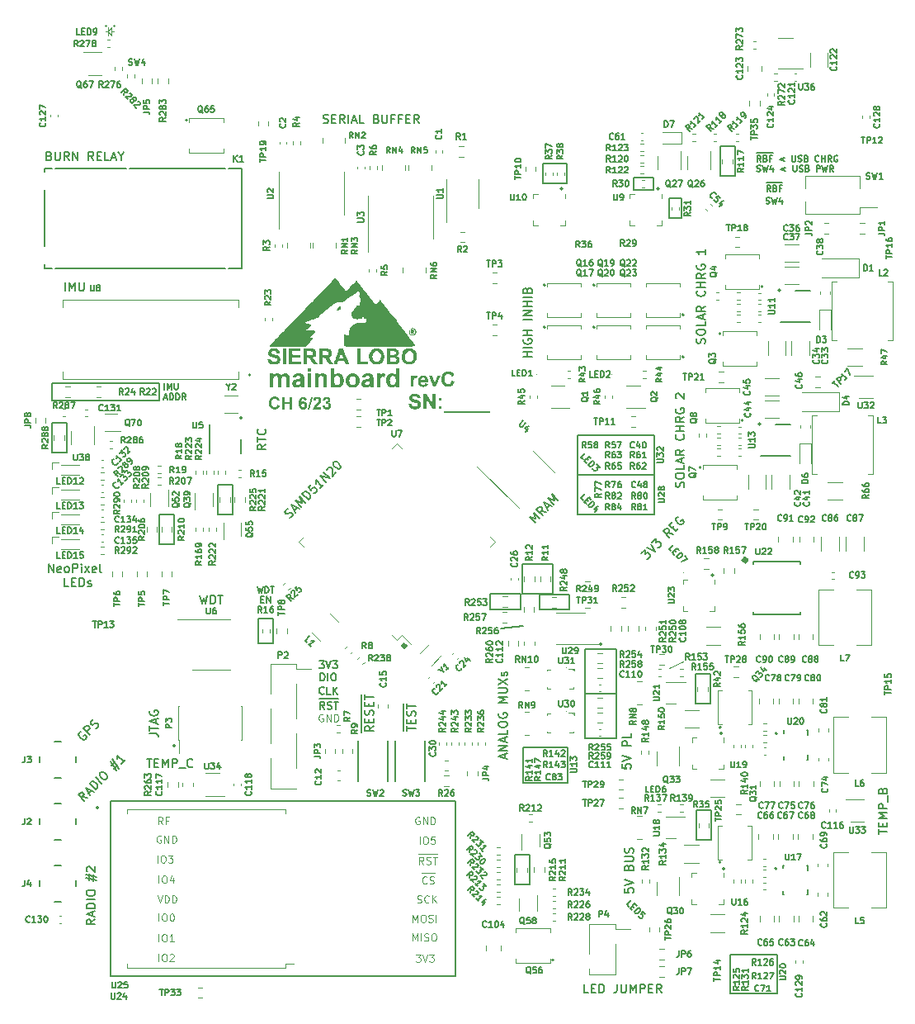
<source format=gto>
G04 #@! TF.GenerationSoftware,KiCad,Pcbnew,7.0.1*
G04 #@! TF.CreationDate,2023-06-16T12:25:42-04:00*
G04 #@! TF.ProjectId,mainboard,6d61696e-626f-4617-9264-2e6b69636164,C*
G04 #@! TF.SameCoordinates,Original*
G04 #@! TF.FileFunction,Legend,Top*
G04 #@! TF.FilePolarity,Positive*
%FSLAX46Y46*%
G04 Gerber Fmt 4.6, Leading zero omitted, Abs format (unit mm)*
G04 Created by KiCad (PCBNEW 7.0.1) date 2023-06-16 12:25:42*
%MOMM*%
%LPD*%
G01*
G04 APERTURE LIST*
%ADD10C,0.127000*%
%ADD11C,0.200000*%
%ADD12C,0.354000*%
%ADD13C,0.101600*%
%ADD14C,0.177800*%
%ADD15C,0.121920*%
%ADD16C,0.063500*%
%ADD17C,0.120000*%
%ADD18C,0.100000*%
%ADD19C,0.187000*%
%ADD20C,0.152400*%
%ADD21C,0.203200*%
%ADD22C,0.060000*%
%ADD23C,0.150000*%
%ADD24C,0.177000*%
%ADD25C,0.381000*%
G04 APERTURE END LIST*
D10*
X112395000Y-115697000D02*
X109220000Y-115697000D01*
X102870000Y-113284000D02*
X100584000Y-113538000D01*
D11*
X110929000Y-115148000D02*
G75*
G03*
X110929000Y-115148000I-127000J0D01*
G01*
D10*
X54483000Y-88392000D02*
X65532000Y-88392000D01*
X65532000Y-90170000D01*
X54483000Y-90170000D01*
X54483000Y-88392000D01*
D11*
X106934000Y-68453000D02*
G75*
G03*
X106934000Y-68453000I-127000J0D01*
G01*
D10*
X109220000Y-120269000D02*
X109220000Y-124841000D01*
X102616000Y-111633000D02*
X102616000Y-109982000D01*
D11*
X67183000Y-125603000D02*
G75*
G03*
X67183000Y-125603000I-127000J0D01*
G01*
D10*
X109220000Y-115697000D02*
X109220000Y-120269000D01*
X124079000Y-147002500D02*
X128905000Y-147002500D01*
X128905000Y-150939500D01*
X124079000Y-150939500D01*
X124079000Y-147002500D01*
D11*
X123317000Y-124333000D02*
G75*
G03*
X123317000Y-124333000I-127000J0D01*
G01*
X129286000Y-78867000D02*
G75*
G03*
X129286000Y-78867000I-127000J0D01*
G01*
D10*
X99441000Y-109982000D02*
X99441000Y-111633000D01*
D11*
X116840000Y-68453000D02*
G75*
G03*
X116840000Y-68453000I-127000J0D01*
G01*
D10*
X99441000Y-111633000D02*
X102616000Y-111633000D01*
X123063000Y-64135000D02*
X124587000Y-64135000D01*
X124587000Y-67183000D01*
X123063000Y-67183000D01*
X123063000Y-64135000D01*
X104521000Y-111633000D02*
X107569000Y-111633000D01*
X102616000Y-109982000D02*
X99441000Y-109982000D01*
X104902000Y-65913000D02*
X107315000Y-65913000D01*
X107315000Y-67945000D01*
X104902000Y-67945000D01*
X104902000Y-65913000D01*
X102743000Y-109982000D02*
X105918000Y-109982000D01*
X75692000Y-112522000D02*
X75692000Y-115062000D01*
X117856000Y-69469000D02*
X119126000Y-69469000D01*
X119126000Y-71501000D01*
X117856000Y-71501000D01*
X117856000Y-69469000D01*
X108458000Y-97790000D02*
X116332000Y-97790000D01*
X116332000Y-101854000D01*
X108458000Y-101854000D01*
X108458000Y-97790000D01*
D11*
X127254000Y-92583000D02*
G75*
G03*
X127254000Y-92583000I-127000J0D01*
G01*
X74041000Y-91948000D02*
G75*
G03*
X74041000Y-91948000I-127000J0D01*
G01*
D12*
X90855000Y-115316000D02*
G75*
G03*
X90855000Y-115316000I-177000J0D01*
G01*
D11*
X122428000Y-108077000D02*
G75*
G03*
X122428000Y-108077000I-127000J0D01*
G01*
D10*
X77216000Y-115062000D02*
X77216000Y-112522000D01*
X107569000Y-110109000D02*
X104521000Y-110109000D01*
X102870000Y-125730000D02*
X107442000Y-125730000D01*
X107442000Y-129413000D01*
X102870000Y-129413000D01*
X102870000Y-125730000D01*
X109220000Y-124841000D02*
X112395000Y-124841000D01*
D11*
X59309000Y-131953000D02*
G75*
G03*
X59309000Y-131953000I-127000J0D01*
G01*
D10*
X120523000Y-118237000D02*
X122047000Y-118237000D01*
X122047000Y-121285000D01*
X120523000Y-121285000D01*
X120523000Y-118237000D01*
X101981000Y-136779000D02*
X103505000Y-136779000D01*
X103505000Y-139827000D01*
X101981000Y-139827000D01*
X101981000Y-136779000D01*
X112395000Y-120269000D02*
X112395000Y-115697000D01*
X54483000Y-92456000D02*
X56007000Y-92456000D01*
X56007000Y-95504000D01*
X54483000Y-95504000D01*
X54483000Y-92456000D01*
X102743000Y-106934000D02*
X102743000Y-109982000D01*
X65532000Y-101854000D02*
X67056000Y-101854000D01*
X67056000Y-104902000D01*
X65532000Y-104902000D01*
X65532000Y-101854000D01*
X120650000Y-132207000D02*
X122174000Y-132207000D01*
X122174000Y-135255000D01*
X120650000Y-135255000D01*
X120650000Y-132207000D01*
X114173000Y-67310000D02*
X116205000Y-67310000D01*
X116205000Y-68580000D01*
X114173000Y-68580000D01*
X114173000Y-67310000D01*
X107569000Y-111633000D02*
X107569000Y-110109000D01*
X77216000Y-112522000D02*
X75692000Y-112522000D01*
X112395000Y-124841000D02*
X112395000Y-120269000D01*
X71501000Y-98806000D02*
X73025000Y-98806000D01*
X73025000Y-101854000D01*
X71501000Y-101854000D01*
X71501000Y-98806000D01*
X75692000Y-115062000D02*
X77216000Y-115062000D01*
D13*
X117856000Y-117602000D02*
X119253000Y-116967000D01*
D10*
X104521000Y-110109000D02*
X104521000Y-111633000D01*
X105918000Y-109982000D02*
X105918000Y-106934000D01*
X109220000Y-120269000D02*
X112395000Y-120269000D01*
X105918000Y-106934000D02*
X102743000Y-106934000D01*
X108458000Y-93726000D02*
X116332000Y-93726000D01*
X116332000Y-97790000D01*
X108458000Y-97790000D01*
X108458000Y-93726000D01*
D11*
X123571000Y-138176000D02*
G75*
G03*
X123571000Y-138176000I-127000J0D01*
G01*
D14*
X87521204Y-123570999D02*
X87097871Y-123867332D01*
X87521204Y-124078999D02*
X86632204Y-124078999D01*
X86632204Y-124078999D02*
X86632204Y-123740332D01*
X86632204Y-123740332D02*
X86674537Y-123655666D01*
X86674537Y-123655666D02*
X86716871Y-123613332D01*
X86716871Y-123613332D02*
X86801537Y-123570999D01*
X86801537Y-123570999D02*
X86928537Y-123570999D01*
X86928537Y-123570999D02*
X87013204Y-123613332D01*
X87013204Y-123613332D02*
X87055537Y-123655666D01*
X87055537Y-123655666D02*
X87097871Y-123740332D01*
X87097871Y-123740332D02*
X87097871Y-124078999D01*
X87055537Y-123189999D02*
X87055537Y-122893666D01*
X87521204Y-122766666D02*
X87521204Y-123189999D01*
X87521204Y-123189999D02*
X86632204Y-123189999D01*
X86632204Y-123189999D02*
X86632204Y-122766666D01*
X87478871Y-122427999D02*
X87521204Y-122300999D01*
X87521204Y-122300999D02*
X87521204Y-122089333D01*
X87521204Y-122089333D02*
X87478871Y-122004666D01*
X87478871Y-122004666D02*
X87436537Y-121962333D01*
X87436537Y-121962333D02*
X87351871Y-121919999D01*
X87351871Y-121919999D02*
X87267204Y-121919999D01*
X87267204Y-121919999D02*
X87182537Y-121962333D01*
X87182537Y-121962333D02*
X87140204Y-122004666D01*
X87140204Y-122004666D02*
X87097871Y-122089333D01*
X87097871Y-122089333D02*
X87055537Y-122258666D01*
X87055537Y-122258666D02*
X87013204Y-122343333D01*
X87013204Y-122343333D02*
X86970871Y-122385666D01*
X86970871Y-122385666D02*
X86886204Y-122427999D01*
X86886204Y-122427999D02*
X86801537Y-122427999D01*
X86801537Y-122427999D02*
X86716871Y-122385666D01*
X86716871Y-122385666D02*
X86674537Y-122343333D01*
X86674537Y-122343333D02*
X86632204Y-122258666D01*
X86632204Y-122258666D02*
X86632204Y-122046999D01*
X86632204Y-122046999D02*
X86674537Y-121919999D01*
X87055537Y-121538999D02*
X87055537Y-121242666D01*
X87521204Y-121115666D02*
X87521204Y-121538999D01*
X87521204Y-121538999D02*
X86632204Y-121538999D01*
X86632204Y-121538999D02*
X86632204Y-121115666D01*
X86632204Y-120861666D02*
X86632204Y-120353666D01*
X87521204Y-120607666D02*
X86632204Y-120607666D01*
X86234271Y-124201766D02*
X86234271Y-120357900D01*
D15*
X65350571Y-137574745D02*
X65350571Y-136812745D01*
X65858571Y-136812745D02*
X66003714Y-136812745D01*
X66003714Y-136812745D02*
X66076285Y-136849031D01*
X66076285Y-136849031D02*
X66148857Y-136921602D01*
X66148857Y-136921602D02*
X66185142Y-137066745D01*
X66185142Y-137066745D02*
X66185142Y-137320745D01*
X66185142Y-137320745D02*
X66148857Y-137465888D01*
X66148857Y-137465888D02*
X66076285Y-137538460D01*
X66076285Y-137538460D02*
X66003714Y-137574745D01*
X66003714Y-137574745D02*
X65858571Y-137574745D01*
X65858571Y-137574745D02*
X65786000Y-137538460D01*
X65786000Y-137538460D02*
X65713428Y-137465888D01*
X65713428Y-137465888D02*
X65677142Y-137320745D01*
X65677142Y-137320745D02*
X65677142Y-137066745D01*
X65677142Y-137066745D02*
X65713428Y-136921602D01*
X65713428Y-136921602D02*
X65786000Y-136849031D01*
X65786000Y-136849031D02*
X65858571Y-136812745D01*
X66439143Y-136812745D02*
X66910857Y-136812745D01*
X66910857Y-136812745D02*
X66656857Y-137103031D01*
X66656857Y-137103031D02*
X66765714Y-137103031D01*
X66765714Y-137103031D02*
X66838286Y-137139317D01*
X66838286Y-137139317D02*
X66874571Y-137175602D01*
X66874571Y-137175602D02*
X66910857Y-137248174D01*
X66910857Y-137248174D02*
X66910857Y-137429602D01*
X66910857Y-137429602D02*
X66874571Y-137502174D01*
X66874571Y-137502174D02*
X66838286Y-137538460D01*
X66838286Y-137538460D02*
X66765714Y-137574745D01*
X66765714Y-137574745D02*
X66548000Y-137574745D01*
X66548000Y-137574745D02*
X66475428Y-137538460D01*
X66475428Y-137538460D02*
X66439143Y-137502174D01*
X65477571Y-139657545D02*
X65477571Y-138895545D01*
X65985571Y-138895545D02*
X66130714Y-138895545D01*
X66130714Y-138895545D02*
X66203285Y-138931831D01*
X66203285Y-138931831D02*
X66275857Y-139004402D01*
X66275857Y-139004402D02*
X66312142Y-139149545D01*
X66312142Y-139149545D02*
X66312142Y-139403545D01*
X66312142Y-139403545D02*
X66275857Y-139548688D01*
X66275857Y-139548688D02*
X66203285Y-139621260D01*
X66203285Y-139621260D02*
X66130714Y-139657545D01*
X66130714Y-139657545D02*
X65985571Y-139657545D01*
X65985571Y-139657545D02*
X65913000Y-139621260D01*
X65913000Y-139621260D02*
X65840428Y-139548688D01*
X65840428Y-139548688D02*
X65804142Y-139403545D01*
X65804142Y-139403545D02*
X65804142Y-139149545D01*
X65804142Y-139149545D02*
X65840428Y-139004402D01*
X65840428Y-139004402D02*
X65913000Y-138931831D01*
X65913000Y-138931831D02*
X65985571Y-138895545D01*
X66965286Y-139149545D02*
X66965286Y-139657545D01*
X66783857Y-138859260D02*
X66602428Y-139403545D01*
X66602428Y-139403545D02*
X67074143Y-139403545D01*
X65477571Y-143543745D02*
X65477571Y-142781745D01*
X65985571Y-142781745D02*
X66130714Y-142781745D01*
X66130714Y-142781745D02*
X66203285Y-142818031D01*
X66203285Y-142818031D02*
X66275857Y-142890602D01*
X66275857Y-142890602D02*
X66312142Y-143035745D01*
X66312142Y-143035745D02*
X66312142Y-143289745D01*
X66312142Y-143289745D02*
X66275857Y-143434888D01*
X66275857Y-143434888D02*
X66203285Y-143507460D01*
X66203285Y-143507460D02*
X66130714Y-143543745D01*
X66130714Y-143543745D02*
X65985571Y-143543745D01*
X65985571Y-143543745D02*
X65913000Y-143507460D01*
X65913000Y-143507460D02*
X65840428Y-143434888D01*
X65840428Y-143434888D02*
X65804142Y-143289745D01*
X65804142Y-143289745D02*
X65804142Y-143035745D01*
X65804142Y-143035745D02*
X65840428Y-142890602D01*
X65840428Y-142890602D02*
X65913000Y-142818031D01*
X65913000Y-142818031D02*
X65985571Y-142781745D01*
X66783857Y-142781745D02*
X66856428Y-142781745D01*
X66856428Y-142781745D02*
X66929000Y-142818031D01*
X66929000Y-142818031D02*
X66965286Y-142854317D01*
X66965286Y-142854317D02*
X67001571Y-142926888D01*
X67001571Y-142926888D02*
X67037857Y-143072031D01*
X67037857Y-143072031D02*
X67037857Y-143253460D01*
X67037857Y-143253460D02*
X67001571Y-143398602D01*
X67001571Y-143398602D02*
X66965286Y-143471174D01*
X66965286Y-143471174D02*
X66929000Y-143507460D01*
X66929000Y-143507460D02*
X66856428Y-143543745D01*
X66856428Y-143543745D02*
X66783857Y-143543745D01*
X66783857Y-143543745D02*
X66711286Y-143507460D01*
X66711286Y-143507460D02*
X66675000Y-143471174D01*
X66675000Y-143471174D02*
X66638714Y-143398602D01*
X66638714Y-143398602D02*
X66602428Y-143253460D01*
X66602428Y-143253460D02*
X66602428Y-143072031D01*
X66602428Y-143072031D02*
X66638714Y-142926888D01*
X66638714Y-142926888D02*
X66675000Y-142854317D01*
X66675000Y-142854317D02*
X66711286Y-142818031D01*
X66711286Y-142818031D02*
X66783857Y-142781745D01*
X65477571Y-145651945D02*
X65477571Y-144889945D01*
X65985571Y-144889945D02*
X66130714Y-144889945D01*
X66130714Y-144889945D02*
X66203285Y-144926231D01*
X66203285Y-144926231D02*
X66275857Y-144998802D01*
X66275857Y-144998802D02*
X66312142Y-145143945D01*
X66312142Y-145143945D02*
X66312142Y-145397945D01*
X66312142Y-145397945D02*
X66275857Y-145543088D01*
X66275857Y-145543088D02*
X66203285Y-145615660D01*
X66203285Y-145615660D02*
X66130714Y-145651945D01*
X66130714Y-145651945D02*
X65985571Y-145651945D01*
X65985571Y-145651945D02*
X65913000Y-145615660D01*
X65913000Y-145615660D02*
X65840428Y-145543088D01*
X65840428Y-145543088D02*
X65804142Y-145397945D01*
X65804142Y-145397945D02*
X65804142Y-145143945D01*
X65804142Y-145143945D02*
X65840428Y-144998802D01*
X65840428Y-144998802D02*
X65913000Y-144926231D01*
X65913000Y-144926231D02*
X65985571Y-144889945D01*
X67037857Y-145651945D02*
X66602428Y-145651945D01*
X66820143Y-145651945D02*
X66820143Y-144889945D01*
X66820143Y-144889945D02*
X66747571Y-144998802D01*
X66747571Y-144998802D02*
X66675000Y-145071374D01*
X66675000Y-145071374D02*
X66602428Y-145107660D01*
X65477571Y-147683945D02*
X65477571Y-146921945D01*
X65985571Y-146921945D02*
X66130714Y-146921945D01*
X66130714Y-146921945D02*
X66203285Y-146958231D01*
X66203285Y-146958231D02*
X66275857Y-147030802D01*
X66275857Y-147030802D02*
X66312142Y-147175945D01*
X66312142Y-147175945D02*
X66312142Y-147429945D01*
X66312142Y-147429945D02*
X66275857Y-147575088D01*
X66275857Y-147575088D02*
X66203285Y-147647660D01*
X66203285Y-147647660D02*
X66130714Y-147683945D01*
X66130714Y-147683945D02*
X65985571Y-147683945D01*
X65985571Y-147683945D02*
X65913000Y-147647660D01*
X65913000Y-147647660D02*
X65840428Y-147575088D01*
X65840428Y-147575088D02*
X65804142Y-147429945D01*
X65804142Y-147429945D02*
X65804142Y-147175945D01*
X65804142Y-147175945D02*
X65840428Y-147030802D01*
X65840428Y-147030802D02*
X65913000Y-146958231D01*
X65913000Y-146958231D02*
X65985571Y-146921945D01*
X66602428Y-146994517D02*
X66638714Y-146958231D01*
X66638714Y-146958231D02*
X66711286Y-146921945D01*
X66711286Y-146921945D02*
X66892714Y-146921945D01*
X66892714Y-146921945D02*
X66965286Y-146958231D01*
X66965286Y-146958231D02*
X67001571Y-146994517D01*
X67001571Y-146994517D02*
X67037857Y-147067088D01*
X67037857Y-147067088D02*
X67037857Y-147139660D01*
X67037857Y-147139660D02*
X67001571Y-147248517D01*
X67001571Y-147248517D02*
X66566143Y-147683945D01*
X66566143Y-147683945D02*
X67037857Y-147683945D01*
X92274571Y-135644345D02*
X92274571Y-134882345D01*
X92782571Y-134882345D02*
X92927714Y-134882345D01*
X92927714Y-134882345D02*
X93000285Y-134918631D01*
X93000285Y-134918631D02*
X93072857Y-134991202D01*
X93072857Y-134991202D02*
X93109142Y-135136345D01*
X93109142Y-135136345D02*
X93109142Y-135390345D01*
X93109142Y-135390345D02*
X93072857Y-135535488D01*
X93072857Y-135535488D02*
X93000285Y-135608060D01*
X93000285Y-135608060D02*
X92927714Y-135644345D01*
X92927714Y-135644345D02*
X92782571Y-135644345D01*
X92782571Y-135644345D02*
X92710000Y-135608060D01*
X92710000Y-135608060D02*
X92637428Y-135535488D01*
X92637428Y-135535488D02*
X92601142Y-135390345D01*
X92601142Y-135390345D02*
X92601142Y-135136345D01*
X92601142Y-135136345D02*
X92637428Y-134991202D01*
X92637428Y-134991202D02*
X92710000Y-134918631D01*
X92710000Y-134918631D02*
X92782571Y-134882345D01*
X93798571Y-134882345D02*
X93435714Y-134882345D01*
X93435714Y-134882345D02*
X93399428Y-135245202D01*
X93399428Y-135245202D02*
X93435714Y-135208917D01*
X93435714Y-135208917D02*
X93508286Y-135172631D01*
X93508286Y-135172631D02*
X93689714Y-135172631D01*
X93689714Y-135172631D02*
X93762286Y-135208917D01*
X93762286Y-135208917D02*
X93798571Y-135245202D01*
X93798571Y-135245202D02*
X93834857Y-135317774D01*
X93834857Y-135317774D02*
X93834857Y-135499202D01*
X93834857Y-135499202D02*
X93798571Y-135571774D01*
X93798571Y-135571774D02*
X93762286Y-135608060D01*
X93762286Y-135608060D02*
X93689714Y-135644345D01*
X93689714Y-135644345D02*
X93508286Y-135644345D01*
X93508286Y-135644345D02*
X93435714Y-135608060D01*
X93435714Y-135608060D02*
X93399428Y-135571774D01*
X92982143Y-139661174D02*
X92945857Y-139697460D01*
X92945857Y-139697460D02*
X92837000Y-139733745D01*
X92837000Y-139733745D02*
X92764428Y-139733745D01*
X92764428Y-139733745D02*
X92655571Y-139697460D01*
X92655571Y-139697460D02*
X92583000Y-139624888D01*
X92583000Y-139624888D02*
X92546714Y-139552317D01*
X92546714Y-139552317D02*
X92510428Y-139407174D01*
X92510428Y-139407174D02*
X92510428Y-139298317D01*
X92510428Y-139298317D02*
X92546714Y-139153174D01*
X92546714Y-139153174D02*
X92583000Y-139080602D01*
X92583000Y-139080602D02*
X92655571Y-139008031D01*
X92655571Y-139008031D02*
X92764428Y-138971745D01*
X92764428Y-138971745D02*
X92837000Y-138971745D01*
X92837000Y-138971745D02*
X92945857Y-139008031D01*
X92945857Y-139008031D02*
X92982143Y-139044317D01*
X93272428Y-139697460D02*
X93381286Y-139733745D01*
X93381286Y-139733745D02*
X93562714Y-139733745D01*
X93562714Y-139733745D02*
X93635286Y-139697460D01*
X93635286Y-139697460D02*
X93671571Y-139661174D01*
X93671571Y-139661174D02*
X93707857Y-139588602D01*
X93707857Y-139588602D02*
X93707857Y-139516031D01*
X93707857Y-139516031D02*
X93671571Y-139443460D01*
X93671571Y-139443460D02*
X93635286Y-139407174D01*
X93635286Y-139407174D02*
X93562714Y-139370888D01*
X93562714Y-139370888D02*
X93417571Y-139334602D01*
X93417571Y-139334602D02*
X93345000Y-139298317D01*
X93345000Y-139298317D02*
X93308714Y-139262031D01*
X93308714Y-139262031D02*
X93272428Y-139189460D01*
X93272428Y-139189460D02*
X93272428Y-139116888D01*
X93272428Y-139116888D02*
X93308714Y-139044317D01*
X93308714Y-139044317D02*
X93345000Y-139008031D01*
X93345000Y-139008031D02*
X93417571Y-138971745D01*
X93417571Y-138971745D02*
X93599000Y-138971745D01*
X93599000Y-138971745D02*
X93707857Y-139008031D01*
X92441486Y-138630660D02*
X93776800Y-138630660D01*
X91530714Y-145575745D02*
X91530714Y-144813745D01*
X91530714Y-144813745D02*
X91784714Y-145358031D01*
X91784714Y-145358031D02*
X92038714Y-144813745D01*
X92038714Y-144813745D02*
X92038714Y-145575745D01*
X92401571Y-145575745D02*
X92401571Y-144813745D01*
X92728142Y-145539460D02*
X92837000Y-145575745D01*
X92837000Y-145575745D02*
X93018428Y-145575745D01*
X93018428Y-145575745D02*
X93091000Y-145539460D01*
X93091000Y-145539460D02*
X93127285Y-145503174D01*
X93127285Y-145503174D02*
X93163571Y-145430602D01*
X93163571Y-145430602D02*
X93163571Y-145358031D01*
X93163571Y-145358031D02*
X93127285Y-145285460D01*
X93127285Y-145285460D02*
X93091000Y-145249174D01*
X93091000Y-145249174D02*
X93018428Y-145212888D01*
X93018428Y-145212888D02*
X92873285Y-145176602D01*
X92873285Y-145176602D02*
X92800714Y-145140317D01*
X92800714Y-145140317D02*
X92764428Y-145104031D01*
X92764428Y-145104031D02*
X92728142Y-145031460D01*
X92728142Y-145031460D02*
X92728142Y-144958888D01*
X92728142Y-144958888D02*
X92764428Y-144886317D01*
X92764428Y-144886317D02*
X92800714Y-144850031D01*
X92800714Y-144850031D02*
X92873285Y-144813745D01*
X92873285Y-144813745D02*
X93054714Y-144813745D01*
X93054714Y-144813745D02*
X93163571Y-144850031D01*
X93635285Y-144813745D02*
X93780428Y-144813745D01*
X93780428Y-144813745D02*
X93852999Y-144850031D01*
X93852999Y-144850031D02*
X93925571Y-144922602D01*
X93925571Y-144922602D02*
X93961856Y-145067745D01*
X93961856Y-145067745D02*
X93961856Y-145321745D01*
X93961856Y-145321745D02*
X93925571Y-145466888D01*
X93925571Y-145466888D02*
X93852999Y-145539460D01*
X93852999Y-145539460D02*
X93780428Y-145575745D01*
X93780428Y-145575745D02*
X93635285Y-145575745D01*
X93635285Y-145575745D02*
X93562714Y-145539460D01*
X93562714Y-145539460D02*
X93490142Y-145466888D01*
X93490142Y-145466888D02*
X93453856Y-145321745D01*
X93453856Y-145321745D02*
X93453856Y-145067745D01*
X93453856Y-145067745D02*
X93490142Y-144922602D01*
X93490142Y-144922602D02*
X93562714Y-144850031D01*
X93562714Y-144850031D02*
X93635285Y-144813745D01*
X92655572Y-137727145D02*
X92401572Y-137364288D01*
X92220143Y-137727145D02*
X92220143Y-136965145D01*
X92220143Y-136965145D02*
X92510429Y-136965145D01*
X92510429Y-136965145D02*
X92583000Y-137001431D01*
X92583000Y-137001431D02*
X92619286Y-137037717D01*
X92619286Y-137037717D02*
X92655572Y-137110288D01*
X92655572Y-137110288D02*
X92655572Y-137219145D01*
X92655572Y-137219145D02*
X92619286Y-137291717D01*
X92619286Y-137291717D02*
X92583000Y-137328002D01*
X92583000Y-137328002D02*
X92510429Y-137364288D01*
X92510429Y-137364288D02*
X92220143Y-137364288D01*
X92945857Y-137690860D02*
X93054715Y-137727145D01*
X93054715Y-137727145D02*
X93236143Y-137727145D01*
X93236143Y-137727145D02*
X93308715Y-137690860D01*
X93308715Y-137690860D02*
X93345000Y-137654574D01*
X93345000Y-137654574D02*
X93381286Y-137582002D01*
X93381286Y-137582002D02*
X93381286Y-137509431D01*
X93381286Y-137509431D02*
X93345000Y-137436860D01*
X93345000Y-137436860D02*
X93308715Y-137400574D01*
X93308715Y-137400574D02*
X93236143Y-137364288D01*
X93236143Y-137364288D02*
X93091000Y-137328002D01*
X93091000Y-137328002D02*
X93018429Y-137291717D01*
X93018429Y-137291717D02*
X92982143Y-137255431D01*
X92982143Y-137255431D02*
X92945857Y-137182860D01*
X92945857Y-137182860D02*
X92945857Y-137110288D01*
X92945857Y-137110288D02*
X92982143Y-137037717D01*
X92982143Y-137037717D02*
X93018429Y-137001431D01*
X93018429Y-137001431D02*
X93091000Y-136965145D01*
X93091000Y-136965145D02*
X93272429Y-136965145D01*
X93272429Y-136965145D02*
X93381286Y-137001431D01*
X93599000Y-136965145D02*
X94034429Y-136965145D01*
X93816714Y-137727145D02*
X93816714Y-136965145D01*
X92114915Y-136624060D02*
X94030800Y-136624060D01*
X91530714Y-143670745D02*
X91530714Y-142908745D01*
X91530714Y-142908745D02*
X91784714Y-143453031D01*
X91784714Y-143453031D02*
X92038714Y-142908745D01*
X92038714Y-142908745D02*
X92038714Y-143670745D01*
X92546714Y-142908745D02*
X92691857Y-142908745D01*
X92691857Y-142908745D02*
X92764428Y-142945031D01*
X92764428Y-142945031D02*
X92837000Y-143017602D01*
X92837000Y-143017602D02*
X92873285Y-143162745D01*
X92873285Y-143162745D02*
X92873285Y-143416745D01*
X92873285Y-143416745D02*
X92837000Y-143561888D01*
X92837000Y-143561888D02*
X92764428Y-143634460D01*
X92764428Y-143634460D02*
X92691857Y-143670745D01*
X92691857Y-143670745D02*
X92546714Y-143670745D01*
X92546714Y-143670745D02*
X92474143Y-143634460D01*
X92474143Y-143634460D02*
X92401571Y-143561888D01*
X92401571Y-143561888D02*
X92365285Y-143416745D01*
X92365285Y-143416745D02*
X92365285Y-143162745D01*
X92365285Y-143162745D02*
X92401571Y-143017602D01*
X92401571Y-143017602D02*
X92474143Y-142945031D01*
X92474143Y-142945031D02*
X92546714Y-142908745D01*
X93163571Y-143634460D02*
X93272429Y-143670745D01*
X93272429Y-143670745D02*
X93453857Y-143670745D01*
X93453857Y-143670745D02*
X93526429Y-143634460D01*
X93526429Y-143634460D02*
X93562714Y-143598174D01*
X93562714Y-143598174D02*
X93599000Y-143525602D01*
X93599000Y-143525602D02*
X93599000Y-143453031D01*
X93599000Y-143453031D02*
X93562714Y-143380460D01*
X93562714Y-143380460D02*
X93526429Y-143344174D01*
X93526429Y-143344174D02*
X93453857Y-143307888D01*
X93453857Y-143307888D02*
X93308714Y-143271602D01*
X93308714Y-143271602D02*
X93236143Y-143235317D01*
X93236143Y-143235317D02*
X93199857Y-143199031D01*
X93199857Y-143199031D02*
X93163571Y-143126460D01*
X93163571Y-143126460D02*
X93163571Y-143053888D01*
X93163571Y-143053888D02*
X93199857Y-142981317D01*
X93199857Y-142981317D02*
X93236143Y-142945031D01*
X93236143Y-142945031D02*
X93308714Y-142908745D01*
X93308714Y-142908745D02*
X93490143Y-142908745D01*
X93490143Y-142908745D02*
X93599000Y-142945031D01*
X93925571Y-143670745D02*
X93925571Y-142908745D01*
X92002428Y-141653260D02*
X92111286Y-141689545D01*
X92111286Y-141689545D02*
X92292714Y-141689545D01*
X92292714Y-141689545D02*
X92365286Y-141653260D01*
X92365286Y-141653260D02*
X92401571Y-141616974D01*
X92401571Y-141616974D02*
X92437857Y-141544402D01*
X92437857Y-141544402D02*
X92437857Y-141471831D01*
X92437857Y-141471831D02*
X92401571Y-141399260D01*
X92401571Y-141399260D02*
X92365286Y-141362974D01*
X92365286Y-141362974D02*
X92292714Y-141326688D01*
X92292714Y-141326688D02*
X92147571Y-141290402D01*
X92147571Y-141290402D02*
X92075000Y-141254117D01*
X92075000Y-141254117D02*
X92038714Y-141217831D01*
X92038714Y-141217831D02*
X92002428Y-141145260D01*
X92002428Y-141145260D02*
X92002428Y-141072688D01*
X92002428Y-141072688D02*
X92038714Y-141000117D01*
X92038714Y-141000117D02*
X92075000Y-140963831D01*
X92075000Y-140963831D02*
X92147571Y-140927545D01*
X92147571Y-140927545D02*
X92329000Y-140927545D01*
X92329000Y-140927545D02*
X92437857Y-140963831D01*
X93199857Y-141616974D02*
X93163571Y-141653260D01*
X93163571Y-141653260D02*
X93054714Y-141689545D01*
X93054714Y-141689545D02*
X92982142Y-141689545D01*
X92982142Y-141689545D02*
X92873285Y-141653260D01*
X92873285Y-141653260D02*
X92800714Y-141580688D01*
X92800714Y-141580688D02*
X92764428Y-141508117D01*
X92764428Y-141508117D02*
X92728142Y-141362974D01*
X92728142Y-141362974D02*
X92728142Y-141254117D01*
X92728142Y-141254117D02*
X92764428Y-141108974D01*
X92764428Y-141108974D02*
X92800714Y-141036402D01*
X92800714Y-141036402D02*
X92873285Y-140963831D01*
X92873285Y-140963831D02*
X92982142Y-140927545D01*
X92982142Y-140927545D02*
X93054714Y-140927545D01*
X93054714Y-140927545D02*
X93163571Y-140963831D01*
X93163571Y-140963831D02*
X93199857Y-141000117D01*
X93526428Y-141689545D02*
X93526428Y-140927545D01*
X93961857Y-141689545D02*
X93635285Y-141254117D01*
X93961857Y-140927545D02*
X93526428Y-141362974D01*
D14*
X58201757Y-130874382D02*
X57692876Y-130784579D01*
X57842547Y-131233592D02*
X57213929Y-130604974D01*
X57213929Y-130604974D02*
X57453402Y-130365500D01*
X57453402Y-130365500D02*
X57543205Y-130335566D01*
X57543205Y-130335566D02*
X57603073Y-130335566D01*
X57603073Y-130335566D02*
X57692876Y-130365500D01*
X57692876Y-130365500D02*
X57782679Y-130455303D01*
X57782679Y-130455303D02*
X57812613Y-130545106D01*
X57812613Y-130545106D02*
X57812613Y-130604974D01*
X57812613Y-130604974D02*
X57782679Y-130694776D01*
X57782679Y-130694776D02*
X57543205Y-130934250D01*
X58261625Y-130455303D02*
X58560967Y-130155961D01*
X58381362Y-130694776D02*
X57962284Y-129856619D01*
X57962284Y-129856619D02*
X58800441Y-130275698D01*
X59009980Y-130066159D02*
X58381362Y-129437541D01*
X58381362Y-129437541D02*
X58531033Y-129287870D01*
X58531033Y-129287870D02*
X58650770Y-129228001D01*
X58650770Y-129228001D02*
X58770507Y-129228001D01*
X58770507Y-129228001D02*
X58860309Y-129257935D01*
X58860309Y-129257935D02*
X59009980Y-129347738D01*
X59009980Y-129347738D02*
X59099783Y-129437541D01*
X59099783Y-129437541D02*
X59189585Y-129587212D01*
X59189585Y-129587212D02*
X59219519Y-129677014D01*
X59219519Y-129677014D02*
X59219519Y-129796751D01*
X59219519Y-129796751D02*
X59159651Y-129916488D01*
X59159651Y-129916488D02*
X59009980Y-130066159D01*
X59638598Y-129437541D02*
X59009980Y-128808923D01*
X59429059Y-128389844D02*
X59548795Y-128270108D01*
X59548795Y-128270108D02*
X59638598Y-128240173D01*
X59638598Y-128240173D02*
X59758335Y-128240173D01*
X59758335Y-128240173D02*
X59908006Y-128329976D01*
X59908006Y-128329976D02*
X60117545Y-128539515D01*
X60117545Y-128539515D02*
X60207347Y-128689186D01*
X60207347Y-128689186D02*
X60207347Y-128808923D01*
X60207347Y-128808923D02*
X60177413Y-128898725D01*
X60177413Y-128898725D02*
X60057676Y-129018462D01*
X60057676Y-129018462D02*
X59967874Y-129048396D01*
X59967874Y-129048396D02*
X59848137Y-129048396D01*
X59848137Y-129048396D02*
X59698466Y-128958594D01*
X59698466Y-128958594D02*
X59488927Y-128749055D01*
X59488927Y-128749055D02*
X59399124Y-128599384D01*
X59399124Y-128599384D02*
X59399124Y-128479647D01*
X59399124Y-128479647D02*
X59429059Y-128389844D01*
X60626426Y-127611556D02*
X61075438Y-127162543D01*
X60536623Y-127162543D02*
X61165241Y-128150371D01*
X61284978Y-127491819D02*
X60835965Y-127940832D01*
X61374780Y-127940832D02*
X60746162Y-126953004D01*
X62033332Y-127042806D02*
X61674122Y-127402017D01*
X61853727Y-127222411D02*
X61225109Y-126593794D01*
X61225109Y-126593794D02*
X61255043Y-126743464D01*
X61255043Y-126743464D02*
X61255043Y-126863201D01*
X61255043Y-126863201D02*
X61225109Y-126953004D01*
D15*
X65332428Y-140927545D02*
X65586428Y-141689545D01*
X65586428Y-141689545D02*
X65840428Y-140927545D01*
X66094428Y-141689545D02*
X66094428Y-140927545D01*
X66094428Y-140927545D02*
X66275857Y-140927545D01*
X66275857Y-140927545D02*
X66384714Y-140963831D01*
X66384714Y-140963831D02*
X66457285Y-141036402D01*
X66457285Y-141036402D02*
X66493571Y-141108974D01*
X66493571Y-141108974D02*
X66529857Y-141254117D01*
X66529857Y-141254117D02*
X66529857Y-141362974D01*
X66529857Y-141362974D02*
X66493571Y-141508117D01*
X66493571Y-141508117D02*
X66457285Y-141580688D01*
X66457285Y-141580688D02*
X66384714Y-141653260D01*
X66384714Y-141653260D02*
X66275857Y-141689545D01*
X66275857Y-141689545D02*
X66094428Y-141689545D01*
X66856428Y-141689545D02*
X66856428Y-140927545D01*
X66856428Y-140927545D02*
X67037857Y-140927545D01*
X67037857Y-140927545D02*
X67146714Y-140963831D01*
X67146714Y-140963831D02*
X67219285Y-141036402D01*
X67219285Y-141036402D02*
X67255571Y-141108974D01*
X67255571Y-141108974D02*
X67291857Y-141254117D01*
X67291857Y-141254117D02*
X67291857Y-141362974D01*
X67291857Y-141362974D02*
X67255571Y-141508117D01*
X67255571Y-141508117D02*
X67219285Y-141580688D01*
X67219285Y-141580688D02*
X67146714Y-141653260D01*
X67146714Y-141653260D02*
X67037857Y-141689545D01*
X67037857Y-141689545D02*
X66856428Y-141689545D01*
X65695285Y-134817031D02*
X65622714Y-134780745D01*
X65622714Y-134780745D02*
X65513856Y-134780745D01*
X65513856Y-134780745D02*
X65404999Y-134817031D01*
X65404999Y-134817031D02*
X65332428Y-134889602D01*
X65332428Y-134889602D02*
X65296142Y-134962174D01*
X65296142Y-134962174D02*
X65259856Y-135107317D01*
X65259856Y-135107317D02*
X65259856Y-135216174D01*
X65259856Y-135216174D02*
X65296142Y-135361317D01*
X65296142Y-135361317D02*
X65332428Y-135433888D01*
X65332428Y-135433888D02*
X65404999Y-135506460D01*
X65404999Y-135506460D02*
X65513856Y-135542745D01*
X65513856Y-135542745D02*
X65586428Y-135542745D01*
X65586428Y-135542745D02*
X65695285Y-135506460D01*
X65695285Y-135506460D02*
X65731571Y-135470174D01*
X65731571Y-135470174D02*
X65731571Y-135216174D01*
X65731571Y-135216174D02*
X65586428Y-135216174D01*
X66058142Y-135542745D02*
X66058142Y-134780745D01*
X66058142Y-134780745D02*
X66493571Y-135542745D01*
X66493571Y-135542745D02*
X66493571Y-134780745D01*
X66856428Y-135542745D02*
X66856428Y-134780745D01*
X66856428Y-134780745D02*
X67037857Y-134780745D01*
X67037857Y-134780745D02*
X67146714Y-134817031D01*
X67146714Y-134817031D02*
X67219285Y-134889602D01*
X67219285Y-134889602D02*
X67255571Y-134962174D01*
X67255571Y-134962174D02*
X67291857Y-135107317D01*
X67291857Y-135107317D02*
X67291857Y-135216174D01*
X67291857Y-135216174D02*
X67255571Y-135361317D01*
X67255571Y-135361317D02*
X67219285Y-135433888D01*
X67219285Y-135433888D02*
X67146714Y-135506460D01*
X67146714Y-135506460D02*
X67037857Y-135542745D01*
X67037857Y-135542745D02*
X66856428Y-135542745D01*
D10*
X82495572Y-121826745D02*
X82241572Y-121463888D01*
X82060143Y-121826745D02*
X82060143Y-121064745D01*
X82060143Y-121064745D02*
X82350429Y-121064745D01*
X82350429Y-121064745D02*
X82423000Y-121101031D01*
X82423000Y-121101031D02*
X82459286Y-121137317D01*
X82459286Y-121137317D02*
X82495572Y-121209888D01*
X82495572Y-121209888D02*
X82495572Y-121318745D01*
X82495572Y-121318745D02*
X82459286Y-121391317D01*
X82459286Y-121391317D02*
X82423000Y-121427602D01*
X82423000Y-121427602D02*
X82350429Y-121463888D01*
X82350429Y-121463888D02*
X82060143Y-121463888D01*
X82785857Y-121790460D02*
X82894715Y-121826745D01*
X82894715Y-121826745D02*
X83076143Y-121826745D01*
X83076143Y-121826745D02*
X83148715Y-121790460D01*
X83148715Y-121790460D02*
X83185000Y-121754174D01*
X83185000Y-121754174D02*
X83221286Y-121681602D01*
X83221286Y-121681602D02*
X83221286Y-121609031D01*
X83221286Y-121609031D02*
X83185000Y-121536460D01*
X83185000Y-121536460D02*
X83148715Y-121500174D01*
X83148715Y-121500174D02*
X83076143Y-121463888D01*
X83076143Y-121463888D02*
X82931000Y-121427602D01*
X82931000Y-121427602D02*
X82858429Y-121391317D01*
X82858429Y-121391317D02*
X82822143Y-121355031D01*
X82822143Y-121355031D02*
X82785857Y-121282460D01*
X82785857Y-121282460D02*
X82785857Y-121209888D01*
X82785857Y-121209888D02*
X82822143Y-121137317D01*
X82822143Y-121137317D02*
X82858429Y-121101031D01*
X82858429Y-121101031D02*
X82931000Y-121064745D01*
X82931000Y-121064745D02*
X83112429Y-121064745D01*
X83112429Y-121064745D02*
X83221286Y-121101031D01*
X83439000Y-121064745D02*
X83874429Y-121064745D01*
X83656714Y-121826745D02*
X83656714Y-121064745D01*
X81954915Y-120723660D02*
X83870800Y-120723660D01*
D15*
X91857286Y-146972745D02*
X92329000Y-146972745D01*
X92329000Y-146972745D02*
X92075000Y-147263031D01*
X92075000Y-147263031D02*
X92183857Y-147263031D01*
X92183857Y-147263031D02*
X92256429Y-147299317D01*
X92256429Y-147299317D02*
X92292714Y-147335602D01*
X92292714Y-147335602D02*
X92329000Y-147408174D01*
X92329000Y-147408174D02*
X92329000Y-147589602D01*
X92329000Y-147589602D02*
X92292714Y-147662174D01*
X92292714Y-147662174D02*
X92256429Y-147698460D01*
X92256429Y-147698460D02*
X92183857Y-147734745D01*
X92183857Y-147734745D02*
X91966143Y-147734745D01*
X91966143Y-147734745D02*
X91893571Y-147698460D01*
X91893571Y-147698460D02*
X91857286Y-147662174D01*
X92546714Y-146972745D02*
X92800714Y-147734745D01*
X92800714Y-147734745D02*
X93054714Y-146972745D01*
X93236143Y-146972745D02*
X93707857Y-146972745D01*
X93707857Y-146972745D02*
X93453857Y-147263031D01*
X93453857Y-147263031D02*
X93562714Y-147263031D01*
X93562714Y-147263031D02*
X93635286Y-147299317D01*
X93635286Y-147299317D02*
X93671571Y-147335602D01*
X93671571Y-147335602D02*
X93707857Y-147408174D01*
X93707857Y-147408174D02*
X93707857Y-147589602D01*
X93707857Y-147589602D02*
X93671571Y-147662174D01*
X93671571Y-147662174D02*
X93635286Y-147698460D01*
X93635286Y-147698460D02*
X93562714Y-147734745D01*
X93562714Y-147734745D02*
X93345000Y-147734745D01*
X93345000Y-147734745D02*
X93272428Y-147698460D01*
X93272428Y-147698460D02*
X93236143Y-147662174D01*
X82332285Y-122371031D02*
X82259714Y-122334745D01*
X82259714Y-122334745D02*
X82150856Y-122334745D01*
X82150856Y-122334745D02*
X82041999Y-122371031D01*
X82041999Y-122371031D02*
X81969428Y-122443602D01*
X81969428Y-122443602D02*
X81933142Y-122516174D01*
X81933142Y-122516174D02*
X81896856Y-122661317D01*
X81896856Y-122661317D02*
X81896856Y-122770174D01*
X81896856Y-122770174D02*
X81933142Y-122915317D01*
X81933142Y-122915317D02*
X81969428Y-122987888D01*
X81969428Y-122987888D02*
X82041999Y-123060460D01*
X82041999Y-123060460D02*
X82150856Y-123096745D01*
X82150856Y-123096745D02*
X82223428Y-123096745D01*
X82223428Y-123096745D02*
X82332285Y-123060460D01*
X82332285Y-123060460D02*
X82368571Y-123024174D01*
X82368571Y-123024174D02*
X82368571Y-122770174D01*
X82368571Y-122770174D02*
X82223428Y-122770174D01*
X82695142Y-123096745D02*
X82695142Y-122334745D01*
X82695142Y-122334745D02*
X83130571Y-123096745D01*
X83130571Y-123096745D02*
X83130571Y-122334745D01*
X83493428Y-123096745D02*
X83493428Y-122334745D01*
X83493428Y-122334745D02*
X83674857Y-122334745D01*
X83674857Y-122334745D02*
X83783714Y-122371031D01*
X83783714Y-122371031D02*
X83856285Y-122443602D01*
X83856285Y-122443602D02*
X83892571Y-122516174D01*
X83892571Y-122516174D02*
X83928857Y-122661317D01*
X83928857Y-122661317D02*
X83928857Y-122770174D01*
X83928857Y-122770174D02*
X83892571Y-122915317D01*
X83892571Y-122915317D02*
X83856285Y-122987888D01*
X83856285Y-122987888D02*
X83783714Y-123060460D01*
X83783714Y-123060460D02*
X83674857Y-123096745D01*
X83674857Y-123096745D02*
X83493428Y-123096745D01*
D10*
X82423000Y-120230174D02*
X82386714Y-120266460D01*
X82386714Y-120266460D02*
X82277857Y-120302745D01*
X82277857Y-120302745D02*
X82205285Y-120302745D01*
X82205285Y-120302745D02*
X82096428Y-120266460D01*
X82096428Y-120266460D02*
X82023857Y-120193888D01*
X82023857Y-120193888D02*
X81987571Y-120121317D01*
X81987571Y-120121317D02*
X81951285Y-119976174D01*
X81951285Y-119976174D02*
X81951285Y-119867317D01*
X81951285Y-119867317D02*
X81987571Y-119722174D01*
X81987571Y-119722174D02*
X82023857Y-119649602D01*
X82023857Y-119649602D02*
X82096428Y-119577031D01*
X82096428Y-119577031D02*
X82205285Y-119540745D01*
X82205285Y-119540745D02*
X82277857Y-119540745D01*
X82277857Y-119540745D02*
X82386714Y-119577031D01*
X82386714Y-119577031D02*
X82423000Y-119613317D01*
X83112428Y-120302745D02*
X82749571Y-120302745D01*
X82749571Y-120302745D02*
X82749571Y-119540745D01*
X83366428Y-120302745D02*
X83366428Y-119540745D01*
X83801857Y-120302745D02*
X83475285Y-119867317D01*
X83801857Y-119540745D02*
X83366428Y-119976174D01*
X82078285Y-118905745D02*
X82078285Y-118143745D01*
X82078285Y-118143745D02*
X82259714Y-118143745D01*
X82259714Y-118143745D02*
X82368571Y-118180031D01*
X82368571Y-118180031D02*
X82441142Y-118252602D01*
X82441142Y-118252602D02*
X82477428Y-118325174D01*
X82477428Y-118325174D02*
X82513714Y-118470317D01*
X82513714Y-118470317D02*
X82513714Y-118579174D01*
X82513714Y-118579174D02*
X82477428Y-118724317D01*
X82477428Y-118724317D02*
X82441142Y-118796888D01*
X82441142Y-118796888D02*
X82368571Y-118869460D01*
X82368571Y-118869460D02*
X82259714Y-118905745D01*
X82259714Y-118905745D02*
X82078285Y-118905745D01*
X82840285Y-118905745D02*
X82840285Y-118143745D01*
X83348285Y-118143745D02*
X83493428Y-118143745D01*
X83493428Y-118143745D02*
X83565999Y-118180031D01*
X83565999Y-118180031D02*
X83638571Y-118252602D01*
X83638571Y-118252602D02*
X83674856Y-118397745D01*
X83674856Y-118397745D02*
X83674856Y-118651745D01*
X83674856Y-118651745D02*
X83638571Y-118796888D01*
X83638571Y-118796888D02*
X83565999Y-118869460D01*
X83565999Y-118869460D02*
X83493428Y-118905745D01*
X83493428Y-118905745D02*
X83348285Y-118905745D01*
X83348285Y-118905745D02*
X83275714Y-118869460D01*
X83275714Y-118869460D02*
X83203142Y-118796888D01*
X83203142Y-118796888D02*
X83166856Y-118651745D01*
X83166856Y-118651745D02*
X83166856Y-118397745D01*
X83166856Y-118397745D02*
X83203142Y-118252602D01*
X83203142Y-118252602D02*
X83275714Y-118180031D01*
X83275714Y-118180031D02*
X83348285Y-118143745D01*
X81951286Y-116873745D02*
X82423000Y-116873745D01*
X82423000Y-116873745D02*
X82169000Y-117164031D01*
X82169000Y-117164031D02*
X82277857Y-117164031D01*
X82277857Y-117164031D02*
X82350429Y-117200317D01*
X82350429Y-117200317D02*
X82386714Y-117236602D01*
X82386714Y-117236602D02*
X82423000Y-117309174D01*
X82423000Y-117309174D02*
X82423000Y-117490602D01*
X82423000Y-117490602D02*
X82386714Y-117563174D01*
X82386714Y-117563174D02*
X82350429Y-117599460D01*
X82350429Y-117599460D02*
X82277857Y-117635745D01*
X82277857Y-117635745D02*
X82060143Y-117635745D01*
X82060143Y-117635745D02*
X81987571Y-117599460D01*
X81987571Y-117599460D02*
X81951286Y-117563174D01*
X82640714Y-116873745D02*
X82894714Y-117635745D01*
X82894714Y-117635745D02*
X83148714Y-116873745D01*
X83330143Y-116873745D02*
X83801857Y-116873745D01*
X83801857Y-116873745D02*
X83547857Y-117164031D01*
X83547857Y-117164031D02*
X83656714Y-117164031D01*
X83656714Y-117164031D02*
X83729286Y-117200317D01*
X83729286Y-117200317D02*
X83765571Y-117236602D01*
X83765571Y-117236602D02*
X83801857Y-117309174D01*
X83801857Y-117309174D02*
X83801857Y-117490602D01*
X83801857Y-117490602D02*
X83765571Y-117563174D01*
X83765571Y-117563174D02*
X83729286Y-117599460D01*
X83729286Y-117599460D02*
X83656714Y-117635745D01*
X83656714Y-117635745D02*
X83439000Y-117635745D01*
X83439000Y-117635745D02*
X83366428Y-117599460D01*
X83366428Y-117599460D02*
X83330143Y-117563174D01*
D14*
X58946204Y-143382999D02*
X58522871Y-143679332D01*
X58946204Y-143890999D02*
X58057204Y-143890999D01*
X58057204Y-143890999D02*
X58057204Y-143552332D01*
X58057204Y-143552332D02*
X58099537Y-143467666D01*
X58099537Y-143467666D02*
X58141871Y-143425332D01*
X58141871Y-143425332D02*
X58226537Y-143382999D01*
X58226537Y-143382999D02*
X58353537Y-143382999D01*
X58353537Y-143382999D02*
X58438204Y-143425332D01*
X58438204Y-143425332D02*
X58480537Y-143467666D01*
X58480537Y-143467666D02*
X58522871Y-143552332D01*
X58522871Y-143552332D02*
X58522871Y-143890999D01*
X58692204Y-143044332D02*
X58692204Y-142620999D01*
X58946204Y-143128999D02*
X58057204Y-142832666D01*
X58057204Y-142832666D02*
X58946204Y-142536332D01*
X58946204Y-142239999D02*
X58057204Y-142239999D01*
X58057204Y-142239999D02*
X58057204Y-142028332D01*
X58057204Y-142028332D02*
X58099537Y-141901332D01*
X58099537Y-141901332D02*
X58184204Y-141816666D01*
X58184204Y-141816666D02*
X58268871Y-141774332D01*
X58268871Y-141774332D02*
X58438204Y-141731999D01*
X58438204Y-141731999D02*
X58565204Y-141731999D01*
X58565204Y-141731999D02*
X58734537Y-141774332D01*
X58734537Y-141774332D02*
X58819204Y-141816666D01*
X58819204Y-141816666D02*
X58903871Y-141901332D01*
X58903871Y-141901332D02*
X58946204Y-142028332D01*
X58946204Y-142028332D02*
X58946204Y-142239999D01*
X58946204Y-141350999D02*
X58057204Y-141350999D01*
X58057204Y-140758333D02*
X58057204Y-140588999D01*
X58057204Y-140588999D02*
X58099537Y-140504333D01*
X58099537Y-140504333D02*
X58184204Y-140419666D01*
X58184204Y-140419666D02*
X58353537Y-140377333D01*
X58353537Y-140377333D02*
X58649871Y-140377333D01*
X58649871Y-140377333D02*
X58819204Y-140419666D01*
X58819204Y-140419666D02*
X58903871Y-140504333D01*
X58903871Y-140504333D02*
X58946204Y-140588999D01*
X58946204Y-140588999D02*
X58946204Y-140758333D01*
X58946204Y-140758333D02*
X58903871Y-140842999D01*
X58903871Y-140842999D02*
X58819204Y-140927666D01*
X58819204Y-140927666D02*
X58649871Y-140969999D01*
X58649871Y-140969999D02*
X58353537Y-140969999D01*
X58353537Y-140969999D02*
X58184204Y-140927666D01*
X58184204Y-140927666D02*
X58099537Y-140842999D01*
X58099537Y-140842999D02*
X58057204Y-140758333D01*
X58353537Y-139361333D02*
X58353537Y-138726333D01*
X57972537Y-139107333D02*
X59115537Y-139361333D01*
X58734537Y-138811000D02*
X58734537Y-139446000D01*
X59115537Y-139065000D02*
X57972537Y-138811000D01*
X58141871Y-138472333D02*
X58099537Y-138430000D01*
X58099537Y-138430000D02*
X58057204Y-138345333D01*
X58057204Y-138345333D02*
X58057204Y-138133667D01*
X58057204Y-138133667D02*
X58099537Y-138049000D01*
X58099537Y-138049000D02*
X58141871Y-138006667D01*
X58141871Y-138006667D02*
X58226537Y-137964333D01*
X58226537Y-137964333D02*
X58311204Y-137964333D01*
X58311204Y-137964333D02*
X58438204Y-138006667D01*
X58438204Y-138006667D02*
X58946204Y-138514667D01*
X58946204Y-138514667D02*
X58946204Y-137964333D01*
D10*
X107735763Y-128294190D02*
X108249810Y-128294190D01*
X108249810Y-128294190D02*
X108310286Y-128263952D01*
X108310286Y-128263952D02*
X108340525Y-128233714D01*
X108340525Y-128233714D02*
X108370763Y-128173238D01*
X108370763Y-128173238D02*
X108370763Y-128052285D01*
X108370763Y-128052285D02*
X108340525Y-127991809D01*
X108340525Y-127991809D02*
X108310286Y-127961571D01*
X108310286Y-127961571D02*
X108249810Y-127931333D01*
X108249810Y-127931333D02*
X107735763Y-127931333D01*
X108370763Y-127296333D02*
X108370763Y-127659190D01*
X108370763Y-127477762D02*
X107735763Y-127477762D01*
X107735763Y-127477762D02*
X107826477Y-127538238D01*
X107826477Y-127538238D02*
X107886953Y-127598714D01*
X107886953Y-127598714D02*
X107917191Y-127659190D01*
X107735763Y-127084666D02*
X107735763Y-126691571D01*
X107735763Y-126691571D02*
X107977667Y-126903238D01*
X107977667Y-126903238D02*
X107977667Y-126812523D01*
X107977667Y-126812523D02*
X108007905Y-126752047D01*
X108007905Y-126752047D02*
X108038144Y-126721809D01*
X108038144Y-126721809D02*
X108098620Y-126691571D01*
X108098620Y-126691571D02*
X108249810Y-126691571D01*
X108249810Y-126691571D02*
X108310286Y-126721809D01*
X108310286Y-126721809D02*
X108340525Y-126752047D01*
X108340525Y-126752047D02*
X108370763Y-126812523D01*
X108370763Y-126812523D02*
X108370763Y-126993952D01*
X108370763Y-126993952D02*
X108340525Y-127054428D01*
X108340525Y-127054428D02*
X108310286Y-127084666D01*
D14*
G36*
X77656245Y-90600798D02*
G01*
X77906568Y-90680206D01*
X77902887Y-90693322D01*
X77899058Y-90706225D01*
X77895079Y-90718915D01*
X77890951Y-90731392D01*
X77886675Y-90743657D01*
X77882249Y-90755709D01*
X77877675Y-90767549D01*
X77872951Y-90779176D01*
X77868078Y-90790590D01*
X77857886Y-90812781D01*
X77847097Y-90834121D01*
X77835712Y-90854610D01*
X77823731Y-90874249D01*
X77811154Y-90893037D01*
X77797980Y-90910975D01*
X77784211Y-90928062D01*
X77769845Y-90944298D01*
X77754884Y-90959684D01*
X77739326Y-90974219D01*
X77723172Y-90987904D01*
X77714871Y-90994427D01*
X77697877Y-91006860D01*
X77680319Y-91018491D01*
X77662196Y-91029320D01*
X77643508Y-91039346D01*
X77624256Y-91048571D01*
X77604439Y-91056993D01*
X77584058Y-91064613D01*
X77563111Y-91071431D01*
X77541601Y-91077447D01*
X77519525Y-91082661D01*
X77496885Y-91087073D01*
X77473680Y-91090682D01*
X77449911Y-91093490D01*
X77425577Y-91095495D01*
X77400678Y-91096698D01*
X77388017Y-91096999D01*
X77375215Y-91097100D01*
X77359387Y-91096931D01*
X77343736Y-91096426D01*
X77328261Y-91095584D01*
X77312964Y-91094405D01*
X77297843Y-91092889D01*
X77282900Y-91091036D01*
X77268133Y-91088847D01*
X77253543Y-91086320D01*
X77239131Y-91083457D01*
X77224895Y-91080257D01*
X77210836Y-91076720D01*
X77196953Y-91072847D01*
X77183248Y-91068636D01*
X77169720Y-91064089D01*
X77156368Y-91059204D01*
X77143194Y-91053983D01*
X77130196Y-91048425D01*
X77117376Y-91042531D01*
X77104732Y-91036299D01*
X77092265Y-91029730D01*
X77079975Y-91022825D01*
X77067862Y-91015583D01*
X77055925Y-91008004D01*
X77044166Y-91000088D01*
X77032584Y-90991835D01*
X77021178Y-90983246D01*
X77009950Y-90974319D01*
X76998898Y-90965056D01*
X76988023Y-90955456D01*
X76977325Y-90945519D01*
X76966804Y-90935245D01*
X76956460Y-90924635D01*
X76946384Y-90913732D01*
X76936628Y-90902582D01*
X76927191Y-90891185D01*
X76918075Y-90879541D01*
X76909278Y-90867650D01*
X76900801Y-90855511D01*
X76892644Y-90843125D01*
X76884807Y-90830493D01*
X76877290Y-90817612D01*
X76870092Y-90804485D01*
X76863215Y-90791111D01*
X76856657Y-90777489D01*
X76850420Y-90763620D01*
X76844502Y-90749504D01*
X76838904Y-90735141D01*
X76833626Y-90720531D01*
X76828668Y-90705673D01*
X76824029Y-90690569D01*
X76819711Y-90675217D01*
X76815712Y-90659618D01*
X76812034Y-90643771D01*
X76808675Y-90627678D01*
X76805636Y-90611337D01*
X76802917Y-90594749D01*
X76800518Y-90577914D01*
X76798439Y-90560832D01*
X76796679Y-90543503D01*
X76795240Y-90525926D01*
X76794120Y-90508103D01*
X76793321Y-90490032D01*
X76792841Y-90471714D01*
X76792681Y-90453148D01*
X76792842Y-90433512D01*
X76793324Y-90414152D01*
X76794129Y-90395068D01*
X76795255Y-90376260D01*
X76796702Y-90357729D01*
X76798472Y-90339474D01*
X76800563Y-90321495D01*
X76802975Y-90303793D01*
X76805710Y-90286366D01*
X76808766Y-90269216D01*
X76812144Y-90252343D01*
X76815843Y-90235745D01*
X76819865Y-90219424D01*
X76824207Y-90203379D01*
X76828872Y-90187610D01*
X76833858Y-90172118D01*
X76839166Y-90156901D01*
X76844796Y-90141962D01*
X76850748Y-90127298D01*
X76857021Y-90112910D01*
X76863616Y-90098799D01*
X76870532Y-90084964D01*
X76877770Y-90071406D01*
X76885330Y-90058123D01*
X76893212Y-90045117D01*
X76901415Y-90032387D01*
X76909940Y-90019934D01*
X76918787Y-90007757D01*
X76927955Y-89995855D01*
X76937446Y-89984231D01*
X76947257Y-89972882D01*
X76957391Y-89961810D01*
X76967806Y-89951047D01*
X76978423Y-89940625D01*
X76989243Y-89930545D01*
X77000265Y-89920807D01*
X77011489Y-89911410D01*
X77022916Y-89902356D01*
X77034545Y-89893642D01*
X77046376Y-89885271D01*
X77058410Y-89877241D01*
X77070646Y-89869553D01*
X77083085Y-89862207D01*
X77095725Y-89855202D01*
X77108568Y-89848539D01*
X77121614Y-89842218D01*
X77134862Y-89836238D01*
X77148312Y-89830600D01*
X77161964Y-89825304D01*
X77175819Y-89820349D01*
X77189877Y-89815737D01*
X77204136Y-89811465D01*
X77218598Y-89807536D01*
X77233262Y-89803948D01*
X77248129Y-89800702D01*
X77263198Y-89797798D01*
X77278469Y-89795235D01*
X77293943Y-89793014D01*
X77309619Y-89791135D01*
X77325497Y-89789597D01*
X77341578Y-89788401D01*
X77357861Y-89787547D01*
X77374347Y-89787034D01*
X77391034Y-89786864D01*
X77405624Y-89787007D01*
X77420041Y-89787438D01*
X77434285Y-89788156D01*
X77448356Y-89789161D01*
X77462255Y-89790453D01*
X77475981Y-89792033D01*
X77489535Y-89793899D01*
X77502915Y-89796053D01*
X77516124Y-89798494D01*
X77529159Y-89801222D01*
X77542022Y-89804237D01*
X77554712Y-89807540D01*
X77567230Y-89811129D01*
X77579574Y-89815006D01*
X77591747Y-89819170D01*
X77603746Y-89823621D01*
X77615573Y-89828359D01*
X77627227Y-89833385D01*
X77638709Y-89838697D01*
X77650017Y-89844297D01*
X77661154Y-89850184D01*
X77672117Y-89856358D01*
X77682908Y-89862819D01*
X77693526Y-89869568D01*
X77703972Y-89876603D01*
X77714245Y-89883926D01*
X77724345Y-89891536D01*
X77734272Y-89899433D01*
X77744027Y-89907617D01*
X77753610Y-89916089D01*
X77763019Y-89924847D01*
X77772256Y-89933893D01*
X77782982Y-89945084D01*
X77793368Y-89956866D01*
X77803415Y-89969240D01*
X77813123Y-89982205D01*
X77822492Y-89995761D01*
X77831521Y-90009908D01*
X77840211Y-90024647D01*
X77848562Y-90039977D01*
X77856574Y-90055899D01*
X77864246Y-90072411D01*
X77871579Y-90089515D01*
X77878573Y-90107211D01*
X77885228Y-90125497D01*
X77891543Y-90144375D01*
X77897519Y-90163844D01*
X77903155Y-90183905D01*
X77647560Y-90223609D01*
X77644537Y-90211135D01*
X77641129Y-90198993D01*
X77635294Y-90181402D01*
X77628591Y-90164558D01*
X77621022Y-90148461D01*
X77612586Y-90133111D01*
X77603284Y-90118509D01*
X77593114Y-90104653D01*
X77582077Y-90091544D01*
X77570173Y-90079182D01*
X77557402Y-90067567D01*
X77552953Y-90063862D01*
X77539187Y-90053385D01*
X77524876Y-90043938D01*
X77510020Y-90035522D01*
X77494618Y-90028137D01*
X77478671Y-90021782D01*
X77462179Y-90016458D01*
X77445142Y-90012164D01*
X77427559Y-90008900D01*
X77409431Y-90006668D01*
X77397043Y-90005752D01*
X77384413Y-90005294D01*
X77378006Y-90005236D01*
X77360457Y-90005631D01*
X77343324Y-90006816D01*
X77326607Y-90008791D01*
X77310308Y-90011556D01*
X77294425Y-90015111D01*
X77278959Y-90019456D01*
X77263910Y-90024592D01*
X77249278Y-90030517D01*
X77235063Y-90037232D01*
X77221264Y-90044737D01*
X77207883Y-90053032D01*
X77194918Y-90062117D01*
X77182370Y-90071992D01*
X77170238Y-90082657D01*
X77158524Y-90094113D01*
X77147226Y-90106358D01*
X77136521Y-90119489D01*
X77126507Y-90133601D01*
X77117183Y-90148695D01*
X77108550Y-90164770D01*
X77100607Y-90181827D01*
X77093355Y-90199865D01*
X77086794Y-90218885D01*
X77080924Y-90238886D01*
X77075744Y-90259868D01*
X77071254Y-90281832D01*
X77067456Y-90304778D01*
X77064348Y-90328705D01*
X77061931Y-90353613D01*
X77060981Y-90366435D01*
X77060204Y-90379503D01*
X77059600Y-90392816D01*
X77059168Y-90406374D01*
X77058909Y-90420178D01*
X77058823Y-90434227D01*
X77058908Y-90449117D01*
X77059163Y-90463736D01*
X77059589Y-90478085D01*
X77060185Y-90492164D01*
X77060951Y-90505973D01*
X77061887Y-90519512D01*
X77062993Y-90532780D01*
X77064270Y-90545778D01*
X77065717Y-90558506D01*
X77067335Y-90570964D01*
X77071080Y-90595069D01*
X77075506Y-90618093D01*
X77080613Y-90640037D01*
X77086401Y-90660899D01*
X77092871Y-90680681D01*
X77100021Y-90699382D01*
X77107852Y-90717002D01*
X77116364Y-90733542D01*
X77125557Y-90749000D01*
X77135431Y-90763378D01*
X77145986Y-90776675D01*
X77157086Y-90789033D01*
X77168595Y-90800593D01*
X77180515Y-90811357D01*
X77192843Y-90821323D01*
X77205582Y-90830491D01*
X77218730Y-90838863D01*
X77232287Y-90846437D01*
X77246254Y-90853214D01*
X77260630Y-90859193D01*
X77275417Y-90864376D01*
X77290612Y-90868761D01*
X77306217Y-90872349D01*
X77322232Y-90875139D01*
X77338656Y-90877132D01*
X77355490Y-90878328D01*
X77372733Y-90878727D01*
X77385493Y-90878465D01*
X77398028Y-90877680D01*
X77416408Y-90875521D01*
X77434280Y-90872184D01*
X77451646Y-90867669D01*
X77468504Y-90861977D01*
X77484855Y-90855106D01*
X77500699Y-90847059D01*
X77516036Y-90837833D01*
X77530866Y-90827429D01*
X77545189Y-90815848D01*
X77549851Y-90811726D01*
X77558954Y-90803051D01*
X77567730Y-90793774D01*
X77576179Y-90783896D01*
X77584301Y-90773418D01*
X77592096Y-90762338D01*
X77599563Y-90750658D01*
X77606704Y-90738376D01*
X77613517Y-90725494D01*
X77620003Y-90712010D01*
X77626162Y-90697926D01*
X77631994Y-90683240D01*
X77637498Y-90667954D01*
X77642676Y-90652066D01*
X77647526Y-90635578D01*
X77652049Y-90618488D01*
X77656245Y-90600798D01*
G37*
G36*
X78121838Y-91097100D02*
G01*
X78121838Y-89806716D01*
X78379915Y-89806716D01*
X78379915Y-90322869D01*
X78886143Y-90322869D01*
X78886143Y-89806716D01*
X79144219Y-89806716D01*
X79144219Y-91097100D01*
X78886143Y-91097100D01*
X78886143Y-90541242D01*
X78379915Y-90541242D01*
X78379915Y-91097100D01*
X78121838Y-91097100D01*
G37*
G36*
X80329175Y-89807048D02*
G01*
X80346810Y-89808044D01*
X80364052Y-89809704D01*
X80380902Y-89812028D01*
X80397359Y-89815016D01*
X80413423Y-89818668D01*
X80429095Y-89822984D01*
X80444374Y-89827964D01*
X80459261Y-89833608D01*
X80473755Y-89839916D01*
X80487856Y-89846888D01*
X80501565Y-89854523D01*
X80514881Y-89862823D01*
X80527805Y-89871787D01*
X80540336Y-89881415D01*
X80552475Y-89891707D01*
X80564146Y-89902632D01*
X80575274Y-89914157D01*
X80585859Y-89926284D01*
X80595901Y-89939011D01*
X80605401Y-89952339D01*
X80614357Y-89966269D01*
X80622771Y-89980799D01*
X80630642Y-89995931D01*
X80637970Y-90011663D01*
X80644756Y-90027996D01*
X80650998Y-90044931D01*
X80656698Y-90062466D01*
X80661855Y-90080602D01*
X80666469Y-90099340D01*
X80670540Y-90118678D01*
X80674069Y-90138617D01*
X80436774Y-90164053D01*
X80434901Y-90151061D01*
X80432536Y-90138724D01*
X80428620Y-90123292D01*
X80423831Y-90109023D01*
X80418170Y-90095918D01*
X80411637Y-90083976D01*
X80404231Y-90073197D01*
X80395953Y-90063581D01*
X80391487Y-90059209D01*
X80381992Y-90051212D01*
X80369156Y-90042715D01*
X80355245Y-90035884D01*
X80343341Y-90031619D01*
X80330749Y-90028420D01*
X80317469Y-90026288D01*
X80303501Y-90025222D01*
X80296259Y-90025088D01*
X80281929Y-90025718D01*
X80268019Y-90027607D01*
X80254528Y-90030756D01*
X80241458Y-90035165D01*
X80228807Y-90040833D01*
X80216576Y-90047760D01*
X80204765Y-90055947D01*
X80193373Y-90065393D01*
X80182402Y-90076099D01*
X80171851Y-90088065D01*
X80165049Y-90096742D01*
X80155337Y-90111455D01*
X80149249Y-90122747D01*
X80143472Y-90135228D01*
X80138005Y-90148895D01*
X80132848Y-90163750D01*
X80128001Y-90179793D01*
X80123465Y-90197023D01*
X80119238Y-90215440D01*
X80115322Y-90235045D01*
X80111716Y-90255838D01*
X80108421Y-90277817D01*
X80105435Y-90300985D01*
X80102760Y-90325339D01*
X80101538Y-90337962D01*
X80100394Y-90350881D01*
X80099328Y-90364098D01*
X80098339Y-90377611D01*
X80097428Y-90391421D01*
X80109041Y-90378312D01*
X80121003Y-90366048D01*
X80133313Y-90354631D01*
X80145973Y-90344059D01*
X80158981Y-90334333D01*
X80172339Y-90325453D01*
X80186045Y-90317418D01*
X80200101Y-90310229D01*
X80214505Y-90303886D01*
X80229258Y-90298389D01*
X80244361Y-90293737D01*
X80259812Y-90289931D01*
X80275612Y-90286971D01*
X80291761Y-90284857D01*
X80308260Y-90283588D01*
X80325107Y-90283165D01*
X80344127Y-90283612D01*
X80362804Y-90284954D01*
X80381137Y-90287189D01*
X80399125Y-90290319D01*
X80416770Y-90294343D01*
X80434070Y-90299261D01*
X80451026Y-90305073D01*
X80467638Y-90311780D01*
X80483906Y-90319381D01*
X80499830Y-90327876D01*
X80515410Y-90337265D01*
X80530645Y-90347549D01*
X80545537Y-90358726D01*
X80560084Y-90370798D01*
X80574287Y-90383764D01*
X80588146Y-90397625D01*
X80601406Y-90412155D01*
X80613810Y-90427209D01*
X80625358Y-90442786D01*
X80636051Y-90458887D01*
X80645889Y-90475511D01*
X80654871Y-90492659D01*
X80662998Y-90510330D01*
X80670269Y-90528524D01*
X80676685Y-90547242D01*
X80682245Y-90566483D01*
X80686950Y-90586248D01*
X80690799Y-90606537D01*
X80693793Y-90627348D01*
X80695932Y-90648683D01*
X80697215Y-90670542D01*
X80697643Y-90692924D01*
X80697193Y-90716628D01*
X80695845Y-90739738D01*
X80693597Y-90762255D01*
X80690450Y-90784178D01*
X80686405Y-90805507D01*
X80681460Y-90826242D01*
X80675616Y-90846384D01*
X80668873Y-90865932D01*
X80661231Y-90884886D01*
X80652690Y-90903246D01*
X80643250Y-90921013D01*
X80632910Y-90938186D01*
X80621672Y-90954765D01*
X80609535Y-90970751D01*
X80596498Y-90986143D01*
X80582563Y-91000941D01*
X80567922Y-91014989D01*
X80552770Y-91028131D01*
X80537107Y-91040367D01*
X80520932Y-91051696D01*
X80504246Y-91062118D01*
X80487049Y-91071635D01*
X80469341Y-91080245D01*
X80451121Y-91087949D01*
X80432389Y-91094746D01*
X80413147Y-91100638D01*
X80393393Y-91105622D01*
X80373128Y-91109701D01*
X80352351Y-91112873D01*
X80331063Y-91115139D01*
X80309264Y-91116498D01*
X80286953Y-91116952D01*
X80262990Y-91116363D01*
X80239567Y-91114596D01*
X80216685Y-91111652D01*
X80194343Y-91107530D01*
X80172541Y-91102230D01*
X80151280Y-91095752D01*
X80130559Y-91088097D01*
X80110379Y-91079264D01*
X80090739Y-91069253D01*
X80071639Y-91058064D01*
X80053080Y-91045698D01*
X80035061Y-91032154D01*
X80017583Y-91017432D01*
X80000645Y-91001532D01*
X79984247Y-90984455D01*
X79968390Y-90966200D01*
X79953290Y-90946564D01*
X79946105Y-90936180D01*
X79939164Y-90925420D01*
X79932467Y-90914283D01*
X79926013Y-90902769D01*
X79919802Y-90890878D01*
X79913836Y-90878611D01*
X79908112Y-90865966D01*
X79902632Y-90852945D01*
X79897396Y-90839547D01*
X79892403Y-90825772D01*
X79887654Y-90811620D01*
X79883149Y-90797092D01*
X79878887Y-90782186D01*
X79874868Y-90766904D01*
X79871093Y-90751245D01*
X79867562Y-90735209D01*
X79864274Y-90718796D01*
X79861230Y-90702007D01*
X79858786Y-90687030D01*
X80118521Y-90687030D01*
X80118736Y-90699529D01*
X80119862Y-90717599D01*
X80121953Y-90734858D01*
X80125009Y-90751303D01*
X80129030Y-90766937D01*
X80134016Y-90781758D01*
X80139968Y-90795766D01*
X80146884Y-90808962D01*
X80154766Y-90821346D01*
X80163613Y-90832917D01*
X80173424Y-90843676D01*
X80183858Y-90853487D01*
X80194569Y-90862334D01*
X80205559Y-90870216D01*
X80216827Y-90877132D01*
X80228372Y-90883084D01*
X80240196Y-90888070D01*
X80252298Y-90892091D01*
X80264678Y-90895147D01*
X80277336Y-90897239D01*
X80290272Y-90898364D01*
X80299051Y-90898579D01*
X80311644Y-90898184D01*
X80327808Y-90896427D01*
X80343254Y-90893264D01*
X80357984Y-90888696D01*
X80371995Y-90882723D01*
X80385290Y-90875344D01*
X80397867Y-90866559D01*
X80409727Y-90856369D01*
X80412580Y-90853602D01*
X80423194Y-90841383D01*
X80430226Y-90831042D01*
X80436462Y-90819693D01*
X80441902Y-90807335D01*
X80446545Y-90793968D01*
X80450393Y-90779592D01*
X80453445Y-90764208D01*
X80455700Y-90747815D01*
X80457160Y-90730413D01*
X80457823Y-90712003D01*
X80457867Y-90705642D01*
X80457676Y-90692642D01*
X80457101Y-90680085D01*
X80455522Y-90662082D01*
X80453081Y-90645076D01*
X80449779Y-90629068D01*
X80445615Y-90614059D01*
X80440589Y-90600046D01*
X80434702Y-90587032D01*
X80427954Y-90575016D01*
X80420344Y-90563997D01*
X80411873Y-90553976D01*
X80408857Y-90550858D01*
X80399511Y-90542044D01*
X80389734Y-90534097D01*
X80379526Y-90527017D01*
X80365245Y-90518925D01*
X80350198Y-90512375D01*
X80338411Y-90508473D01*
X80326193Y-90505439D01*
X80313544Y-90503272D01*
X80300464Y-90501971D01*
X80286953Y-90501538D01*
X80273884Y-90501952D01*
X80261196Y-90503195D01*
X80248889Y-90505267D01*
X80233075Y-90509319D01*
X80217938Y-90514844D01*
X80203481Y-90521843D01*
X80189701Y-90530315D01*
X80176601Y-90540260D01*
X80167221Y-90548686D01*
X80158518Y-90557861D01*
X80150670Y-90567821D01*
X80143679Y-90578566D01*
X80137544Y-90590097D01*
X80132265Y-90602412D01*
X80127843Y-90615513D01*
X80124276Y-90629398D01*
X80121565Y-90644069D01*
X80119710Y-90659525D01*
X80118711Y-90675767D01*
X80118521Y-90687030D01*
X79858786Y-90687030D01*
X79858429Y-90684840D01*
X79855872Y-90667297D01*
X79853558Y-90649377D01*
X79851488Y-90631080D01*
X79849661Y-90612406D01*
X79848078Y-90593356D01*
X79846739Y-90573929D01*
X79845643Y-90554124D01*
X79844790Y-90533943D01*
X79844181Y-90513385D01*
X79843816Y-90492451D01*
X79843694Y-90471139D01*
X79843821Y-90449289D01*
X79844202Y-90427823D01*
X79844837Y-90406742D01*
X79845725Y-90386046D01*
X79846867Y-90365734D01*
X79848263Y-90345807D01*
X79849913Y-90326265D01*
X79851817Y-90307108D01*
X79853975Y-90288335D01*
X79856386Y-90269947D01*
X79859052Y-90251944D01*
X79861971Y-90234325D01*
X79865144Y-90217091D01*
X79868571Y-90200242D01*
X79872252Y-90183777D01*
X79876186Y-90167697D01*
X79880375Y-90152002D01*
X79884817Y-90136692D01*
X79889513Y-90121766D01*
X79894463Y-90107225D01*
X79899667Y-90093069D01*
X79905125Y-90079297D01*
X79910836Y-90065911D01*
X79916802Y-90052908D01*
X79923021Y-90040291D01*
X79929494Y-90028058D01*
X79936221Y-90016210D01*
X79943202Y-90004747D01*
X79950436Y-89993668D01*
X79957925Y-89982974D01*
X79965667Y-89972665D01*
X79973663Y-89962740D01*
X79981862Y-89953141D01*
X79990212Y-89943847D01*
X80007367Y-89926172D01*
X80025128Y-89909716D01*
X80043494Y-89894480D01*
X80062467Y-89880462D01*
X80082045Y-89867663D01*
X80102229Y-89856083D01*
X80123019Y-89845722D01*
X80144415Y-89836580D01*
X80166416Y-89828657D01*
X80189024Y-89821952D01*
X80212237Y-89816467D01*
X80236056Y-89812201D01*
X80260481Y-89809154D01*
X80272920Y-89808087D01*
X80285512Y-89807325D01*
X80298254Y-89806868D01*
X80311148Y-89806716D01*
X80329175Y-89807048D01*
G37*
G36*
X80754097Y-91097100D02*
G01*
X81070800Y-89806716D01*
X81254741Y-89806716D01*
X80934627Y-91097100D01*
X80754097Y-91097100D01*
G37*
G36*
X82154288Y-90858875D02*
G01*
X82154288Y-91097100D01*
X81294756Y-91097100D01*
X81296719Y-91081139D01*
X81299118Y-91065286D01*
X81301953Y-91049539D01*
X81305224Y-91033899D01*
X81308932Y-91018365D01*
X81313076Y-91002938D01*
X81317656Y-90987618D01*
X81322673Y-90972404D01*
X81328125Y-90957297D01*
X81334014Y-90942296D01*
X81340339Y-90927402D01*
X81347100Y-90912615D01*
X81354297Y-90897934D01*
X81361931Y-90883360D01*
X81370001Y-90868893D01*
X81378506Y-90854532D01*
X81387762Y-90839894D01*
X81398082Y-90824672D01*
X81409466Y-90808865D01*
X81421913Y-90792475D01*
X81435425Y-90775501D01*
X81450000Y-90757942D01*
X81465639Y-90739800D01*
X81482342Y-90721074D01*
X81491092Y-90711491D01*
X81500109Y-90701763D01*
X81509391Y-90691889D01*
X81518939Y-90681869D01*
X81528754Y-90671702D01*
X81538834Y-90661390D01*
X81549180Y-90650932D01*
X81559792Y-90640328D01*
X81570670Y-90629577D01*
X81581814Y-90618681D01*
X81593224Y-90607639D01*
X81604900Y-90596451D01*
X81616842Y-90585116D01*
X81629050Y-90573636D01*
X81641524Y-90562010D01*
X81654264Y-90550237D01*
X81664510Y-90540757D01*
X81674506Y-90531470D01*
X81684251Y-90522376D01*
X81693745Y-90513475D01*
X81702988Y-90504768D01*
X81720722Y-90487933D01*
X81737453Y-90471871D01*
X81753181Y-90456582D01*
X81767905Y-90442066D01*
X81781626Y-90428323D01*
X81794344Y-90415354D01*
X81806058Y-90403157D01*
X81816769Y-90391733D01*
X81826477Y-90381083D01*
X81835182Y-90371205D01*
X81846358Y-90357838D01*
X81855276Y-90346211D01*
X81857748Y-90342721D01*
X81866783Y-90328605D01*
X81874930Y-90314521D01*
X81882189Y-90300470D01*
X81888558Y-90286451D01*
X81894039Y-90272465D01*
X81898631Y-90258512D01*
X81902334Y-90244592D01*
X81905148Y-90230704D01*
X81907074Y-90216850D01*
X81908111Y-90203027D01*
X81908308Y-90193831D01*
X81907921Y-90178923D01*
X81906760Y-90164674D01*
X81904824Y-90151086D01*
X81902114Y-90138157D01*
X81898630Y-90125888D01*
X81892780Y-90110555D01*
X81885554Y-90096396D01*
X81876951Y-90083409D01*
X81866971Y-90071595D01*
X81864262Y-90068825D01*
X81852726Y-90058574D01*
X81840144Y-90049690D01*
X81826515Y-90042173D01*
X81811840Y-90036022D01*
X81796117Y-90031239D01*
X81783638Y-90028548D01*
X81770570Y-90026626D01*
X81756913Y-90025473D01*
X81742668Y-90025088D01*
X81728522Y-90025492D01*
X81714932Y-90026702D01*
X81701899Y-90028720D01*
X81689422Y-90031544D01*
X81677501Y-90035176D01*
X81662471Y-90041273D01*
X81648430Y-90048804D01*
X81635378Y-90057771D01*
X81623315Y-90068172D01*
X81620453Y-90070996D01*
X81609728Y-90083423D01*
X81602466Y-90093990D01*
X81595875Y-90105626D01*
X81589954Y-90118330D01*
X81584704Y-90132103D01*
X81580125Y-90146945D01*
X81576216Y-90162856D01*
X81572979Y-90179835D01*
X81570411Y-90197883D01*
X81569072Y-90210508D01*
X81568032Y-90223609D01*
X81323603Y-90199414D01*
X81325051Y-90186405D01*
X81326682Y-90173629D01*
X81328495Y-90161084D01*
X81330490Y-90148771D01*
X81335028Y-90124842D01*
X81340295Y-90101841D01*
X81346292Y-90079768D01*
X81353018Y-90058623D01*
X81360473Y-90038406D01*
X81368658Y-90019117D01*
X81377572Y-90000757D01*
X81387216Y-89983324D01*
X81397589Y-89966820D01*
X81408692Y-89951244D01*
X81420524Y-89936596D01*
X81433085Y-89922876D01*
X81446376Y-89910085D01*
X81460396Y-89898221D01*
X81475044Y-89887141D01*
X81490140Y-89876775D01*
X81505685Y-89867124D01*
X81521678Y-89858188D01*
X81538119Y-89849966D01*
X81555009Y-89842460D01*
X81572346Y-89835669D01*
X81590133Y-89829592D01*
X81608367Y-89824230D01*
X81627050Y-89819584D01*
X81646181Y-89815652D01*
X81665760Y-89812435D01*
X81685788Y-89809933D01*
X81706264Y-89808145D01*
X81727189Y-89807073D01*
X81748561Y-89806716D01*
X81771897Y-89807113D01*
X81794600Y-89808305D01*
X81816671Y-89810293D01*
X81838109Y-89813075D01*
X81858914Y-89816651D01*
X81879088Y-89821023D01*
X81898628Y-89826190D01*
X81917536Y-89832151D01*
X81935812Y-89838907D01*
X81953455Y-89846459D01*
X81970466Y-89854805D01*
X81986844Y-89863945D01*
X82002590Y-89873881D01*
X82017703Y-89884612D01*
X82032184Y-89896137D01*
X82046032Y-89908457D01*
X82059141Y-89921332D01*
X82071404Y-89934596D01*
X82082822Y-89948250D01*
X82093394Y-89962295D01*
X82103120Y-89976729D01*
X82112000Y-89991554D01*
X82120035Y-90006769D01*
X82127224Y-90022374D01*
X82133567Y-90038369D01*
X82139064Y-90054755D01*
X82143716Y-90071531D01*
X82147522Y-90088696D01*
X82150482Y-90106252D01*
X82152596Y-90124198D01*
X82153865Y-90142535D01*
X82154288Y-90161261D01*
X82154015Y-90177301D01*
X82153197Y-90193198D01*
X82151834Y-90208954D01*
X82149926Y-90224569D01*
X82147472Y-90240041D01*
X82144473Y-90255372D01*
X82140929Y-90270561D01*
X82136840Y-90285608D01*
X82132205Y-90300513D01*
X82127025Y-90315277D01*
X82123269Y-90325041D01*
X82117137Y-90339649D01*
X82110372Y-90354393D01*
X82102975Y-90369274D01*
X82094945Y-90384291D01*
X82086283Y-90399445D01*
X82076988Y-90414735D01*
X82067061Y-90430161D01*
X82060091Y-90440521D01*
X82052840Y-90450941D01*
X82045309Y-90461422D01*
X82037496Y-90471964D01*
X82029402Y-90482566D01*
X82025249Y-90487889D01*
X82016247Y-90498911D01*
X82005991Y-90510805D01*
X81994481Y-90523571D01*
X81981716Y-90537209D01*
X81972510Y-90546786D01*
X81962746Y-90556751D01*
X81952425Y-90567104D01*
X81941547Y-90577844D01*
X81930111Y-90588972D01*
X81918118Y-90600488D01*
X81905567Y-90612391D01*
X81892460Y-90624683D01*
X81878794Y-90637361D01*
X81864572Y-90650428D01*
X81850402Y-90663374D01*
X81836897Y-90675767D01*
X81824056Y-90687607D01*
X81811878Y-90698895D01*
X81800365Y-90709631D01*
X81789516Y-90719813D01*
X81779330Y-90729444D01*
X81769809Y-90738522D01*
X81756772Y-90751102D01*
X81745229Y-90762440D01*
X81735180Y-90772535D01*
X81724105Y-90784060D01*
X81717542Y-90791254D01*
X81708137Y-90802065D01*
X81699307Y-90812785D01*
X81691052Y-90823415D01*
X81683373Y-90833953D01*
X81676270Y-90844401D01*
X81668505Y-90856818D01*
X81667292Y-90858875D01*
X82154288Y-90858875D01*
G37*
G36*
X82306590Y-90730767D02*
G01*
X82543884Y-90700058D01*
X82546372Y-90717748D01*
X82549530Y-90734642D01*
X82553358Y-90750740D01*
X82557857Y-90766041D01*
X82563027Y-90780547D01*
X82568868Y-90794256D01*
X82575379Y-90807170D01*
X82582561Y-90819287D01*
X82590414Y-90830608D01*
X82598937Y-90841133D01*
X82604991Y-90847708D01*
X82614483Y-90856799D01*
X82624344Y-90864996D01*
X82634577Y-90872299D01*
X82648797Y-90880645D01*
X82663676Y-90887401D01*
X82679215Y-90892568D01*
X82691301Y-90895399D01*
X82703759Y-90897337D01*
X82716587Y-90898380D01*
X82725345Y-90898579D01*
X82739326Y-90898069D01*
X82752887Y-90896540D01*
X82766029Y-90893991D01*
X82778750Y-90890422D01*
X82791052Y-90885834D01*
X82802934Y-90880226D01*
X82814396Y-90873598D01*
X82825439Y-90865951D01*
X82836061Y-90857284D01*
X82846264Y-90847598D01*
X82852832Y-90840574D01*
X82862145Y-90829341D01*
X82870542Y-90817393D01*
X82878023Y-90804731D01*
X82884588Y-90791356D01*
X82890236Y-90777265D01*
X82894969Y-90762461D01*
X82898786Y-90746942D01*
X82901687Y-90730709D01*
X82903671Y-90713761D01*
X82904740Y-90696100D01*
X82904944Y-90683929D01*
X82904505Y-90666818D01*
X82903188Y-90650385D01*
X82900993Y-90634627D01*
X82897921Y-90619545D01*
X82893970Y-90605139D01*
X82889142Y-90591410D01*
X82883436Y-90578357D01*
X82876852Y-90565979D01*
X82869390Y-90554278D01*
X82861051Y-90543253D01*
X82855003Y-90536279D01*
X82845507Y-90526522D01*
X82835629Y-90517726D01*
X82825369Y-90509889D01*
X82814727Y-90503011D01*
X82803704Y-90497093D01*
X82792299Y-90492135D01*
X82780513Y-90488137D01*
X82768344Y-90485098D01*
X82755795Y-90483019D01*
X82742863Y-90481899D01*
X82734030Y-90481686D01*
X82718849Y-90482132D01*
X82706061Y-90483133D01*
X82692701Y-90484706D01*
X82678769Y-90486851D01*
X82664266Y-90489567D01*
X82649190Y-90492856D01*
X82633542Y-90496716D01*
X82621431Y-90499987D01*
X82648418Y-90303017D01*
X82666670Y-90303095D01*
X82684088Y-90302399D01*
X82700672Y-90300929D01*
X82716422Y-90298684D01*
X82731337Y-90295665D01*
X82745418Y-90291872D01*
X82758665Y-90287305D01*
X82771078Y-90281963D01*
X82782656Y-90275847D01*
X82793401Y-90268957D01*
X82800100Y-90263933D01*
X82812386Y-90253116D01*
X82823035Y-90241445D01*
X82832045Y-90228921D01*
X82839416Y-90215544D01*
X82845150Y-90201314D01*
X82849245Y-90186231D01*
X82851703Y-90170295D01*
X82852471Y-90157784D01*
X82852522Y-90153506D01*
X82851921Y-90139223D01*
X82850118Y-90125686D01*
X82847113Y-90112896D01*
X82842906Y-90100852D01*
X82837497Y-90089554D01*
X82830886Y-90079003D01*
X82823073Y-90069198D01*
X82814058Y-90060140D01*
X82804118Y-90051924D01*
X82793373Y-90044805D01*
X82781823Y-90038780D01*
X82769469Y-90033851D01*
X82756310Y-90030017D01*
X82742347Y-90027279D01*
X82727579Y-90025636D01*
X82712006Y-90025088D01*
X82696623Y-90025723D01*
X82681802Y-90027628D01*
X82667543Y-90030803D01*
X82653846Y-90035247D01*
X82640712Y-90040961D01*
X82628139Y-90047945D01*
X82616129Y-90056199D01*
X82604681Y-90065723D01*
X82594135Y-90076391D01*
X82584674Y-90088231D01*
X82576299Y-90101244D01*
X82569010Y-90115431D01*
X82562806Y-90130790D01*
X82558865Y-90143079D01*
X82555536Y-90156028D01*
X82552817Y-90169636D01*
X82550709Y-90183905D01*
X82324891Y-90148233D01*
X82327931Y-90133608D01*
X82331158Y-90119357D01*
X82334571Y-90105478D01*
X82338171Y-90091973D01*
X82341958Y-90078841D01*
X82345931Y-90066082D01*
X82350091Y-90053696D01*
X82354437Y-90041683D01*
X82358970Y-90030044D01*
X82366119Y-90013285D01*
X82373688Y-89997365D01*
X82381677Y-89982285D01*
X82390085Y-89968045D01*
X82395924Y-89959018D01*
X82405153Y-89945967D01*
X82415041Y-89933449D01*
X82425589Y-89921467D01*
X82436797Y-89910018D01*
X82448664Y-89899104D01*
X82461191Y-89888724D01*
X82474378Y-89878879D01*
X82488225Y-89869568D01*
X82502731Y-89860791D01*
X82517898Y-89852548D01*
X82528375Y-89847350D01*
X82544546Y-89840089D01*
X82561072Y-89833541D01*
X82577952Y-89827708D01*
X82595187Y-89822589D01*
X82612776Y-89818184D01*
X82630719Y-89814493D01*
X82649017Y-89811517D01*
X82661412Y-89809930D01*
X82673965Y-89808660D01*
X82686676Y-89807708D01*
X82699544Y-89807073D01*
X82712569Y-89806755D01*
X82719141Y-89806716D01*
X82741427Y-89807156D01*
X82763154Y-89808475D01*
X82784320Y-89810674D01*
X82804927Y-89813753D01*
X82824974Y-89817712D01*
X82844462Y-89822550D01*
X82863389Y-89828268D01*
X82881757Y-89834865D01*
X82899565Y-89842343D01*
X82916813Y-89850699D01*
X82933502Y-89859936D01*
X82949630Y-89870052D01*
X82965199Y-89881048D01*
X82980208Y-89892924D01*
X82994657Y-89905679D01*
X83008547Y-89919314D01*
X83019440Y-89930924D01*
X83029630Y-89942724D01*
X83039117Y-89954712D01*
X83047902Y-89966889D01*
X83055984Y-89979256D01*
X83063363Y-89991811D01*
X83070039Y-90004555D01*
X83076013Y-90017489D01*
X83081283Y-90030611D01*
X83085851Y-90043923D01*
X83089717Y-90057423D01*
X83092879Y-90071113D01*
X83095339Y-90084991D01*
X83097096Y-90099059D01*
X83098150Y-90113315D01*
X83098501Y-90127761D01*
X83097783Y-90148089D01*
X83095627Y-90167896D01*
X83092035Y-90187182D01*
X83087005Y-90205948D01*
X83080538Y-90224192D01*
X83072634Y-90241915D01*
X83063294Y-90259117D01*
X83052516Y-90275798D01*
X83040301Y-90291958D01*
X83026649Y-90307597D01*
X83011560Y-90322715D01*
X82995034Y-90337312D01*
X82977071Y-90351388D01*
X82957671Y-90364943D01*
X82936834Y-90377977D01*
X82925876Y-90384299D01*
X82914560Y-90390490D01*
X82928113Y-90393748D01*
X82941323Y-90397474D01*
X82954189Y-90401668D01*
X82966710Y-90406329D01*
X82978887Y-90411458D01*
X82990720Y-90417055D01*
X83002210Y-90423119D01*
X83013355Y-90429652D01*
X83024155Y-90436651D01*
X83034612Y-90444119D01*
X83044725Y-90452054D01*
X83054493Y-90460457D01*
X83063918Y-90469328D01*
X83072998Y-90478666D01*
X83081734Y-90488472D01*
X83090126Y-90498746D01*
X83098127Y-90509352D01*
X83105611Y-90520231D01*
X83112580Y-90531385D01*
X83119032Y-90542812D01*
X83124968Y-90554513D01*
X83130388Y-90566488D01*
X83135291Y-90578737D01*
X83139679Y-90591260D01*
X83143550Y-90604056D01*
X83146905Y-90617127D01*
X83149744Y-90630471D01*
X83152067Y-90644089D01*
X83153874Y-90657981D01*
X83155164Y-90672146D01*
X83155938Y-90686586D01*
X83156196Y-90701299D01*
X83155715Y-90722658D01*
X83154272Y-90743620D01*
X83151867Y-90764185D01*
X83148500Y-90784352D01*
X83144170Y-90804122D01*
X83138879Y-90823494D01*
X83132626Y-90842469D01*
X83125410Y-90861046D01*
X83117233Y-90879226D01*
X83108093Y-90897009D01*
X83097991Y-90914394D01*
X83086927Y-90931381D01*
X83074901Y-90947972D01*
X83061914Y-90964164D01*
X83047964Y-90979960D01*
X83033051Y-90995358D01*
X83017461Y-91010082D01*
X83001398Y-91023856D01*
X82984862Y-91036681D01*
X82967854Y-91048555D01*
X82950373Y-91059479D01*
X82932420Y-91069454D01*
X82913994Y-91078479D01*
X82895095Y-91086553D01*
X82875724Y-91093678D01*
X82855881Y-91099852D01*
X82835564Y-91105077D01*
X82814776Y-91109352D01*
X82793515Y-91112677D01*
X82771781Y-91115052D01*
X82749574Y-91116477D01*
X82726896Y-91116952D01*
X82705451Y-91116535D01*
X82684468Y-91115284D01*
X82663944Y-91113200D01*
X82643881Y-91110283D01*
X82624279Y-91106531D01*
X82605137Y-91101946D01*
X82586455Y-91096528D01*
X82568234Y-91090275D01*
X82550473Y-91083189D01*
X82533173Y-91075270D01*
X82516333Y-91066517D01*
X82499954Y-91056930D01*
X82484035Y-91046510D01*
X82468576Y-91035256D01*
X82453578Y-91023168D01*
X82439041Y-91010247D01*
X82425146Y-90996614D01*
X82412001Y-90982470D01*
X82399604Y-90967815D01*
X82387957Y-90952649D01*
X82377058Y-90936971D01*
X82366907Y-90920782D01*
X82357506Y-90904081D01*
X82348853Y-90886869D01*
X82340950Y-90869146D01*
X82333795Y-90850912D01*
X82327389Y-90832166D01*
X82321731Y-90812909D01*
X82316823Y-90793140D01*
X82312663Y-90772861D01*
X82309252Y-90752069D01*
X82306590Y-90730767D01*
G37*
X109558668Y-150894204D02*
X109135334Y-150894204D01*
X109135334Y-150894204D02*
X109135334Y-150005204D01*
X109855001Y-150428537D02*
X110151335Y-150428537D01*
X110278335Y-150894204D02*
X109855001Y-150894204D01*
X109855001Y-150894204D02*
X109855001Y-150005204D01*
X109855001Y-150005204D02*
X110278335Y-150005204D01*
X110659334Y-150894204D02*
X110659334Y-150005204D01*
X110659334Y-150005204D02*
X110871001Y-150005204D01*
X110871001Y-150005204D02*
X110998001Y-150047537D01*
X110998001Y-150047537D02*
X111082668Y-150132204D01*
X111082668Y-150132204D02*
X111125001Y-150216871D01*
X111125001Y-150216871D02*
X111167334Y-150386204D01*
X111167334Y-150386204D02*
X111167334Y-150513204D01*
X111167334Y-150513204D02*
X111125001Y-150682537D01*
X111125001Y-150682537D02*
X111082668Y-150767204D01*
X111082668Y-150767204D02*
X110998001Y-150851871D01*
X110998001Y-150851871D02*
X110871001Y-150894204D01*
X110871001Y-150894204D02*
X110659334Y-150894204D01*
X112479667Y-150005204D02*
X112479667Y-150640204D01*
X112479667Y-150640204D02*
X112437334Y-150767204D01*
X112437334Y-150767204D02*
X112352667Y-150851871D01*
X112352667Y-150851871D02*
X112225667Y-150894204D01*
X112225667Y-150894204D02*
X112141001Y-150894204D01*
X112903000Y-150005204D02*
X112903000Y-150724871D01*
X112903000Y-150724871D02*
X112945334Y-150809537D01*
X112945334Y-150809537D02*
X112987667Y-150851871D01*
X112987667Y-150851871D02*
X113072334Y-150894204D01*
X113072334Y-150894204D02*
X113241667Y-150894204D01*
X113241667Y-150894204D02*
X113326334Y-150851871D01*
X113326334Y-150851871D02*
X113368667Y-150809537D01*
X113368667Y-150809537D02*
X113411000Y-150724871D01*
X113411000Y-150724871D02*
X113411000Y-150005204D01*
X113834333Y-150894204D02*
X113834333Y-150005204D01*
X113834333Y-150005204D02*
X114130667Y-150640204D01*
X114130667Y-150640204D02*
X114427000Y-150005204D01*
X114427000Y-150005204D02*
X114427000Y-150894204D01*
X114850333Y-150894204D02*
X114850333Y-150005204D01*
X114850333Y-150005204D02*
X115189000Y-150005204D01*
X115189000Y-150005204D02*
X115273667Y-150047537D01*
X115273667Y-150047537D02*
X115316000Y-150089871D01*
X115316000Y-150089871D02*
X115358333Y-150174537D01*
X115358333Y-150174537D02*
X115358333Y-150301537D01*
X115358333Y-150301537D02*
X115316000Y-150386204D01*
X115316000Y-150386204D02*
X115273667Y-150428537D01*
X115273667Y-150428537D02*
X115189000Y-150470871D01*
X115189000Y-150470871D02*
X114850333Y-150470871D01*
X115739333Y-150428537D02*
X116035667Y-150428537D01*
X116162667Y-150894204D02*
X115739333Y-150894204D01*
X115739333Y-150894204D02*
X115739333Y-150005204D01*
X115739333Y-150005204D02*
X116162667Y-150005204D01*
X117051666Y-150894204D02*
X116755333Y-150470871D01*
X116543666Y-150894204D02*
X116543666Y-150005204D01*
X116543666Y-150005204D02*
X116882333Y-150005204D01*
X116882333Y-150005204D02*
X116967000Y-150047537D01*
X116967000Y-150047537D02*
X117009333Y-150089871D01*
X117009333Y-150089871D02*
X117051666Y-150174537D01*
X117051666Y-150174537D02*
X117051666Y-150301537D01*
X117051666Y-150301537D02*
X117009333Y-150386204D01*
X117009333Y-150386204D02*
X116967000Y-150428537D01*
X116967000Y-150428537D02*
X116882333Y-150470871D01*
X116882333Y-150470871D02*
X116543666Y-150470871D01*
X76472204Y-94699666D02*
X76048871Y-94995999D01*
X76472204Y-95207666D02*
X75583204Y-95207666D01*
X75583204Y-95207666D02*
X75583204Y-94868999D01*
X75583204Y-94868999D02*
X75625537Y-94784333D01*
X75625537Y-94784333D02*
X75667871Y-94741999D01*
X75667871Y-94741999D02*
X75752537Y-94699666D01*
X75752537Y-94699666D02*
X75879537Y-94699666D01*
X75879537Y-94699666D02*
X75964204Y-94741999D01*
X75964204Y-94741999D02*
X76006537Y-94784333D01*
X76006537Y-94784333D02*
X76048871Y-94868999D01*
X76048871Y-94868999D02*
X76048871Y-95207666D01*
X75583204Y-94445666D02*
X75583204Y-93937666D01*
X76472204Y-94191666D02*
X75583204Y-94191666D01*
X76387537Y-93133333D02*
X76429871Y-93175666D01*
X76429871Y-93175666D02*
X76472204Y-93302666D01*
X76472204Y-93302666D02*
X76472204Y-93387333D01*
X76472204Y-93387333D02*
X76429871Y-93514333D01*
X76429871Y-93514333D02*
X76345204Y-93599000D01*
X76345204Y-93599000D02*
X76260537Y-93641333D01*
X76260537Y-93641333D02*
X76091204Y-93683666D01*
X76091204Y-93683666D02*
X75964204Y-93683666D01*
X75964204Y-93683666D02*
X75794871Y-93641333D01*
X75794871Y-93641333D02*
X75710204Y-93599000D01*
X75710204Y-93599000D02*
X75625537Y-93514333D01*
X75625537Y-93514333D02*
X75583204Y-93387333D01*
X75583204Y-93387333D02*
X75583204Y-93302666D01*
X75583204Y-93302666D02*
X75625537Y-93175666D01*
X75625537Y-93175666D02*
X75667871Y-93133333D01*
X55854600Y-78961404D02*
X55854600Y-78072404D01*
X56277933Y-78961404D02*
X56277933Y-78072404D01*
X56277933Y-78072404D02*
X56574267Y-78707404D01*
X56574267Y-78707404D02*
X56870600Y-78072404D01*
X56870600Y-78072404D02*
X56870600Y-78961404D01*
X57293933Y-78072404D02*
X57293933Y-78792071D01*
X57293933Y-78792071D02*
X57336267Y-78876737D01*
X57336267Y-78876737D02*
X57378600Y-78919071D01*
X57378600Y-78919071D02*
X57463267Y-78961404D01*
X57463267Y-78961404D02*
X57632600Y-78961404D01*
X57632600Y-78961404D02*
X57717267Y-78919071D01*
X57717267Y-78919071D02*
X57759600Y-78876737D01*
X57759600Y-78876737D02*
X57801933Y-78792071D01*
X57801933Y-78792071D02*
X57801933Y-78072404D01*
X104148466Y-102707673D02*
X103519848Y-102079055D01*
X103519848Y-102079055D02*
X104178400Y-102318528D01*
X104178400Y-102318528D02*
X103938927Y-101659976D01*
X103938927Y-101659976D02*
X104567545Y-102288594D01*
X105226097Y-101630042D02*
X104717216Y-101540239D01*
X104866886Y-101989252D02*
X104238269Y-101360634D01*
X104238269Y-101360634D02*
X104477742Y-101121161D01*
X104477742Y-101121161D02*
X104567545Y-101091227D01*
X104567545Y-101091227D02*
X104627413Y-101091227D01*
X104627413Y-101091227D02*
X104717216Y-101121161D01*
X104717216Y-101121161D02*
X104807018Y-101210963D01*
X104807018Y-101210963D02*
X104836952Y-101300766D01*
X104836952Y-101300766D02*
X104836952Y-101360634D01*
X104836952Y-101360634D02*
X104807018Y-101450437D01*
X104807018Y-101450437D02*
X104567545Y-101689910D01*
X105285965Y-101210963D02*
X105585307Y-100911621D01*
X105405702Y-101450437D02*
X104986623Y-100612280D01*
X104986623Y-100612280D02*
X105824780Y-101031358D01*
X106034320Y-100821819D02*
X105405702Y-100193201D01*
X105405702Y-100193201D02*
X106064254Y-100432674D01*
X106064254Y-100432674D02*
X105824780Y-99774122D01*
X105824780Y-99774122D02*
X106453398Y-100402740D01*
D15*
X92238285Y-132912031D02*
X92165714Y-132875745D01*
X92165714Y-132875745D02*
X92056856Y-132875745D01*
X92056856Y-132875745D02*
X91947999Y-132912031D01*
X91947999Y-132912031D02*
X91875428Y-132984602D01*
X91875428Y-132984602D02*
X91839142Y-133057174D01*
X91839142Y-133057174D02*
X91802856Y-133202317D01*
X91802856Y-133202317D02*
X91802856Y-133311174D01*
X91802856Y-133311174D02*
X91839142Y-133456317D01*
X91839142Y-133456317D02*
X91875428Y-133528888D01*
X91875428Y-133528888D02*
X91947999Y-133601460D01*
X91947999Y-133601460D02*
X92056856Y-133637745D01*
X92056856Y-133637745D02*
X92129428Y-133637745D01*
X92129428Y-133637745D02*
X92238285Y-133601460D01*
X92238285Y-133601460D02*
X92274571Y-133565174D01*
X92274571Y-133565174D02*
X92274571Y-133311174D01*
X92274571Y-133311174D02*
X92129428Y-133311174D01*
X92601142Y-133637745D02*
X92601142Y-132875745D01*
X92601142Y-132875745D02*
X93036571Y-133637745D01*
X93036571Y-133637745D02*
X93036571Y-132875745D01*
X93399428Y-133637745D02*
X93399428Y-132875745D01*
X93399428Y-132875745D02*
X93580857Y-132875745D01*
X93580857Y-132875745D02*
X93689714Y-132912031D01*
X93689714Y-132912031D02*
X93762285Y-132984602D01*
X93762285Y-132984602D02*
X93798571Y-133057174D01*
X93798571Y-133057174D02*
X93834857Y-133202317D01*
X93834857Y-133202317D02*
X93834857Y-133311174D01*
X93834857Y-133311174D02*
X93798571Y-133456317D01*
X93798571Y-133456317D02*
X93762285Y-133528888D01*
X93762285Y-133528888D02*
X93689714Y-133601460D01*
X93689714Y-133601460D02*
X93580857Y-133637745D01*
X93580857Y-133637745D02*
X93399428Y-133637745D01*
D14*
X113048204Y-127465667D02*
X113048204Y-127889000D01*
X113048204Y-127889000D02*
X113471537Y-127931333D01*
X113471537Y-127931333D02*
X113429204Y-127889000D01*
X113429204Y-127889000D02*
X113386871Y-127804333D01*
X113386871Y-127804333D02*
X113386871Y-127592667D01*
X113386871Y-127592667D02*
X113429204Y-127508000D01*
X113429204Y-127508000D02*
X113471537Y-127465667D01*
X113471537Y-127465667D02*
X113556204Y-127423333D01*
X113556204Y-127423333D02*
X113767871Y-127423333D01*
X113767871Y-127423333D02*
X113852537Y-127465667D01*
X113852537Y-127465667D02*
X113894871Y-127508000D01*
X113894871Y-127508000D02*
X113937204Y-127592667D01*
X113937204Y-127592667D02*
X113937204Y-127804333D01*
X113937204Y-127804333D02*
X113894871Y-127889000D01*
X113894871Y-127889000D02*
X113852537Y-127931333D01*
X113048204Y-127169333D02*
X113937204Y-126873000D01*
X113937204Y-126873000D02*
X113048204Y-126576666D01*
X113937204Y-125603000D02*
X113048204Y-125603000D01*
X113048204Y-125603000D02*
X113048204Y-125264333D01*
X113048204Y-125264333D02*
X113090537Y-125179667D01*
X113090537Y-125179667D02*
X113132871Y-125137333D01*
X113132871Y-125137333D02*
X113217537Y-125095000D01*
X113217537Y-125095000D02*
X113344537Y-125095000D01*
X113344537Y-125095000D02*
X113429204Y-125137333D01*
X113429204Y-125137333D02*
X113471537Y-125179667D01*
X113471537Y-125179667D02*
X113513871Y-125264333D01*
X113513871Y-125264333D02*
X113513871Y-125603000D01*
X113937204Y-124290667D02*
X113937204Y-124714000D01*
X113937204Y-124714000D02*
X113048204Y-124714000D01*
D10*
X116625763Y-96544190D02*
X117139810Y-96544190D01*
X117139810Y-96544190D02*
X117200286Y-96513952D01*
X117200286Y-96513952D02*
X117230525Y-96483714D01*
X117230525Y-96483714D02*
X117260763Y-96423238D01*
X117260763Y-96423238D02*
X117260763Y-96302285D01*
X117260763Y-96302285D02*
X117230525Y-96241809D01*
X117230525Y-96241809D02*
X117200286Y-96211571D01*
X117200286Y-96211571D02*
X117139810Y-96181333D01*
X117139810Y-96181333D02*
X116625763Y-96181333D01*
X116625763Y-95939428D02*
X116625763Y-95546333D01*
X116625763Y-95546333D02*
X116867667Y-95758000D01*
X116867667Y-95758000D02*
X116867667Y-95667285D01*
X116867667Y-95667285D02*
X116897905Y-95606809D01*
X116897905Y-95606809D02*
X116928144Y-95576571D01*
X116928144Y-95576571D02*
X116988620Y-95546333D01*
X116988620Y-95546333D02*
X117139810Y-95546333D01*
X117139810Y-95546333D02*
X117200286Y-95576571D01*
X117200286Y-95576571D02*
X117230525Y-95606809D01*
X117230525Y-95606809D02*
X117260763Y-95667285D01*
X117260763Y-95667285D02*
X117260763Y-95848714D01*
X117260763Y-95848714D02*
X117230525Y-95909190D01*
X117230525Y-95909190D02*
X117200286Y-95939428D01*
X116686239Y-95304428D02*
X116656001Y-95274190D01*
X116656001Y-95274190D02*
X116625763Y-95213714D01*
X116625763Y-95213714D02*
X116625763Y-95062523D01*
X116625763Y-95062523D02*
X116656001Y-95002047D01*
X116656001Y-95002047D02*
X116686239Y-94971809D01*
X116686239Y-94971809D02*
X116746715Y-94941571D01*
X116746715Y-94941571D02*
X116807191Y-94941571D01*
X116807191Y-94941571D02*
X116897905Y-94971809D01*
X116897905Y-94971809D02*
X117260763Y-95334666D01*
X117260763Y-95334666D02*
X117260763Y-94941571D01*
D14*
X64534204Y-124332999D02*
X65169204Y-124332999D01*
X65169204Y-124332999D02*
X65296204Y-124375332D01*
X65296204Y-124375332D02*
X65380871Y-124459999D01*
X65380871Y-124459999D02*
X65423204Y-124586999D01*
X65423204Y-124586999D02*
X65423204Y-124671666D01*
X64534204Y-124036666D02*
X64534204Y-123528666D01*
X65423204Y-123782666D02*
X64534204Y-123782666D01*
X65169204Y-123274666D02*
X65169204Y-122851333D01*
X65423204Y-123359333D02*
X64534204Y-123063000D01*
X64534204Y-123063000D02*
X65423204Y-122766666D01*
X64576537Y-122004666D02*
X64534204Y-122089333D01*
X64534204Y-122089333D02*
X64534204Y-122216333D01*
X64534204Y-122216333D02*
X64576537Y-122343333D01*
X64576537Y-122343333D02*
X64661204Y-122428000D01*
X64661204Y-122428000D02*
X64745871Y-122470333D01*
X64745871Y-122470333D02*
X64915204Y-122512666D01*
X64915204Y-122512666D02*
X65042204Y-122512666D01*
X65042204Y-122512666D02*
X65211537Y-122470333D01*
X65211537Y-122470333D02*
X65296204Y-122428000D01*
X65296204Y-122428000D02*
X65380871Y-122343333D01*
X65380871Y-122343333D02*
X65423204Y-122216333D01*
X65423204Y-122216333D02*
X65423204Y-122131666D01*
X65423204Y-122131666D02*
X65380871Y-122004666D01*
X65380871Y-122004666D02*
X65338537Y-121962333D01*
X65338537Y-121962333D02*
X65042204Y-121962333D01*
X65042204Y-121962333D02*
X65042204Y-122131666D01*
D10*
X66064190Y-89063588D02*
X66064190Y-88428588D01*
X66366571Y-89063588D02*
X66366571Y-88428588D01*
X66366571Y-88428588D02*
X66578238Y-88882159D01*
X66578238Y-88882159D02*
X66789904Y-88428588D01*
X66789904Y-88428588D02*
X66789904Y-89063588D01*
X67092285Y-88428588D02*
X67092285Y-88942635D01*
X67092285Y-88942635D02*
X67122523Y-89003111D01*
X67122523Y-89003111D02*
X67152761Y-89033350D01*
X67152761Y-89033350D02*
X67213237Y-89063588D01*
X67213237Y-89063588D02*
X67334190Y-89063588D01*
X67334190Y-89063588D02*
X67394666Y-89033350D01*
X67394666Y-89033350D02*
X67424904Y-89003111D01*
X67424904Y-89003111D02*
X67455142Y-88942635D01*
X67455142Y-88942635D02*
X67455142Y-88428588D01*
X66033952Y-89910859D02*
X66336333Y-89910859D01*
X65973476Y-90092288D02*
X66185142Y-89457288D01*
X66185142Y-89457288D02*
X66396809Y-90092288D01*
X66608476Y-90092288D02*
X66608476Y-89457288D01*
X66608476Y-89457288D02*
X66759666Y-89457288D01*
X66759666Y-89457288D02*
X66850381Y-89487526D01*
X66850381Y-89487526D02*
X66910857Y-89548002D01*
X66910857Y-89548002D02*
X66941095Y-89608478D01*
X66941095Y-89608478D02*
X66971333Y-89729430D01*
X66971333Y-89729430D02*
X66971333Y-89820145D01*
X66971333Y-89820145D02*
X66941095Y-89941097D01*
X66941095Y-89941097D02*
X66910857Y-90001573D01*
X66910857Y-90001573D02*
X66850381Y-90062050D01*
X66850381Y-90062050D02*
X66759666Y-90092288D01*
X66759666Y-90092288D02*
X66608476Y-90092288D01*
X67243476Y-90092288D02*
X67243476Y-89457288D01*
X67243476Y-89457288D02*
X67394666Y-89457288D01*
X67394666Y-89457288D02*
X67485381Y-89487526D01*
X67485381Y-89487526D02*
X67545857Y-89548002D01*
X67545857Y-89548002D02*
X67576095Y-89608478D01*
X67576095Y-89608478D02*
X67606333Y-89729430D01*
X67606333Y-89729430D02*
X67606333Y-89820145D01*
X67606333Y-89820145D02*
X67576095Y-89941097D01*
X67576095Y-89941097D02*
X67545857Y-90001573D01*
X67545857Y-90001573D02*
X67485381Y-90062050D01*
X67485381Y-90062050D02*
X67394666Y-90092288D01*
X67394666Y-90092288D02*
X67243476Y-90092288D01*
X68241333Y-90092288D02*
X68029666Y-89789907D01*
X67878476Y-90092288D02*
X67878476Y-89457288D01*
X67878476Y-89457288D02*
X68120381Y-89457288D01*
X68120381Y-89457288D02*
X68180857Y-89487526D01*
X68180857Y-89487526D02*
X68211095Y-89517764D01*
X68211095Y-89517764D02*
X68241333Y-89578240D01*
X68241333Y-89578240D02*
X68241333Y-89668954D01*
X68241333Y-89668954D02*
X68211095Y-89729430D01*
X68211095Y-89729430D02*
X68180857Y-89759669D01*
X68180857Y-89759669D02*
X68120381Y-89789907D01*
X68120381Y-89789907D02*
X67878476Y-89789907D01*
X116752763Y-100608190D02*
X117266810Y-100608190D01*
X117266810Y-100608190D02*
X117327286Y-100577952D01*
X117327286Y-100577952D02*
X117357525Y-100547714D01*
X117357525Y-100547714D02*
X117387763Y-100487238D01*
X117387763Y-100487238D02*
X117387763Y-100366285D01*
X117387763Y-100366285D02*
X117357525Y-100305809D01*
X117357525Y-100305809D02*
X117327286Y-100275571D01*
X117327286Y-100275571D02*
X117266810Y-100245333D01*
X117266810Y-100245333D02*
X116752763Y-100245333D01*
X116813239Y-99973190D02*
X116783001Y-99942952D01*
X116783001Y-99942952D02*
X116752763Y-99882476D01*
X116752763Y-99882476D02*
X116752763Y-99731285D01*
X116752763Y-99731285D02*
X116783001Y-99670809D01*
X116783001Y-99670809D02*
X116813239Y-99640571D01*
X116813239Y-99640571D02*
X116873715Y-99610333D01*
X116873715Y-99610333D02*
X116934191Y-99610333D01*
X116934191Y-99610333D02*
X117024905Y-99640571D01*
X117024905Y-99640571D02*
X117387763Y-100003428D01*
X117387763Y-100003428D02*
X117387763Y-99610333D01*
X117024905Y-99247476D02*
X116994667Y-99307952D01*
X116994667Y-99307952D02*
X116964429Y-99338190D01*
X116964429Y-99338190D02*
X116903953Y-99368428D01*
X116903953Y-99368428D02*
X116873715Y-99368428D01*
X116873715Y-99368428D02*
X116813239Y-99338190D01*
X116813239Y-99338190D02*
X116783001Y-99307952D01*
X116783001Y-99307952D02*
X116752763Y-99247476D01*
X116752763Y-99247476D02*
X116752763Y-99126523D01*
X116752763Y-99126523D02*
X116783001Y-99066047D01*
X116783001Y-99066047D02*
X116813239Y-99035809D01*
X116813239Y-99035809D02*
X116873715Y-99005571D01*
X116873715Y-99005571D02*
X116903953Y-99005571D01*
X116903953Y-99005571D02*
X116964429Y-99035809D01*
X116964429Y-99035809D02*
X116994667Y-99066047D01*
X116994667Y-99066047D02*
X117024905Y-99126523D01*
X117024905Y-99126523D02*
X117024905Y-99247476D01*
X117024905Y-99247476D02*
X117055144Y-99307952D01*
X117055144Y-99307952D02*
X117085382Y-99338190D01*
X117085382Y-99338190D02*
X117145858Y-99368428D01*
X117145858Y-99368428D02*
X117266810Y-99368428D01*
X117266810Y-99368428D02*
X117327286Y-99338190D01*
X117327286Y-99338190D02*
X117357525Y-99307952D01*
X117357525Y-99307952D02*
X117387763Y-99247476D01*
X117387763Y-99247476D02*
X117387763Y-99126523D01*
X117387763Y-99126523D02*
X117357525Y-99066047D01*
X117357525Y-99066047D02*
X117327286Y-99035809D01*
X117327286Y-99035809D02*
X117266810Y-99005571D01*
X117266810Y-99005571D02*
X117145858Y-99005571D01*
X117145858Y-99005571D02*
X117085382Y-99035809D01*
X117085382Y-99035809D02*
X117055144Y-99066047D01*
X117055144Y-99066047D02*
X117024905Y-99126523D01*
D14*
X69680667Y-110127204D02*
X69892333Y-111016204D01*
X69892333Y-111016204D02*
X70061667Y-110381204D01*
X70061667Y-110381204D02*
X70231000Y-111016204D01*
X70231000Y-111016204D02*
X70442667Y-110127204D01*
X70781333Y-111016204D02*
X70781333Y-110127204D01*
X70781333Y-110127204D02*
X70993000Y-110127204D01*
X70993000Y-110127204D02*
X71120000Y-110169537D01*
X71120000Y-110169537D02*
X71204667Y-110254204D01*
X71204667Y-110254204D02*
X71247000Y-110338871D01*
X71247000Y-110338871D02*
X71289333Y-110508204D01*
X71289333Y-110508204D02*
X71289333Y-110635204D01*
X71289333Y-110635204D02*
X71247000Y-110804537D01*
X71247000Y-110804537D02*
X71204667Y-110889204D01*
X71204667Y-110889204D02*
X71120000Y-110973871D01*
X71120000Y-110973871D02*
X70993000Y-111016204D01*
X70993000Y-111016204D02*
X70781333Y-111016204D01*
X71543333Y-110127204D02*
X72051333Y-110127204D01*
X71797333Y-111016204D02*
X71797333Y-110127204D01*
D10*
X126866952Y-66684525D02*
X126957666Y-66714763D01*
X126957666Y-66714763D02*
X127108857Y-66714763D01*
X127108857Y-66714763D02*
X127169333Y-66684525D01*
X127169333Y-66684525D02*
X127199571Y-66654286D01*
X127199571Y-66654286D02*
X127229809Y-66593810D01*
X127229809Y-66593810D02*
X127229809Y-66533334D01*
X127229809Y-66533334D02*
X127199571Y-66472858D01*
X127199571Y-66472858D02*
X127169333Y-66442620D01*
X127169333Y-66442620D02*
X127108857Y-66412382D01*
X127108857Y-66412382D02*
X126987904Y-66382144D01*
X126987904Y-66382144D02*
X126927428Y-66351905D01*
X126927428Y-66351905D02*
X126897190Y-66321667D01*
X126897190Y-66321667D02*
X126866952Y-66261191D01*
X126866952Y-66261191D02*
X126866952Y-66200715D01*
X126866952Y-66200715D02*
X126897190Y-66140239D01*
X126897190Y-66140239D02*
X126927428Y-66110001D01*
X126927428Y-66110001D02*
X126987904Y-66079763D01*
X126987904Y-66079763D02*
X127139095Y-66079763D01*
X127139095Y-66079763D02*
X127229809Y-66110001D01*
X127441476Y-66079763D02*
X127592666Y-66714763D01*
X127592666Y-66714763D02*
X127713619Y-66261191D01*
X127713619Y-66261191D02*
X127834571Y-66714763D01*
X127834571Y-66714763D02*
X127985762Y-66079763D01*
X128499809Y-66291429D02*
X128499809Y-66714763D01*
X128348618Y-66049525D02*
X128197428Y-66503096D01*
X128197428Y-66503096D02*
X128590523Y-66503096D01*
X129800048Y-66291429D02*
X129316238Y-66472858D01*
X129316238Y-66472858D02*
X129800048Y-66654286D01*
X130586238Y-66079763D02*
X130586238Y-66593810D01*
X130586238Y-66593810D02*
X130616476Y-66654286D01*
X130616476Y-66654286D02*
X130646714Y-66684525D01*
X130646714Y-66684525D02*
X130707190Y-66714763D01*
X130707190Y-66714763D02*
X130828143Y-66714763D01*
X130828143Y-66714763D02*
X130888619Y-66684525D01*
X130888619Y-66684525D02*
X130918857Y-66654286D01*
X130918857Y-66654286D02*
X130949095Y-66593810D01*
X130949095Y-66593810D02*
X130949095Y-66079763D01*
X131221238Y-66684525D02*
X131311952Y-66714763D01*
X131311952Y-66714763D02*
X131463143Y-66714763D01*
X131463143Y-66714763D02*
X131523619Y-66684525D01*
X131523619Y-66684525D02*
X131553857Y-66654286D01*
X131553857Y-66654286D02*
X131584095Y-66593810D01*
X131584095Y-66593810D02*
X131584095Y-66533334D01*
X131584095Y-66533334D02*
X131553857Y-66472858D01*
X131553857Y-66472858D02*
X131523619Y-66442620D01*
X131523619Y-66442620D02*
X131463143Y-66412382D01*
X131463143Y-66412382D02*
X131342190Y-66382144D01*
X131342190Y-66382144D02*
X131281714Y-66351905D01*
X131281714Y-66351905D02*
X131251476Y-66321667D01*
X131251476Y-66321667D02*
X131221238Y-66261191D01*
X131221238Y-66261191D02*
X131221238Y-66200715D01*
X131221238Y-66200715D02*
X131251476Y-66140239D01*
X131251476Y-66140239D02*
X131281714Y-66110001D01*
X131281714Y-66110001D02*
X131342190Y-66079763D01*
X131342190Y-66079763D02*
X131493381Y-66079763D01*
X131493381Y-66079763D02*
X131584095Y-66110001D01*
X132067905Y-66382144D02*
X132158619Y-66412382D01*
X132158619Y-66412382D02*
X132188857Y-66442620D01*
X132188857Y-66442620D02*
X132219095Y-66503096D01*
X132219095Y-66503096D02*
X132219095Y-66593810D01*
X132219095Y-66593810D02*
X132188857Y-66654286D01*
X132188857Y-66654286D02*
X132158619Y-66684525D01*
X132158619Y-66684525D02*
X132098143Y-66714763D01*
X132098143Y-66714763D02*
X131856238Y-66714763D01*
X131856238Y-66714763D02*
X131856238Y-66079763D01*
X131856238Y-66079763D02*
X132067905Y-66079763D01*
X132067905Y-66079763D02*
X132128381Y-66110001D01*
X132128381Y-66110001D02*
X132158619Y-66140239D01*
X132158619Y-66140239D02*
X132188857Y-66200715D01*
X132188857Y-66200715D02*
X132188857Y-66261191D01*
X132188857Y-66261191D02*
X132158619Y-66321667D01*
X132158619Y-66321667D02*
X132128381Y-66351905D01*
X132128381Y-66351905D02*
X132067905Y-66382144D01*
X132067905Y-66382144D02*
X131856238Y-66382144D01*
X132975048Y-66714763D02*
X132975048Y-66079763D01*
X132975048Y-66079763D02*
X133216953Y-66079763D01*
X133216953Y-66079763D02*
X133277429Y-66110001D01*
X133277429Y-66110001D02*
X133307667Y-66140239D01*
X133307667Y-66140239D02*
X133337905Y-66200715D01*
X133337905Y-66200715D02*
X133337905Y-66291429D01*
X133337905Y-66291429D02*
X133307667Y-66351905D01*
X133307667Y-66351905D02*
X133277429Y-66382144D01*
X133277429Y-66382144D02*
X133216953Y-66412382D01*
X133216953Y-66412382D02*
X132975048Y-66412382D01*
X133549572Y-66079763D02*
X133700762Y-66714763D01*
X133700762Y-66714763D02*
X133821715Y-66261191D01*
X133821715Y-66261191D02*
X133942667Y-66714763D01*
X133942667Y-66714763D02*
X134093858Y-66079763D01*
X134698619Y-66714763D02*
X134486952Y-66412382D01*
X134335762Y-66714763D02*
X134335762Y-66079763D01*
X134335762Y-66079763D02*
X134577667Y-66079763D01*
X134577667Y-66079763D02*
X134638143Y-66110001D01*
X134638143Y-66110001D02*
X134668381Y-66140239D01*
X134668381Y-66140239D02*
X134698619Y-66200715D01*
X134698619Y-66200715D02*
X134698619Y-66291429D01*
X134698619Y-66291429D02*
X134668381Y-66351905D01*
X134668381Y-66351905D02*
X134638143Y-66382144D01*
X134638143Y-66382144D02*
X134577667Y-66412382D01*
X134577667Y-66412382D02*
X134335762Y-66412382D01*
D14*
X100983204Y-126872999D02*
X100983204Y-126449666D01*
X101237204Y-126957666D02*
X100348204Y-126661333D01*
X100348204Y-126661333D02*
X101237204Y-126364999D01*
X101237204Y-126068666D02*
X100348204Y-126068666D01*
X100348204Y-126068666D02*
X101237204Y-125560666D01*
X101237204Y-125560666D02*
X100348204Y-125560666D01*
X100983204Y-125179666D02*
X100983204Y-124756333D01*
X101237204Y-125264333D02*
X100348204Y-124968000D01*
X100348204Y-124968000D02*
X101237204Y-124671666D01*
X101237204Y-123952000D02*
X101237204Y-124375333D01*
X101237204Y-124375333D02*
X100348204Y-124375333D01*
X100348204Y-123486333D02*
X100348204Y-123316999D01*
X100348204Y-123316999D02*
X100390537Y-123232333D01*
X100390537Y-123232333D02*
X100475204Y-123147666D01*
X100475204Y-123147666D02*
X100644537Y-123105333D01*
X100644537Y-123105333D02*
X100940871Y-123105333D01*
X100940871Y-123105333D02*
X101110204Y-123147666D01*
X101110204Y-123147666D02*
X101194871Y-123232333D01*
X101194871Y-123232333D02*
X101237204Y-123316999D01*
X101237204Y-123316999D02*
X101237204Y-123486333D01*
X101237204Y-123486333D02*
X101194871Y-123570999D01*
X101194871Y-123570999D02*
X101110204Y-123655666D01*
X101110204Y-123655666D02*
X100940871Y-123697999D01*
X100940871Y-123697999D02*
X100644537Y-123697999D01*
X100644537Y-123697999D02*
X100475204Y-123655666D01*
X100475204Y-123655666D02*
X100390537Y-123570999D01*
X100390537Y-123570999D02*
X100348204Y-123486333D01*
X100390537Y-122258666D02*
X100348204Y-122343333D01*
X100348204Y-122343333D02*
X100348204Y-122470333D01*
X100348204Y-122470333D02*
X100390537Y-122597333D01*
X100390537Y-122597333D02*
X100475204Y-122682000D01*
X100475204Y-122682000D02*
X100559871Y-122724333D01*
X100559871Y-122724333D02*
X100729204Y-122766666D01*
X100729204Y-122766666D02*
X100856204Y-122766666D01*
X100856204Y-122766666D02*
X101025537Y-122724333D01*
X101025537Y-122724333D02*
X101110204Y-122682000D01*
X101110204Y-122682000D02*
X101194871Y-122597333D01*
X101194871Y-122597333D02*
X101237204Y-122470333D01*
X101237204Y-122470333D02*
X101237204Y-122385666D01*
X101237204Y-122385666D02*
X101194871Y-122258666D01*
X101194871Y-122258666D02*
X101152537Y-122216333D01*
X101152537Y-122216333D02*
X100856204Y-122216333D01*
X100856204Y-122216333D02*
X100856204Y-122385666D01*
X101237204Y-121158000D02*
X100348204Y-121158000D01*
X100348204Y-121158000D02*
X100983204Y-120861667D01*
X100983204Y-120861667D02*
X100348204Y-120565333D01*
X100348204Y-120565333D02*
X101237204Y-120565333D01*
X100348204Y-120142000D02*
X101067871Y-120142000D01*
X101067871Y-120142000D02*
X101152537Y-120099667D01*
X101152537Y-120099667D02*
X101194871Y-120057333D01*
X101194871Y-120057333D02*
X101237204Y-119972667D01*
X101237204Y-119972667D02*
X101237204Y-119803333D01*
X101237204Y-119803333D02*
X101194871Y-119718667D01*
X101194871Y-119718667D02*
X101152537Y-119676333D01*
X101152537Y-119676333D02*
X101067871Y-119634000D01*
X101067871Y-119634000D02*
X100348204Y-119634000D01*
X100348204Y-119295334D02*
X101237204Y-118702667D01*
X100348204Y-118702667D02*
X101237204Y-119295334D01*
X101194871Y-118406333D02*
X101237204Y-118321667D01*
X101237204Y-118321667D02*
X101237204Y-118152333D01*
X101237204Y-118152333D02*
X101194871Y-118067667D01*
X101194871Y-118067667D02*
X101110204Y-118025333D01*
X101110204Y-118025333D02*
X101067871Y-118025333D01*
X101067871Y-118025333D02*
X100983204Y-118067667D01*
X100983204Y-118067667D02*
X100940871Y-118152333D01*
X100940871Y-118152333D02*
X100940871Y-118279333D01*
X100940871Y-118279333D02*
X100898537Y-118364000D01*
X100898537Y-118364000D02*
X100813871Y-118406333D01*
X100813871Y-118406333D02*
X100771537Y-118406333D01*
X100771537Y-118406333D02*
X100686871Y-118364000D01*
X100686871Y-118364000D02*
X100644537Y-118279333D01*
X100644537Y-118279333D02*
X100644537Y-118152333D01*
X100644537Y-118152333D02*
X100686871Y-118067667D01*
X113302204Y-140208000D02*
X113302204Y-140631333D01*
X113302204Y-140631333D02*
X113725537Y-140673666D01*
X113725537Y-140673666D02*
X113683204Y-140631333D01*
X113683204Y-140631333D02*
X113640871Y-140546666D01*
X113640871Y-140546666D02*
X113640871Y-140335000D01*
X113640871Y-140335000D02*
X113683204Y-140250333D01*
X113683204Y-140250333D02*
X113725537Y-140208000D01*
X113725537Y-140208000D02*
X113810204Y-140165666D01*
X113810204Y-140165666D02*
X114021871Y-140165666D01*
X114021871Y-140165666D02*
X114106537Y-140208000D01*
X114106537Y-140208000D02*
X114148871Y-140250333D01*
X114148871Y-140250333D02*
X114191204Y-140335000D01*
X114191204Y-140335000D02*
X114191204Y-140546666D01*
X114191204Y-140546666D02*
X114148871Y-140631333D01*
X114148871Y-140631333D02*
X114106537Y-140673666D01*
X113302204Y-139911666D02*
X114191204Y-139615333D01*
X114191204Y-139615333D02*
X113302204Y-139318999D01*
X113725537Y-138049000D02*
X113767871Y-137922000D01*
X113767871Y-137922000D02*
X113810204Y-137879666D01*
X113810204Y-137879666D02*
X113894871Y-137837333D01*
X113894871Y-137837333D02*
X114021871Y-137837333D01*
X114021871Y-137837333D02*
X114106537Y-137879666D01*
X114106537Y-137879666D02*
X114148871Y-137922000D01*
X114148871Y-137922000D02*
X114191204Y-138006666D01*
X114191204Y-138006666D02*
X114191204Y-138345333D01*
X114191204Y-138345333D02*
X113302204Y-138345333D01*
X113302204Y-138345333D02*
X113302204Y-138049000D01*
X113302204Y-138049000D02*
X113344537Y-137964333D01*
X113344537Y-137964333D02*
X113386871Y-137922000D01*
X113386871Y-137922000D02*
X113471537Y-137879666D01*
X113471537Y-137879666D02*
X113556204Y-137879666D01*
X113556204Y-137879666D02*
X113640871Y-137922000D01*
X113640871Y-137922000D02*
X113683204Y-137964333D01*
X113683204Y-137964333D02*
X113725537Y-138049000D01*
X113725537Y-138049000D02*
X113725537Y-138345333D01*
X113302204Y-137456333D02*
X114021871Y-137456333D01*
X114021871Y-137456333D02*
X114106537Y-137414000D01*
X114106537Y-137414000D02*
X114148871Y-137371666D01*
X114148871Y-137371666D02*
X114191204Y-137287000D01*
X114191204Y-137287000D02*
X114191204Y-137117666D01*
X114191204Y-137117666D02*
X114148871Y-137033000D01*
X114148871Y-137033000D02*
X114106537Y-136990666D01*
X114106537Y-136990666D02*
X114021871Y-136948333D01*
X114021871Y-136948333D02*
X113302204Y-136948333D01*
X114148871Y-136567333D02*
X114191204Y-136440333D01*
X114191204Y-136440333D02*
X114191204Y-136228667D01*
X114191204Y-136228667D02*
X114148871Y-136144000D01*
X114148871Y-136144000D02*
X114106537Y-136101667D01*
X114106537Y-136101667D02*
X114021871Y-136059333D01*
X114021871Y-136059333D02*
X113937204Y-136059333D01*
X113937204Y-136059333D02*
X113852537Y-136101667D01*
X113852537Y-136101667D02*
X113810204Y-136144000D01*
X113810204Y-136144000D02*
X113767871Y-136228667D01*
X113767871Y-136228667D02*
X113725537Y-136398000D01*
X113725537Y-136398000D02*
X113683204Y-136482667D01*
X113683204Y-136482667D02*
X113640871Y-136525000D01*
X113640871Y-136525000D02*
X113556204Y-136567333D01*
X113556204Y-136567333D02*
X113471537Y-136567333D01*
X113471537Y-136567333D02*
X113386871Y-136525000D01*
X113386871Y-136525000D02*
X113344537Y-136482667D01*
X113344537Y-136482667D02*
X113302204Y-136398000D01*
X113302204Y-136398000D02*
X113302204Y-136186333D01*
X113302204Y-136186333D02*
X113344537Y-136059333D01*
G36*
X91136423Y-90553648D02*
G01*
X91437926Y-90529825D01*
X91441540Y-90547945D01*
X91445591Y-90565454D01*
X91450078Y-90582353D01*
X91455002Y-90598640D01*
X91460361Y-90614318D01*
X91466157Y-90629384D01*
X91472389Y-90643840D01*
X91479057Y-90657685D01*
X91486161Y-90670919D01*
X91497635Y-90689626D01*
X91510091Y-90706958D01*
X91523528Y-90722917D01*
X91537947Y-90737501D01*
X91548105Y-90746461D01*
X91564248Y-90758834D01*
X91581413Y-90769990D01*
X91599598Y-90779928D01*
X91618804Y-90788650D01*
X91639031Y-90796155D01*
X91660278Y-90802443D01*
X91675010Y-90805959D01*
X91690196Y-90808934D01*
X91705835Y-90811368D01*
X91721928Y-90813261D01*
X91738475Y-90814613D01*
X91755475Y-90815424D01*
X91772929Y-90815695D01*
X91791346Y-90815452D01*
X91809186Y-90814724D01*
X91826451Y-90813509D01*
X91843140Y-90811810D01*
X91859254Y-90809624D01*
X91874791Y-90806953D01*
X91889753Y-90803797D01*
X91911116Y-90798151D01*
X91931183Y-90791413D01*
X91949955Y-90783582D01*
X91967432Y-90774658D01*
X91983613Y-90764642D01*
X91998498Y-90753533D01*
X92012068Y-90741625D01*
X92024304Y-90729350D01*
X92035205Y-90716709D01*
X92044771Y-90703701D01*
X92053002Y-90690327D01*
X92059898Y-90676587D01*
X92065460Y-90662480D01*
X92069686Y-90648007D01*
X92072578Y-90633167D01*
X92074136Y-90617961D01*
X92074432Y-90607620D01*
X92073651Y-90591261D01*
X92071306Y-90575683D01*
X92067399Y-90560887D01*
X92061928Y-90546872D01*
X92054894Y-90533639D01*
X92046297Y-90521187D01*
X92042421Y-90516425D01*
X92031263Y-90504913D01*
X92017797Y-90493873D01*
X92005363Y-90485382D01*
X91991451Y-90477193D01*
X91976061Y-90469306D01*
X91959195Y-90461722D01*
X91940851Y-90454441D01*
X91931125Y-90450913D01*
X91915277Y-90445597D01*
X91900543Y-90440985D01*
X91883368Y-90435835D01*
X91863753Y-90430149D01*
X91849321Y-90426061D01*
X91833804Y-90421733D01*
X91817202Y-90417168D01*
X91799515Y-90412364D01*
X91780744Y-90407321D01*
X91760888Y-90402040D01*
X91739948Y-90396521D01*
X91717922Y-90390763D01*
X91694812Y-90384767D01*
X91682850Y-90381679D01*
X91667432Y-90377674D01*
X91652303Y-90373615D01*
X91637465Y-90369503D01*
X91622916Y-90365336D01*
X91594690Y-90356842D01*
X91567623Y-90348132D01*
X91541717Y-90339208D01*
X91516971Y-90330068D01*
X91493386Y-90320713D01*
X91470961Y-90311142D01*
X91449696Y-90301357D01*
X91429591Y-90291356D01*
X91410647Y-90281140D01*
X91392863Y-90270709D01*
X91376239Y-90260063D01*
X91360776Y-90249202D01*
X91346473Y-90238125D01*
X91333330Y-90226833D01*
X91316202Y-90210608D01*
X91300179Y-90193943D01*
X91285261Y-90176840D01*
X91271448Y-90159297D01*
X91258740Y-90141316D01*
X91247137Y-90122895D01*
X91236639Y-90104035D01*
X91227246Y-90084736D01*
X91218958Y-90064998D01*
X91211775Y-90044820D01*
X91205697Y-90024204D01*
X91200725Y-90003148D01*
X91196857Y-89981654D01*
X91194094Y-89959720D01*
X91192437Y-89937347D01*
X91191884Y-89914535D01*
X91192467Y-89892476D01*
X91194214Y-89870684D01*
X91197125Y-89849161D01*
X91201202Y-89827906D01*
X91206442Y-89806919D01*
X91212848Y-89786200D01*
X91220418Y-89765750D01*
X91229153Y-89745568D01*
X91239053Y-89725654D01*
X91246300Y-89712528D01*
X91254064Y-89699520D01*
X91258140Y-89693061D01*
X91266697Y-89680319D01*
X91275711Y-89667965D01*
X91285181Y-89655997D01*
X91295107Y-89644416D01*
X91305490Y-89633221D01*
X91316330Y-89622414D01*
X91327626Y-89611993D01*
X91339379Y-89601959D01*
X91351588Y-89592311D01*
X91364254Y-89583051D01*
X91377376Y-89574177D01*
X91390955Y-89565690D01*
X91404991Y-89557589D01*
X91419483Y-89549876D01*
X91434432Y-89542549D01*
X91449837Y-89535609D01*
X91465718Y-89529073D01*
X91482000Y-89522959D01*
X91498683Y-89517267D01*
X91515767Y-89511996D01*
X91533253Y-89507147D01*
X91551141Y-89502720D01*
X91569429Y-89498714D01*
X91588119Y-89495130D01*
X91607210Y-89491967D01*
X91626702Y-89489226D01*
X91646596Y-89486907D01*
X91666891Y-89485010D01*
X91687588Y-89483534D01*
X91708685Y-89482480D01*
X91730184Y-89481847D01*
X91752084Y-89481636D01*
X91769998Y-89481763D01*
X91787632Y-89482144D01*
X91804987Y-89482778D01*
X91822063Y-89483666D01*
X91838860Y-89484808D01*
X91855377Y-89486203D01*
X91871616Y-89487853D01*
X91887575Y-89489756D01*
X91903255Y-89491912D01*
X91918656Y-89494323D01*
X91933777Y-89496987D01*
X91948620Y-89499905D01*
X91963183Y-89503076D01*
X91991472Y-89510180D01*
X92018645Y-89518300D01*
X92044701Y-89527434D01*
X92069640Y-89537583D01*
X92093462Y-89548747D01*
X92116168Y-89560925D01*
X92137757Y-89574119D01*
X92158230Y-89588328D01*
X92177585Y-89603551D01*
X92186845Y-89611543D01*
X92204588Y-89628121D01*
X92221246Y-89645375D01*
X92236820Y-89663308D01*
X92251309Y-89681917D01*
X92264714Y-89701205D01*
X92277034Y-89721170D01*
X92288269Y-89741812D01*
X92298419Y-89763132D01*
X92307485Y-89785130D01*
X92315466Y-89807805D01*
X92322363Y-89831158D01*
X92328174Y-89855189D01*
X92332901Y-89879897D01*
X92336543Y-89905282D01*
X92339101Y-89931345D01*
X92340574Y-89958086D01*
X92030510Y-89958086D01*
X92026408Y-89937226D01*
X92021502Y-89917497D01*
X92015791Y-89898901D01*
X92009275Y-89881436D01*
X92001955Y-89865104D01*
X91993829Y-89849903D01*
X91984899Y-89835835D01*
X91975164Y-89822898D01*
X91964625Y-89811093D01*
X91953280Y-89800420D01*
X91945270Y-89793934D01*
X91932411Y-89784954D01*
X91918400Y-89776857D01*
X91903237Y-89769643D01*
X91886923Y-89763313D01*
X91869458Y-89757866D01*
X91850841Y-89753302D01*
X91831072Y-89749621D01*
X91810152Y-89746824D01*
X91788080Y-89744910D01*
X91772726Y-89744125D01*
X91756859Y-89743733D01*
X91748734Y-89743684D01*
X91732118Y-89743896D01*
X91715955Y-89744533D01*
X91700246Y-89745594D01*
X91684991Y-89747080D01*
X91670189Y-89748991D01*
X91648837Y-89752653D01*
X91628505Y-89757270D01*
X91609195Y-89762842D01*
X91590905Y-89769370D01*
X91573636Y-89776853D01*
X91557387Y-89785292D01*
X91542159Y-89794685D01*
X91537310Y-89798029D01*
X91523155Y-89809544D01*
X91511400Y-89822223D01*
X91502043Y-89836065D01*
X91495086Y-89851071D01*
X91490527Y-89867239D01*
X91488368Y-89884571D01*
X91488176Y-89891830D01*
X91489303Y-89908091D01*
X91492684Y-89923607D01*
X91498318Y-89938378D01*
X91506206Y-89952404D01*
X91516348Y-89965684D01*
X91528743Y-89978220D01*
X91534332Y-89983025D01*
X91546765Y-89992160D01*
X91562149Y-90001420D01*
X91580484Y-90010803D01*
X91594346Y-90017128D01*
X91609520Y-90023509D01*
X91626006Y-90029944D01*
X91643803Y-90036435D01*
X91662911Y-90042981D01*
X91683331Y-90049582D01*
X91705063Y-90056238D01*
X91728106Y-90062950D01*
X91752461Y-90069717D01*
X91778127Y-90076539D01*
X91805105Y-90083417D01*
X91819085Y-90086876D01*
X91846913Y-90093771D01*
X91873820Y-90100683D01*
X91899804Y-90107613D01*
X91924867Y-90114560D01*
X91949008Y-90121525D01*
X91972227Y-90128507D01*
X91994524Y-90135507D01*
X92015900Y-90142524D01*
X92036353Y-90149558D01*
X92055885Y-90156610D01*
X92074495Y-90163680D01*
X92092183Y-90170767D01*
X92108949Y-90177871D01*
X92124793Y-90184993D01*
X92139716Y-90192132D01*
X92153716Y-90199288D01*
X92167072Y-90206618D01*
X92180057Y-90214276D01*
X92192674Y-90222263D01*
X92210906Y-90234860D01*
X92228307Y-90248195D01*
X92244877Y-90262271D01*
X92260617Y-90277085D01*
X92275525Y-90292639D01*
X92289602Y-90308932D01*
X92302849Y-90325965D01*
X92315264Y-90343737D01*
X92323079Y-90355996D01*
X92334055Y-90375039D01*
X92343952Y-90394900D01*
X92349949Y-90408596D01*
X92355467Y-90422655D01*
X92360506Y-90437077D01*
X92365064Y-90451863D01*
X92369142Y-90467012D01*
X92372741Y-90482525D01*
X92375860Y-90498401D01*
X92378499Y-90514641D01*
X92380658Y-90531244D01*
X92382337Y-90548211D01*
X92383537Y-90565541D01*
X92384257Y-90583235D01*
X92384497Y-90601293D01*
X92384210Y-90617791D01*
X92383351Y-90634159D01*
X92381919Y-90650396D01*
X92379914Y-90666502D01*
X92377336Y-90682477D01*
X92374185Y-90698321D01*
X92370461Y-90714035D01*
X92366165Y-90729618D01*
X92361295Y-90745069D01*
X92355853Y-90760390D01*
X92349837Y-90775580D01*
X92343249Y-90790639D01*
X92336088Y-90805568D01*
X92328354Y-90820365D01*
X92320048Y-90835032D01*
X92311168Y-90849567D01*
X92301765Y-90863805D01*
X92291888Y-90877577D01*
X92281537Y-90890884D01*
X92270712Y-90903726D01*
X92259413Y-90916103D01*
X92247640Y-90928014D01*
X92235392Y-90939460D01*
X92222671Y-90950441D01*
X92209476Y-90960956D01*
X92195807Y-90971006D01*
X92181664Y-90980591D01*
X92167047Y-90989710D01*
X92151956Y-90998365D01*
X92136390Y-91006554D01*
X92120351Y-91014277D01*
X92103838Y-91021536D01*
X92086831Y-91028342D01*
X92069308Y-91034709D01*
X92051271Y-91040637D01*
X92032720Y-91046126D01*
X92013653Y-91051176D01*
X91994072Y-91055786D01*
X91973976Y-91059958D01*
X91953366Y-91063690D01*
X91932240Y-91066984D01*
X91910600Y-91069838D01*
X91888446Y-91072253D01*
X91865776Y-91074229D01*
X91842592Y-91075766D01*
X91818893Y-91076864D01*
X91794680Y-91077522D01*
X91769951Y-91077742D01*
X91751891Y-91077611D01*
X91734094Y-91077220D01*
X91716561Y-91076567D01*
X91699292Y-91075654D01*
X91682287Y-91074480D01*
X91665546Y-91073044D01*
X91649069Y-91071348D01*
X91632856Y-91069390D01*
X91616906Y-91067172D01*
X91601221Y-91064692D01*
X91585799Y-91061952D01*
X91570642Y-91058950D01*
X91555748Y-91055688D01*
X91541118Y-91052165D01*
X91512650Y-91044335D01*
X91485238Y-91035461D01*
X91458881Y-91025543D01*
X91433580Y-91014581D01*
X91409334Y-91002576D01*
X91386144Y-90989526D01*
X91364010Y-90975432D01*
X91342931Y-90960294D01*
X91322908Y-90944113D01*
X91303902Y-90926884D01*
X91285877Y-90908699D01*
X91268832Y-90889557D01*
X91252766Y-90869458D01*
X91237681Y-90848403D01*
X91223576Y-90826390D01*
X91210450Y-90803422D01*
X91198305Y-90779496D01*
X91187140Y-90754613D01*
X91176954Y-90728774D01*
X91167749Y-90701978D01*
X91159524Y-90674226D01*
X91152278Y-90645516D01*
X91149023Y-90630803D01*
X91146013Y-90615850D01*
X91143248Y-90600658D01*
X91140728Y-90585227D01*
X91138453Y-90569557D01*
X91136423Y-90553648D01*
G37*
G36*
X92640216Y-91053920D02*
G01*
X92640216Y-89505459D01*
X92941719Y-89505459D01*
X93569665Y-90551786D01*
X93569665Y-89505459D01*
X93857395Y-89505459D01*
X93857395Y-91053920D01*
X93546587Y-91053920D01*
X92927947Y-90023225D01*
X92927947Y-91053920D01*
X92640216Y-91053920D01*
G37*
G36*
X94230738Y-90220133D02*
G01*
X94230738Y-89934263D01*
X94525169Y-89934263D01*
X94525169Y-90220133D01*
X94230738Y-90220133D01*
G37*
G36*
X94230738Y-91053920D02*
G01*
X94230738Y-90768050D01*
X94525169Y-90768050D01*
X94525169Y-91053920D01*
X94230738Y-91053920D01*
G37*
G36*
X94710910Y-91482724D02*
G01*
X94710910Y-91292144D01*
X95933672Y-91292144D01*
X95933672Y-91482724D01*
X94710910Y-91482724D01*
G37*
G36*
X95897567Y-91482724D02*
G01*
X95897567Y-91292144D01*
X97120329Y-91292144D01*
X97120329Y-91482724D01*
X95897567Y-91482724D01*
G37*
G36*
X97084223Y-91482724D02*
G01*
X97084223Y-91292144D01*
X98306986Y-91292144D01*
X98306986Y-91482724D01*
X97084223Y-91482724D01*
G37*
G36*
X98270880Y-91482724D02*
G01*
X98270880Y-91292144D01*
X99493643Y-91292144D01*
X99493643Y-91482724D01*
X98270880Y-91482724D01*
G37*
X121514871Y-84327999D02*
X121557204Y-84200999D01*
X121557204Y-84200999D02*
X121557204Y-83989333D01*
X121557204Y-83989333D02*
X121514871Y-83904666D01*
X121514871Y-83904666D02*
X121472537Y-83862333D01*
X121472537Y-83862333D02*
X121387871Y-83819999D01*
X121387871Y-83819999D02*
X121303204Y-83819999D01*
X121303204Y-83819999D02*
X121218537Y-83862333D01*
X121218537Y-83862333D02*
X121176204Y-83904666D01*
X121176204Y-83904666D02*
X121133871Y-83989333D01*
X121133871Y-83989333D02*
X121091537Y-84158666D01*
X121091537Y-84158666D02*
X121049204Y-84243333D01*
X121049204Y-84243333D02*
X121006871Y-84285666D01*
X121006871Y-84285666D02*
X120922204Y-84327999D01*
X120922204Y-84327999D02*
X120837537Y-84327999D01*
X120837537Y-84327999D02*
X120752871Y-84285666D01*
X120752871Y-84285666D02*
X120710537Y-84243333D01*
X120710537Y-84243333D02*
X120668204Y-84158666D01*
X120668204Y-84158666D02*
X120668204Y-83946999D01*
X120668204Y-83946999D02*
X120710537Y-83819999D01*
X120668204Y-83269666D02*
X120668204Y-83100332D01*
X120668204Y-83100332D02*
X120710537Y-83015666D01*
X120710537Y-83015666D02*
X120795204Y-82930999D01*
X120795204Y-82930999D02*
X120964537Y-82888666D01*
X120964537Y-82888666D02*
X121260871Y-82888666D01*
X121260871Y-82888666D02*
X121430204Y-82930999D01*
X121430204Y-82930999D02*
X121514871Y-83015666D01*
X121514871Y-83015666D02*
X121557204Y-83100332D01*
X121557204Y-83100332D02*
X121557204Y-83269666D01*
X121557204Y-83269666D02*
X121514871Y-83354332D01*
X121514871Y-83354332D02*
X121430204Y-83438999D01*
X121430204Y-83438999D02*
X121260871Y-83481332D01*
X121260871Y-83481332D02*
X120964537Y-83481332D01*
X120964537Y-83481332D02*
X120795204Y-83438999D01*
X120795204Y-83438999D02*
X120710537Y-83354332D01*
X120710537Y-83354332D02*
X120668204Y-83269666D01*
X121557204Y-82084333D02*
X121557204Y-82507666D01*
X121557204Y-82507666D02*
X120668204Y-82507666D01*
X121303204Y-81830332D02*
X121303204Y-81406999D01*
X121557204Y-81914999D02*
X120668204Y-81618666D01*
X120668204Y-81618666D02*
X121557204Y-81322332D01*
X121557204Y-80517999D02*
X121133871Y-80814332D01*
X121557204Y-81025999D02*
X120668204Y-81025999D01*
X120668204Y-81025999D02*
X120668204Y-80687332D01*
X120668204Y-80687332D02*
X120710537Y-80602666D01*
X120710537Y-80602666D02*
X120752871Y-80560332D01*
X120752871Y-80560332D02*
X120837537Y-80517999D01*
X120837537Y-80517999D02*
X120964537Y-80517999D01*
X120964537Y-80517999D02*
X121049204Y-80560332D01*
X121049204Y-80560332D02*
X121091537Y-80602666D01*
X121091537Y-80602666D02*
X121133871Y-80687332D01*
X121133871Y-80687332D02*
X121133871Y-81025999D01*
X121472537Y-78951666D02*
X121514871Y-78993999D01*
X121514871Y-78993999D02*
X121557204Y-79120999D01*
X121557204Y-79120999D02*
X121557204Y-79205666D01*
X121557204Y-79205666D02*
X121514871Y-79332666D01*
X121514871Y-79332666D02*
X121430204Y-79417333D01*
X121430204Y-79417333D02*
X121345537Y-79459666D01*
X121345537Y-79459666D02*
X121176204Y-79501999D01*
X121176204Y-79501999D02*
X121049204Y-79501999D01*
X121049204Y-79501999D02*
X120879871Y-79459666D01*
X120879871Y-79459666D02*
X120795204Y-79417333D01*
X120795204Y-79417333D02*
X120710537Y-79332666D01*
X120710537Y-79332666D02*
X120668204Y-79205666D01*
X120668204Y-79205666D02*
X120668204Y-79120999D01*
X120668204Y-79120999D02*
X120710537Y-78993999D01*
X120710537Y-78993999D02*
X120752871Y-78951666D01*
X121557204Y-78570666D02*
X120668204Y-78570666D01*
X121091537Y-78570666D02*
X121091537Y-78062666D01*
X121557204Y-78062666D02*
X120668204Y-78062666D01*
X121557204Y-77131333D02*
X121133871Y-77427666D01*
X121557204Y-77639333D02*
X120668204Y-77639333D01*
X120668204Y-77639333D02*
X120668204Y-77300666D01*
X120668204Y-77300666D02*
X120710537Y-77216000D01*
X120710537Y-77216000D02*
X120752871Y-77173666D01*
X120752871Y-77173666D02*
X120837537Y-77131333D01*
X120837537Y-77131333D02*
X120964537Y-77131333D01*
X120964537Y-77131333D02*
X121049204Y-77173666D01*
X121049204Y-77173666D02*
X121091537Y-77216000D01*
X121091537Y-77216000D02*
X121133871Y-77300666D01*
X121133871Y-77300666D02*
X121133871Y-77639333D01*
X120710537Y-76284666D02*
X120668204Y-76369333D01*
X120668204Y-76369333D02*
X120668204Y-76496333D01*
X120668204Y-76496333D02*
X120710537Y-76623333D01*
X120710537Y-76623333D02*
X120795204Y-76708000D01*
X120795204Y-76708000D02*
X120879871Y-76750333D01*
X120879871Y-76750333D02*
X121049204Y-76792666D01*
X121049204Y-76792666D02*
X121176204Y-76792666D01*
X121176204Y-76792666D02*
X121345537Y-76750333D01*
X121345537Y-76750333D02*
X121430204Y-76708000D01*
X121430204Y-76708000D02*
X121514871Y-76623333D01*
X121514871Y-76623333D02*
X121557204Y-76496333D01*
X121557204Y-76496333D02*
X121557204Y-76411666D01*
X121557204Y-76411666D02*
X121514871Y-76284666D01*
X121514871Y-76284666D02*
X121472537Y-76242333D01*
X121472537Y-76242333D02*
X121176204Y-76242333D01*
X121176204Y-76242333D02*
X121176204Y-76411666D01*
X121557204Y-74718333D02*
X121557204Y-75226333D01*
X121557204Y-74972333D02*
X120668204Y-74972333D01*
X120668204Y-74972333D02*
X120795204Y-75057000D01*
X120795204Y-75057000D02*
X120879871Y-75141667D01*
X120879871Y-75141667D02*
X120922204Y-75226333D01*
X114977139Y-105861764D02*
X115366283Y-105472620D01*
X115366283Y-105472620D02*
X115396217Y-105921632D01*
X115396217Y-105921632D02*
X115486020Y-105831830D01*
X115486020Y-105831830D02*
X115575822Y-105801896D01*
X115575822Y-105801896D02*
X115635691Y-105801896D01*
X115635691Y-105801896D02*
X115725493Y-105831830D01*
X115725493Y-105831830D02*
X115875164Y-105981501D01*
X115875164Y-105981501D02*
X115905099Y-106071303D01*
X115905099Y-106071303D02*
X115905099Y-106131172D01*
X115905099Y-106131172D02*
X115875164Y-106220974D01*
X115875164Y-106220974D02*
X115695559Y-106400579D01*
X115695559Y-106400579D02*
X115605757Y-106430514D01*
X115605757Y-106430514D02*
X115545888Y-106430514D01*
X115545889Y-105293014D02*
X116384046Y-105712093D01*
X116384046Y-105712093D02*
X115964967Y-104873936D01*
X116114638Y-104724265D02*
X116503783Y-104335120D01*
X116503783Y-104335120D02*
X116533717Y-104784133D01*
X116533717Y-104784133D02*
X116623519Y-104694331D01*
X116623519Y-104694331D02*
X116713322Y-104664396D01*
X116713322Y-104664396D02*
X116773190Y-104664396D01*
X116773190Y-104664396D02*
X116862993Y-104694331D01*
X116862993Y-104694331D02*
X117012664Y-104844002D01*
X117012664Y-104844002D02*
X117042598Y-104933804D01*
X117042598Y-104933804D02*
X117042598Y-104993672D01*
X117042598Y-104993672D02*
X117012664Y-105083475D01*
X117012664Y-105083475D02*
X116833059Y-105263080D01*
X116833059Y-105263080D02*
X116743256Y-105293014D01*
X116743256Y-105293014D02*
X116683388Y-105293014D01*
X118239965Y-103856173D02*
X117731084Y-103766371D01*
X117880755Y-104215384D02*
X117252137Y-103586766D01*
X117252137Y-103586766D02*
X117491611Y-103347292D01*
X117491611Y-103347292D02*
X117581413Y-103317358D01*
X117581413Y-103317358D02*
X117641282Y-103317358D01*
X117641282Y-103317358D02*
X117731084Y-103347292D01*
X117731084Y-103347292D02*
X117820887Y-103437095D01*
X117820887Y-103437095D02*
X117850821Y-103526897D01*
X117850821Y-103526897D02*
X117850821Y-103586766D01*
X117850821Y-103586766D02*
X117820887Y-103676568D01*
X117820887Y-103676568D02*
X117581413Y-103916042D01*
X118180097Y-103257490D02*
X118389636Y-103047950D01*
X118808715Y-103287424D02*
X118509373Y-103586766D01*
X118509373Y-103586766D02*
X117880755Y-102958148D01*
X117880755Y-102958148D02*
X118180097Y-102658806D01*
X118808715Y-102090057D02*
X118718912Y-102119991D01*
X118718912Y-102119991D02*
X118629110Y-102209793D01*
X118629110Y-102209793D02*
X118569241Y-102329530D01*
X118569241Y-102329530D02*
X118569241Y-102449267D01*
X118569241Y-102449267D02*
X118599175Y-102539069D01*
X118599175Y-102539069D02*
X118688978Y-102688740D01*
X118688978Y-102688740D02*
X118778780Y-102778543D01*
X118778780Y-102778543D02*
X118928451Y-102868345D01*
X118928451Y-102868345D02*
X119018254Y-102898280D01*
X119018254Y-102898280D02*
X119137991Y-102898280D01*
X119137991Y-102898280D02*
X119257727Y-102838411D01*
X119257727Y-102838411D02*
X119317596Y-102778543D01*
X119317596Y-102778543D02*
X119377464Y-102658806D01*
X119377464Y-102658806D02*
X119377464Y-102598938D01*
X119377464Y-102598938D02*
X119167925Y-102389398D01*
X119167925Y-102389398D02*
X119048188Y-102509135D01*
X103777204Y-85724997D02*
X102888204Y-85724997D01*
X103311537Y-85724997D02*
X103311537Y-85216997D01*
X103777204Y-85216997D02*
X102888204Y-85216997D01*
X103777204Y-84793664D02*
X102888204Y-84793664D01*
X102930537Y-83904664D02*
X102888204Y-83989331D01*
X102888204Y-83989331D02*
X102888204Y-84116331D01*
X102888204Y-84116331D02*
X102930537Y-84243331D01*
X102930537Y-84243331D02*
X103015204Y-84327998D01*
X103015204Y-84327998D02*
X103099871Y-84370331D01*
X103099871Y-84370331D02*
X103269204Y-84412664D01*
X103269204Y-84412664D02*
X103396204Y-84412664D01*
X103396204Y-84412664D02*
X103565537Y-84370331D01*
X103565537Y-84370331D02*
X103650204Y-84327998D01*
X103650204Y-84327998D02*
X103734871Y-84243331D01*
X103734871Y-84243331D02*
X103777204Y-84116331D01*
X103777204Y-84116331D02*
X103777204Y-84031664D01*
X103777204Y-84031664D02*
X103734871Y-83904664D01*
X103734871Y-83904664D02*
X103692537Y-83862331D01*
X103692537Y-83862331D02*
X103396204Y-83862331D01*
X103396204Y-83862331D02*
X103396204Y-84031664D01*
X103777204Y-83481331D02*
X102888204Y-83481331D01*
X103311537Y-83481331D02*
X103311537Y-82973331D01*
X103777204Y-82973331D02*
X102888204Y-82973331D01*
X103777204Y-81872665D02*
X102888204Y-81872665D01*
X103777204Y-81449332D02*
X102888204Y-81449332D01*
X102888204Y-81449332D02*
X103777204Y-80941332D01*
X103777204Y-80941332D02*
X102888204Y-80941332D01*
X103777204Y-80517999D02*
X102888204Y-80517999D01*
X103311537Y-80517999D02*
X103311537Y-80009999D01*
X103777204Y-80009999D02*
X102888204Y-80009999D01*
X103777204Y-79586666D02*
X102888204Y-79586666D01*
X103311537Y-78867000D02*
X103353871Y-78740000D01*
X103353871Y-78740000D02*
X103396204Y-78697666D01*
X103396204Y-78697666D02*
X103480871Y-78655333D01*
X103480871Y-78655333D02*
X103607871Y-78655333D01*
X103607871Y-78655333D02*
X103692537Y-78697666D01*
X103692537Y-78697666D02*
X103734871Y-78740000D01*
X103734871Y-78740000D02*
X103777204Y-78824666D01*
X103777204Y-78824666D02*
X103777204Y-79163333D01*
X103777204Y-79163333D02*
X102888204Y-79163333D01*
X102888204Y-79163333D02*
X102888204Y-78867000D01*
X102888204Y-78867000D02*
X102930537Y-78782333D01*
X102930537Y-78782333D02*
X102972871Y-78740000D01*
X102972871Y-78740000D02*
X103057537Y-78697666D01*
X103057537Y-78697666D02*
X103142204Y-78697666D01*
X103142204Y-78697666D02*
X103226871Y-78740000D01*
X103226871Y-78740000D02*
X103269204Y-78782333D01*
X103269204Y-78782333D02*
X103311537Y-78867000D01*
X103311537Y-78867000D02*
X103311537Y-79163333D01*
X54229001Y-65084537D02*
X54356001Y-65126871D01*
X54356001Y-65126871D02*
X54398334Y-65169204D01*
X54398334Y-65169204D02*
X54440667Y-65253871D01*
X54440667Y-65253871D02*
X54440667Y-65380871D01*
X54440667Y-65380871D02*
X54398334Y-65465537D01*
X54398334Y-65465537D02*
X54356001Y-65507871D01*
X54356001Y-65507871D02*
X54271334Y-65550204D01*
X54271334Y-65550204D02*
X53932667Y-65550204D01*
X53932667Y-65550204D02*
X53932667Y-64661204D01*
X53932667Y-64661204D02*
X54229001Y-64661204D01*
X54229001Y-64661204D02*
X54313667Y-64703537D01*
X54313667Y-64703537D02*
X54356001Y-64745871D01*
X54356001Y-64745871D02*
X54398334Y-64830537D01*
X54398334Y-64830537D02*
X54398334Y-64915204D01*
X54398334Y-64915204D02*
X54356001Y-64999871D01*
X54356001Y-64999871D02*
X54313667Y-65042204D01*
X54313667Y-65042204D02*
X54229001Y-65084537D01*
X54229001Y-65084537D02*
X53932667Y-65084537D01*
X54821667Y-64661204D02*
X54821667Y-65380871D01*
X54821667Y-65380871D02*
X54864001Y-65465537D01*
X54864001Y-65465537D02*
X54906334Y-65507871D01*
X54906334Y-65507871D02*
X54991001Y-65550204D01*
X54991001Y-65550204D02*
X55160334Y-65550204D01*
X55160334Y-65550204D02*
X55245001Y-65507871D01*
X55245001Y-65507871D02*
X55287334Y-65465537D01*
X55287334Y-65465537D02*
X55329667Y-65380871D01*
X55329667Y-65380871D02*
X55329667Y-64661204D01*
X56261000Y-65550204D02*
X55964667Y-65126871D01*
X55753000Y-65550204D02*
X55753000Y-64661204D01*
X55753000Y-64661204D02*
X56091667Y-64661204D01*
X56091667Y-64661204D02*
X56176334Y-64703537D01*
X56176334Y-64703537D02*
X56218667Y-64745871D01*
X56218667Y-64745871D02*
X56261000Y-64830537D01*
X56261000Y-64830537D02*
X56261000Y-64957537D01*
X56261000Y-64957537D02*
X56218667Y-65042204D01*
X56218667Y-65042204D02*
X56176334Y-65084537D01*
X56176334Y-65084537D02*
X56091667Y-65126871D01*
X56091667Y-65126871D02*
X55753000Y-65126871D01*
X56642000Y-65550204D02*
X56642000Y-64661204D01*
X56642000Y-64661204D02*
X57150000Y-65550204D01*
X57150000Y-65550204D02*
X57150000Y-64661204D01*
X58758666Y-65550204D02*
X58462333Y-65126871D01*
X58250666Y-65550204D02*
X58250666Y-64661204D01*
X58250666Y-64661204D02*
X58589333Y-64661204D01*
X58589333Y-64661204D02*
X58674000Y-64703537D01*
X58674000Y-64703537D02*
X58716333Y-64745871D01*
X58716333Y-64745871D02*
X58758666Y-64830537D01*
X58758666Y-64830537D02*
X58758666Y-64957537D01*
X58758666Y-64957537D02*
X58716333Y-65042204D01*
X58716333Y-65042204D02*
X58674000Y-65084537D01*
X58674000Y-65084537D02*
X58589333Y-65126871D01*
X58589333Y-65126871D02*
X58250666Y-65126871D01*
X59139666Y-65084537D02*
X59436000Y-65084537D01*
X59563000Y-65550204D02*
X59139666Y-65550204D01*
X59139666Y-65550204D02*
X59139666Y-64661204D01*
X59139666Y-64661204D02*
X59563000Y-64661204D01*
X60367333Y-65550204D02*
X59943999Y-65550204D01*
X59943999Y-65550204D02*
X59943999Y-64661204D01*
X60621333Y-65296204D02*
X61044666Y-65296204D01*
X60536666Y-65550204D02*
X60833000Y-64661204D01*
X60833000Y-64661204D02*
X61129333Y-65550204D01*
X61595000Y-65126871D02*
X61595000Y-65550204D01*
X61298666Y-64661204D02*
X61595000Y-65126871D01*
X61595000Y-65126871D02*
X61891333Y-64661204D01*
G36*
X91621504Y-88767920D02*
G01*
X91327445Y-88767920D01*
X91327445Y-87648263D01*
X91600659Y-87648263D01*
X91600659Y-87806459D01*
X91609351Y-87792755D01*
X91617933Y-87779653D01*
X91626404Y-87767153D01*
X91638903Y-87749532D01*
X91651154Y-87733265D01*
X91663156Y-87718352D01*
X91674910Y-87704794D01*
X91686415Y-87692590D01*
X91697671Y-87681740D01*
X91712292Y-87669381D01*
X91726472Y-87659430D01*
X91740762Y-87651230D01*
X91755529Y-87644122D01*
X91770773Y-87638109D01*
X91786493Y-87633188D01*
X91802691Y-87629361D01*
X91819365Y-87626628D01*
X91836517Y-87624988D01*
X91854145Y-87624441D01*
X91872924Y-87624971D01*
X91891572Y-87626561D01*
X91910088Y-87629211D01*
X91928474Y-87632921D01*
X91946729Y-87637691D01*
X91964854Y-87643520D01*
X91982847Y-87650410D01*
X92000709Y-87658360D01*
X92018441Y-87667370D01*
X92036042Y-87677440D01*
X92047703Y-87684742D01*
X91956508Y-87958700D01*
X91942644Y-87950052D01*
X91928970Y-87942255D01*
X91915486Y-87935309D01*
X91897802Y-87927370D01*
X91880456Y-87920943D01*
X91863447Y-87916028D01*
X91846775Y-87912626D01*
X91830441Y-87910736D01*
X91818412Y-87910311D01*
X91803255Y-87910834D01*
X91785127Y-87912960D01*
X91767908Y-87916723D01*
X91751598Y-87922121D01*
X91736196Y-87929155D01*
X91721703Y-87937824D01*
X91713444Y-87943811D01*
X91700512Y-87955597D01*
X91690808Y-87966924D01*
X91681674Y-87979938D01*
X91673110Y-87994638D01*
X91665116Y-88011024D01*
X91657692Y-88029098D01*
X91652498Y-88043759D01*
X91647624Y-88059370D01*
X91646071Y-88064784D01*
X91641681Y-88082801D01*
X91637722Y-88104187D01*
X91635323Y-88120316D01*
X91633116Y-88137943D01*
X91631100Y-88157067D01*
X91629277Y-88177690D01*
X91627646Y-88199809D01*
X91626206Y-88223427D01*
X91624959Y-88248542D01*
X91623903Y-88275155D01*
X91623039Y-88303265D01*
X91622368Y-88332873D01*
X91622104Y-88348239D01*
X91621888Y-88363979D01*
X91621720Y-88380093D01*
X91621600Y-88396582D01*
X91621528Y-88413445D01*
X91621504Y-88430683D01*
X91621504Y-88767920D01*
G37*
G36*
X92608778Y-87624601D02*
G01*
X92623966Y-87625082D01*
X92638949Y-87625884D01*
X92668302Y-87628449D01*
X92696839Y-87632296D01*
X92724558Y-87637426D01*
X92751460Y-87643838D01*
X92777545Y-87651532D01*
X92802813Y-87660509D01*
X92827263Y-87670769D01*
X92850897Y-87682311D01*
X92873713Y-87695135D01*
X92895712Y-87709242D01*
X92916894Y-87724631D01*
X92937259Y-87741303D01*
X92956807Y-87759257D01*
X92975537Y-87778493D01*
X92984596Y-87788593D01*
X93001970Y-87809794D01*
X93018172Y-87832358D01*
X93033202Y-87856287D01*
X93047060Y-87881579D01*
X93059746Y-87908236D01*
X93065650Y-87922075D01*
X93071261Y-87936256D01*
X93076578Y-87950777D01*
X93081603Y-87965640D01*
X93086335Y-87980843D01*
X93090774Y-87996388D01*
X93094919Y-88012273D01*
X93098772Y-88028500D01*
X93102332Y-88045067D01*
X93105599Y-88061975D01*
X93108572Y-88079225D01*
X93111253Y-88096815D01*
X93113641Y-88114746D01*
X93115736Y-88133018D01*
X93117538Y-88151631D01*
X93119047Y-88170585D01*
X93120263Y-88189880D01*
X93121186Y-88209516D01*
X93121815Y-88229493D01*
X93122152Y-88249811D01*
X93122196Y-88270470D01*
X93121947Y-88291470D01*
X92384940Y-88291470D01*
X92385566Y-88308171D01*
X92386702Y-88324400D01*
X92388347Y-88340159D01*
X92390500Y-88355446D01*
X92393162Y-88370263D01*
X92398110Y-88391604D01*
X92404202Y-88411885D01*
X92411440Y-88431106D01*
X92419823Y-88449268D01*
X92429351Y-88466369D01*
X92440023Y-88482410D01*
X92451841Y-88497392D01*
X92456035Y-88502150D01*
X92469101Y-88515587D01*
X92482757Y-88527703D01*
X92497001Y-88538497D01*
X92511834Y-88547969D01*
X92527256Y-88556119D01*
X92543267Y-88562948D01*
X92559866Y-88568455D01*
X92577055Y-88572640D01*
X92594832Y-88575504D01*
X92613199Y-88577046D01*
X92625770Y-88577340D01*
X92642642Y-88576810D01*
X92658828Y-88575223D01*
X92674328Y-88572576D01*
X92689142Y-88568872D01*
X92703269Y-88564108D01*
X92719963Y-88556666D01*
X92735584Y-88547569D01*
X92741532Y-88543467D01*
X92755742Y-88531873D01*
X92766298Y-88521146D01*
X92776133Y-88509127D01*
X92785246Y-88495817D01*
X92793639Y-88481216D01*
X92801310Y-88465323D01*
X92808260Y-88448140D01*
X92813000Y-88434405D01*
X93106314Y-88482050D01*
X93098986Y-88500705D01*
X93091146Y-88518796D01*
X93082794Y-88536322D01*
X93073930Y-88553285D01*
X93064555Y-88569683D01*
X93054668Y-88585517D01*
X93044269Y-88600787D01*
X93033358Y-88615493D01*
X93021935Y-88629635D01*
X93010000Y-88643212D01*
X92997554Y-88656225D01*
X92984596Y-88668675D01*
X92971126Y-88680560D01*
X92957144Y-88691881D01*
X92942651Y-88702637D01*
X92927645Y-88712830D01*
X92912191Y-88722386D01*
X92896256Y-88731325D01*
X92879842Y-88739648D01*
X92862948Y-88747354D01*
X92845574Y-88754444D01*
X92827720Y-88760917D01*
X92809387Y-88766774D01*
X92790573Y-88772014D01*
X92771280Y-88776638D01*
X92751507Y-88780645D01*
X92731254Y-88784036D01*
X92710521Y-88786810D01*
X92689309Y-88788968D01*
X92667616Y-88790509D01*
X92645444Y-88791434D01*
X92622792Y-88791742D01*
X92604794Y-88791556D01*
X92587091Y-88790999D01*
X92569682Y-88790070D01*
X92552569Y-88788770D01*
X92535752Y-88787098D01*
X92519229Y-88785055D01*
X92503002Y-88782640D01*
X92487069Y-88779854D01*
X92471432Y-88776696D01*
X92456090Y-88773167D01*
X92441043Y-88769266D01*
X92426292Y-88764994D01*
X92411835Y-88760350D01*
X92397674Y-88755335D01*
X92370237Y-88744190D01*
X92343980Y-88731559D01*
X92318905Y-88717442D01*
X92295009Y-88701839D01*
X92272295Y-88684750D01*
X92250761Y-88666175D01*
X92230408Y-88646114D01*
X92211235Y-88624567D01*
X92193243Y-88601534D01*
X92179946Y-88582147D01*
X92167507Y-88562137D01*
X92155926Y-88541504D01*
X92145203Y-88520250D01*
X92135337Y-88498373D01*
X92126330Y-88475873D01*
X92118180Y-88452752D01*
X92110888Y-88429008D01*
X92104454Y-88404641D01*
X92098878Y-88379653D01*
X92094160Y-88354042D01*
X92090300Y-88327809D01*
X92087297Y-88300953D01*
X92085152Y-88273475D01*
X92083866Y-88245375D01*
X92083437Y-88216653D01*
X92083578Y-88199415D01*
X92084001Y-88182414D01*
X92084706Y-88165647D01*
X92085693Y-88149117D01*
X92086963Y-88132822D01*
X92088514Y-88116762D01*
X92090348Y-88100938D01*
X92090355Y-88100890D01*
X92390151Y-88100890D01*
X92829750Y-88100890D01*
X92829144Y-88085079D01*
X92828069Y-88069751D01*
X92826526Y-88054906D01*
X92823335Y-88033543D01*
X92819089Y-88013266D01*
X92813790Y-87994075D01*
X92807438Y-87975971D01*
X92800033Y-87958952D01*
X92791574Y-87943020D01*
X92782061Y-87928174D01*
X92771495Y-87914414D01*
X92763866Y-87905844D01*
X92751832Y-87893870D01*
X92739321Y-87883074D01*
X92726332Y-87873456D01*
X92712865Y-87865015D01*
X92698921Y-87857753D01*
X92684499Y-87851668D01*
X92669599Y-87846760D01*
X92654222Y-87843031D01*
X92638367Y-87840479D01*
X92622035Y-87839105D01*
X92610881Y-87838843D01*
X92593166Y-87839461D01*
X92576033Y-87841316D01*
X92559482Y-87844408D01*
X92543514Y-87848736D01*
X92528128Y-87854301D01*
X92513324Y-87861103D01*
X92499103Y-87869141D01*
X92485464Y-87878415D01*
X92472407Y-87888927D01*
X92459933Y-87900675D01*
X92451940Y-87909194D01*
X92440708Y-87922896D01*
X92430601Y-87937482D01*
X92421620Y-87952950D01*
X92413764Y-87969303D01*
X92407033Y-87986538D01*
X92401428Y-88004657D01*
X92396948Y-88023659D01*
X92393594Y-88043544D01*
X92391365Y-88064313D01*
X92390261Y-88085965D01*
X92390151Y-88100890D01*
X92090355Y-88100890D01*
X92092463Y-88085350D01*
X92094861Y-88069997D01*
X92097541Y-88054880D01*
X92100502Y-88039998D01*
X92103746Y-88025352D01*
X92111080Y-87996766D01*
X92119543Y-87969122D01*
X92129133Y-87942421D01*
X92139852Y-87916662D01*
X92151699Y-87891845D01*
X92164675Y-87867970D01*
X92178779Y-87845037D01*
X92194011Y-87823047D01*
X92210372Y-87801999D01*
X92227860Y-87781893D01*
X92246213Y-87762826D01*
X92265164Y-87744990D01*
X92284715Y-87728384D01*
X92304865Y-87713007D01*
X92325613Y-87698861D01*
X92346961Y-87685945D01*
X92368908Y-87674260D01*
X92391454Y-87663804D01*
X92414599Y-87654578D01*
X92438343Y-87646583D01*
X92462686Y-87639817D01*
X92487628Y-87634282D01*
X92513169Y-87629976D01*
X92539309Y-87626901D01*
X92566048Y-87625056D01*
X92593386Y-87624441D01*
X92608778Y-87624601D01*
G37*
G36*
X93661675Y-88767920D02*
G01*
X93213515Y-87648263D01*
X93522463Y-87648263D01*
X93731654Y-88219630D01*
X93792327Y-88410582D01*
X93798096Y-88393204D01*
X93803307Y-88377361D01*
X93807960Y-88363054D01*
X93812991Y-88347329D01*
X93817876Y-88331625D01*
X93822436Y-88316062D01*
X93822849Y-88314548D01*
X93827440Y-88299766D01*
X93832140Y-88284966D01*
X93836949Y-88270148D01*
X93841868Y-88255312D01*
X93846895Y-88240457D01*
X93852031Y-88225585D01*
X93854116Y-88219630D01*
X94065541Y-87648263D01*
X94368160Y-87648263D01*
X93926328Y-88767920D01*
X93661675Y-88767920D01*
G37*
G36*
X95526528Y-88172358D02*
G01*
X95826915Y-88267648D01*
X95822498Y-88283386D01*
X95817903Y-88298870D01*
X95813128Y-88314098D01*
X95808175Y-88329071D01*
X95803043Y-88343789D01*
X95797733Y-88358251D01*
X95792243Y-88372459D01*
X95786575Y-88386411D01*
X95780727Y-88400108D01*
X95768496Y-88426737D01*
X95755550Y-88452345D01*
X95741888Y-88476932D01*
X95727511Y-88500499D01*
X95712418Y-88523045D01*
X95696610Y-88544570D01*
X95680087Y-88565074D01*
X95662848Y-88584558D01*
X95644894Y-88603021D01*
X95626224Y-88620463D01*
X95606839Y-88636885D01*
X95596879Y-88644713D01*
X95576486Y-88659632D01*
X95555416Y-88673589D01*
X95533669Y-88686584D01*
X95511244Y-88698616D01*
X95488141Y-88709685D01*
X95464360Y-88719792D01*
X95439903Y-88728936D01*
X95414767Y-88737118D01*
X95388954Y-88744337D01*
X95362464Y-88750594D01*
X95335295Y-88755888D01*
X95307450Y-88760219D01*
X95278926Y-88763588D01*
X95249726Y-88765994D01*
X95219847Y-88767438D01*
X95204654Y-88767799D01*
X95189291Y-88767920D01*
X95170297Y-88767717D01*
X95151516Y-88767111D01*
X95132947Y-88766101D01*
X95114590Y-88764686D01*
X95096446Y-88762867D01*
X95078513Y-88760644D01*
X95060793Y-88758016D01*
X95043286Y-88754985D01*
X95025990Y-88751549D01*
X95008907Y-88747709D01*
X94992036Y-88743465D01*
X94975378Y-88738816D01*
X94958931Y-88733763D01*
X94942697Y-88728307D01*
X94926676Y-88722445D01*
X94910866Y-88716180D01*
X94895269Y-88709511D01*
X94879884Y-88702437D01*
X94864711Y-88694959D01*
X94849751Y-88687077D01*
X94835003Y-88678790D01*
X94820467Y-88670100D01*
X94806144Y-88661005D01*
X94792033Y-88651506D01*
X94778134Y-88641603D01*
X94764447Y-88631295D01*
X94750973Y-88620583D01*
X94737711Y-88609468D01*
X94724661Y-88597947D01*
X94711824Y-88586023D01*
X94699199Y-88573695D01*
X94686786Y-88560962D01*
X94674694Y-88547879D01*
X94662987Y-88534499D01*
X94651663Y-88520822D01*
X94640723Y-88506849D01*
X94630167Y-88492580D01*
X94619995Y-88478014D01*
X94610206Y-88463151D01*
X94600802Y-88447991D01*
X94591781Y-88432535D01*
X94583144Y-88416782D01*
X94574891Y-88400733D01*
X94567022Y-88384387D01*
X94559537Y-88367744D01*
X94552436Y-88350805D01*
X94545718Y-88333569D01*
X94539384Y-88316037D01*
X94533435Y-88298208D01*
X94527869Y-88280082D01*
X94522687Y-88261660D01*
X94517888Y-88242941D01*
X94513474Y-88223926D01*
X94509443Y-88204613D01*
X94505797Y-88185005D01*
X94502534Y-88165099D01*
X94499655Y-88144897D01*
X94497160Y-88124399D01*
X94495049Y-88103604D01*
X94493321Y-88082512D01*
X94491978Y-88061123D01*
X94491018Y-88039438D01*
X94490443Y-88017456D01*
X94490251Y-87995178D01*
X94490444Y-87971614D01*
X94491023Y-87948382D01*
X94491988Y-87925482D01*
X94493339Y-87902913D01*
X94495076Y-87880675D01*
X94497199Y-87858769D01*
X94499709Y-87837194D01*
X94502604Y-87815951D01*
X94505885Y-87795040D01*
X94509553Y-87774460D01*
X94513606Y-87754211D01*
X94518045Y-87734294D01*
X94522871Y-87714709D01*
X94528082Y-87695455D01*
X94533680Y-87676532D01*
X94539664Y-87657941D01*
X94546033Y-87639682D01*
X94552789Y-87621754D01*
X94559931Y-87604158D01*
X94567458Y-87586893D01*
X94575372Y-87569959D01*
X94583672Y-87553357D01*
X94592358Y-87537087D01*
X94601430Y-87521148D01*
X94610888Y-87505541D01*
X94620732Y-87490265D01*
X94630962Y-87475321D01*
X94641578Y-87460708D01*
X94652580Y-87446427D01*
X94663968Y-87432477D01*
X94675742Y-87418859D01*
X94687903Y-87405572D01*
X94700401Y-87392656D01*
X94713141Y-87380150D01*
X94726125Y-87368054D01*
X94739351Y-87356368D01*
X94752820Y-87345093D01*
X94766532Y-87334227D01*
X94780487Y-87323771D01*
X94794685Y-87313725D01*
X94809125Y-87304089D01*
X94823809Y-87294864D01*
X94838735Y-87286048D01*
X94853904Y-87277643D01*
X94869316Y-87269647D01*
X94884970Y-87262061D01*
X94900868Y-87254886D01*
X94917008Y-87248120D01*
X94933391Y-87241765D01*
X94950017Y-87235819D01*
X94966885Y-87230284D01*
X94983997Y-87225159D01*
X95001351Y-87220443D01*
X95018948Y-87216138D01*
X95036788Y-87212243D01*
X95054871Y-87208757D01*
X95073197Y-87205682D01*
X95091765Y-87203017D01*
X95110576Y-87200762D01*
X95129630Y-87198917D01*
X95148927Y-87197482D01*
X95168467Y-87196457D01*
X95188249Y-87195841D01*
X95208275Y-87195636D01*
X95225782Y-87195809D01*
X95243082Y-87196326D01*
X95260175Y-87197187D01*
X95277061Y-87198393D01*
X95293740Y-87199944D01*
X95310211Y-87201839D01*
X95326475Y-87204079D01*
X95342532Y-87206664D01*
X95358382Y-87209593D01*
X95374024Y-87212866D01*
X95389460Y-87216485D01*
X95404688Y-87220448D01*
X95419709Y-87224755D01*
X95434523Y-87229407D01*
X95449129Y-87234404D01*
X95463529Y-87239745D01*
X95477721Y-87245431D01*
X95491706Y-87251462D01*
X95505484Y-87257837D01*
X95519054Y-87264556D01*
X95532418Y-87271621D01*
X95545574Y-87279030D01*
X95558523Y-87286783D01*
X95571265Y-87294881D01*
X95583800Y-87303324D01*
X95596127Y-87312111D01*
X95608247Y-87321243D01*
X95620160Y-87330720D01*
X95631866Y-87340541D01*
X95643365Y-87350706D01*
X95654656Y-87361217D01*
X95665741Y-87372072D01*
X95678611Y-87385501D01*
X95691075Y-87399640D01*
X95703132Y-87414488D01*
X95714781Y-87430046D01*
X95726024Y-87446313D01*
X95736859Y-87463290D01*
X95747287Y-87480977D01*
X95757308Y-87499373D01*
X95766922Y-87518479D01*
X95776129Y-87538294D01*
X95784929Y-87558819D01*
X95793321Y-87580053D01*
X95801307Y-87601997D01*
X95808885Y-87624650D01*
X95816056Y-87648013D01*
X95822820Y-87672086D01*
X95516106Y-87719731D01*
X95512478Y-87704762D01*
X95508388Y-87690191D01*
X95501386Y-87669082D01*
X95493343Y-87648870D01*
X95484260Y-87629554D01*
X95474137Y-87611134D01*
X95462974Y-87593610D01*
X95450770Y-87576984D01*
X95437526Y-87561253D01*
X95423241Y-87546419D01*
X95407916Y-87532481D01*
X95402577Y-87528034D01*
X95386058Y-87515462D01*
X95368884Y-87504126D01*
X95351057Y-87494027D01*
X95332575Y-87485164D01*
X95313439Y-87477538D01*
X95293648Y-87471149D01*
X95273203Y-87465997D01*
X95252104Y-87462081D01*
X95230351Y-87459401D01*
X95215485Y-87458302D01*
X95200329Y-87457752D01*
X95192641Y-87457684D01*
X95171581Y-87458158D01*
X95151022Y-87459580D01*
X95130962Y-87461950D01*
X95111403Y-87465268D01*
X95092344Y-87469534D01*
X95073785Y-87474748D01*
X95055726Y-87480910D01*
X95038167Y-87488020D01*
X95021109Y-87496078D01*
X95004551Y-87505084D01*
X94988493Y-87515038D01*
X94972935Y-87525941D01*
X94957877Y-87537791D01*
X94943320Y-87550589D01*
X94929262Y-87564335D01*
X94915705Y-87579029D01*
X94902859Y-87594786D01*
X94890841Y-87611721D01*
X94879653Y-87629834D01*
X94869293Y-87649124D01*
X94859762Y-87669592D01*
X94851060Y-87691238D01*
X94843186Y-87714062D01*
X94836142Y-87738063D01*
X94829926Y-87763242D01*
X94824539Y-87789599D01*
X94819980Y-87817133D01*
X94816251Y-87845846D01*
X94813350Y-87875736D01*
X94812211Y-87891122D01*
X94811278Y-87906803D01*
X94810553Y-87922779D01*
X94810035Y-87939049D01*
X94809724Y-87955613D01*
X94809621Y-87972472D01*
X94809723Y-87990340D01*
X94810029Y-88007883D01*
X94810540Y-88025102D01*
X94811255Y-88041997D01*
X94812174Y-88058568D01*
X94813298Y-88074814D01*
X94814626Y-88090736D01*
X94816158Y-88106334D01*
X94817894Y-88121608D01*
X94819835Y-88136557D01*
X94824329Y-88165483D01*
X94829641Y-88193112D01*
X94835769Y-88219444D01*
X94842715Y-88244479D01*
X94850478Y-88268218D01*
X94859058Y-88290659D01*
X94868456Y-88311803D01*
X94878670Y-88331650D01*
X94889702Y-88350200D01*
X94901550Y-88367454D01*
X94914216Y-88383410D01*
X94927536Y-88398239D01*
X94941348Y-88412112D01*
X94955651Y-88425028D01*
X94970446Y-88436987D01*
X94985732Y-88447990D01*
X95001509Y-88458035D01*
X95017778Y-88467124D01*
X95034538Y-88475257D01*
X95051790Y-88482432D01*
X95069533Y-88488651D01*
X95087768Y-88493913D01*
X95106494Y-88498218D01*
X95125712Y-88501567D01*
X95145421Y-88503959D01*
X95165621Y-88505394D01*
X95186313Y-88505872D01*
X95201626Y-88505558D01*
X95216667Y-88504616D01*
X95238723Y-88502025D01*
X95260170Y-88498021D01*
X95281008Y-88492603D01*
X95301238Y-88485772D01*
X95320860Y-88477528D01*
X95339873Y-88467870D01*
X95358277Y-88456800D01*
X95376073Y-88444315D01*
X95393261Y-88430418D01*
X95398854Y-88425471D01*
X95409778Y-88415061D01*
X95420310Y-88403929D01*
X95430449Y-88392076D01*
X95440195Y-88379502D01*
X95449548Y-88366206D01*
X95458510Y-88352189D01*
X95467078Y-88337452D01*
X95475254Y-88321993D01*
X95483037Y-88305812D01*
X95490428Y-88288911D01*
X95497426Y-88271288D01*
X95504032Y-88252945D01*
X95510245Y-88233880D01*
X95516065Y-88214094D01*
X95521493Y-88193586D01*
X95526528Y-88172358D01*
G37*
X54144333Y-107798024D02*
X54144333Y-106909024D01*
X54144333Y-106909024D02*
X54652333Y-107798024D01*
X54652333Y-107798024D02*
X54652333Y-106909024D01*
X55414333Y-107755691D02*
X55329666Y-107798024D01*
X55329666Y-107798024D02*
X55160333Y-107798024D01*
X55160333Y-107798024D02*
X55075666Y-107755691D01*
X55075666Y-107755691D02*
X55033333Y-107671024D01*
X55033333Y-107671024D02*
X55033333Y-107332357D01*
X55033333Y-107332357D02*
X55075666Y-107247691D01*
X55075666Y-107247691D02*
X55160333Y-107205357D01*
X55160333Y-107205357D02*
X55329666Y-107205357D01*
X55329666Y-107205357D02*
X55414333Y-107247691D01*
X55414333Y-107247691D02*
X55456666Y-107332357D01*
X55456666Y-107332357D02*
X55456666Y-107417024D01*
X55456666Y-107417024D02*
X55033333Y-107501691D01*
X55964666Y-107798024D02*
X55880000Y-107755691D01*
X55880000Y-107755691D02*
X55837666Y-107713357D01*
X55837666Y-107713357D02*
X55795333Y-107628691D01*
X55795333Y-107628691D02*
X55795333Y-107374691D01*
X55795333Y-107374691D02*
X55837666Y-107290024D01*
X55837666Y-107290024D02*
X55880000Y-107247691D01*
X55880000Y-107247691D02*
X55964666Y-107205357D01*
X55964666Y-107205357D02*
X56091666Y-107205357D01*
X56091666Y-107205357D02*
X56176333Y-107247691D01*
X56176333Y-107247691D02*
X56218666Y-107290024D01*
X56218666Y-107290024D02*
X56261000Y-107374691D01*
X56261000Y-107374691D02*
X56261000Y-107628691D01*
X56261000Y-107628691D02*
X56218666Y-107713357D01*
X56218666Y-107713357D02*
X56176333Y-107755691D01*
X56176333Y-107755691D02*
X56091666Y-107798024D01*
X56091666Y-107798024D02*
X55964666Y-107798024D01*
X56641999Y-107798024D02*
X56641999Y-106909024D01*
X56641999Y-106909024D02*
X56980666Y-106909024D01*
X56980666Y-106909024D02*
X57065333Y-106951357D01*
X57065333Y-106951357D02*
X57107666Y-106993691D01*
X57107666Y-106993691D02*
X57149999Y-107078357D01*
X57149999Y-107078357D02*
X57149999Y-107205357D01*
X57149999Y-107205357D02*
X57107666Y-107290024D01*
X57107666Y-107290024D02*
X57065333Y-107332357D01*
X57065333Y-107332357D02*
X56980666Y-107374691D01*
X56980666Y-107374691D02*
X56641999Y-107374691D01*
X57530999Y-107798024D02*
X57530999Y-107205357D01*
X57530999Y-106909024D02*
X57488666Y-106951357D01*
X57488666Y-106951357D02*
X57530999Y-106993691D01*
X57530999Y-106993691D02*
X57573333Y-106951357D01*
X57573333Y-106951357D02*
X57530999Y-106909024D01*
X57530999Y-106909024D02*
X57530999Y-106993691D01*
X57869666Y-107798024D02*
X58335332Y-107205357D01*
X57869666Y-107205357D02*
X58335332Y-107798024D01*
X59012666Y-107755691D02*
X58927999Y-107798024D01*
X58927999Y-107798024D02*
X58758666Y-107798024D01*
X58758666Y-107798024D02*
X58673999Y-107755691D01*
X58673999Y-107755691D02*
X58631666Y-107671024D01*
X58631666Y-107671024D02*
X58631666Y-107332357D01*
X58631666Y-107332357D02*
X58673999Y-107247691D01*
X58673999Y-107247691D02*
X58758666Y-107205357D01*
X58758666Y-107205357D02*
X58927999Y-107205357D01*
X58927999Y-107205357D02*
X59012666Y-107247691D01*
X59012666Y-107247691D02*
X59054999Y-107332357D01*
X59054999Y-107332357D02*
X59054999Y-107417024D01*
X59054999Y-107417024D02*
X58631666Y-107501691D01*
X59562999Y-107798024D02*
X59478333Y-107755691D01*
X59478333Y-107755691D02*
X59435999Y-107671024D01*
X59435999Y-107671024D02*
X59435999Y-106909024D01*
X56218667Y-109238204D02*
X55795333Y-109238204D01*
X55795333Y-109238204D02*
X55795333Y-108349204D01*
X56515000Y-108772537D02*
X56811334Y-108772537D01*
X56938334Y-109238204D02*
X56515000Y-109238204D01*
X56515000Y-109238204D02*
X56515000Y-108349204D01*
X56515000Y-108349204D02*
X56938334Y-108349204D01*
X57319333Y-109238204D02*
X57319333Y-108349204D01*
X57319333Y-108349204D02*
X57531000Y-108349204D01*
X57531000Y-108349204D02*
X57658000Y-108391537D01*
X57658000Y-108391537D02*
X57742667Y-108476204D01*
X57742667Y-108476204D02*
X57785000Y-108560871D01*
X57785000Y-108560871D02*
X57827333Y-108730204D01*
X57827333Y-108730204D02*
X57827333Y-108857204D01*
X57827333Y-108857204D02*
X57785000Y-109026537D01*
X57785000Y-109026537D02*
X57742667Y-109111204D01*
X57742667Y-109111204D02*
X57658000Y-109195871D01*
X57658000Y-109195871D02*
X57531000Y-109238204D01*
X57531000Y-109238204D02*
X57319333Y-109238204D01*
X58166000Y-109195871D02*
X58250667Y-109238204D01*
X58250667Y-109238204D02*
X58420000Y-109238204D01*
X58420000Y-109238204D02*
X58504667Y-109195871D01*
X58504667Y-109195871D02*
X58547000Y-109111204D01*
X58547000Y-109111204D02*
X58547000Y-109068871D01*
X58547000Y-109068871D02*
X58504667Y-108984204D01*
X58504667Y-108984204D02*
X58420000Y-108941871D01*
X58420000Y-108941871D02*
X58293000Y-108941871D01*
X58293000Y-108941871D02*
X58208333Y-108899537D01*
X58208333Y-108899537D02*
X58166000Y-108814871D01*
X58166000Y-108814871D02*
X58166000Y-108772537D01*
X58166000Y-108772537D02*
X58208333Y-108687871D01*
X58208333Y-108687871D02*
X58293000Y-108645537D01*
X58293000Y-108645537D02*
X58420000Y-108645537D01*
X58420000Y-108645537D02*
X58504667Y-108687871D01*
X64219667Y-126891204D02*
X64727667Y-126891204D01*
X64473667Y-127780204D02*
X64473667Y-126891204D01*
X65024000Y-127314537D02*
X65320334Y-127314537D01*
X65447334Y-127780204D02*
X65024000Y-127780204D01*
X65024000Y-127780204D02*
X65024000Y-126891204D01*
X65024000Y-126891204D02*
X65447334Y-126891204D01*
X65828333Y-127780204D02*
X65828333Y-126891204D01*
X65828333Y-126891204D02*
X66124667Y-127526204D01*
X66124667Y-127526204D02*
X66421000Y-126891204D01*
X66421000Y-126891204D02*
X66421000Y-127780204D01*
X66844333Y-127780204D02*
X66844333Y-126891204D01*
X66844333Y-126891204D02*
X67183000Y-126891204D01*
X67183000Y-126891204D02*
X67267667Y-126933537D01*
X67267667Y-126933537D02*
X67310000Y-126975871D01*
X67310000Y-126975871D02*
X67352333Y-127060537D01*
X67352333Y-127060537D02*
X67352333Y-127187537D01*
X67352333Y-127187537D02*
X67310000Y-127272204D01*
X67310000Y-127272204D02*
X67267667Y-127314537D01*
X67267667Y-127314537D02*
X67183000Y-127356871D01*
X67183000Y-127356871D02*
X66844333Y-127356871D01*
X67521667Y-127864871D02*
X68199000Y-127864871D01*
X68918666Y-127695537D02*
X68876333Y-127737871D01*
X68876333Y-127737871D02*
X68749333Y-127780204D01*
X68749333Y-127780204D02*
X68664666Y-127780204D01*
X68664666Y-127780204D02*
X68537666Y-127737871D01*
X68537666Y-127737871D02*
X68453000Y-127653204D01*
X68453000Y-127653204D02*
X68410666Y-127568537D01*
X68410666Y-127568537D02*
X68368333Y-127399204D01*
X68368333Y-127399204D02*
X68368333Y-127272204D01*
X68368333Y-127272204D02*
X68410666Y-127102871D01*
X68410666Y-127102871D02*
X68453000Y-127018204D01*
X68453000Y-127018204D02*
X68537666Y-126933537D01*
X68537666Y-126933537D02*
X68664666Y-126891204D01*
X68664666Y-126891204D02*
X68749333Y-126891204D01*
X68749333Y-126891204D02*
X68876333Y-126933537D01*
X68876333Y-126933537D02*
X68918666Y-126975871D01*
D15*
X65876714Y-133637745D02*
X65622714Y-133274888D01*
X65441285Y-133637745D02*
X65441285Y-132875745D01*
X65441285Y-132875745D02*
X65731571Y-132875745D01*
X65731571Y-132875745D02*
X65804142Y-132912031D01*
X65804142Y-132912031D02*
X65840428Y-132948317D01*
X65840428Y-132948317D02*
X65876714Y-133020888D01*
X65876714Y-133020888D02*
X65876714Y-133129745D01*
X65876714Y-133129745D02*
X65840428Y-133202317D01*
X65840428Y-133202317D02*
X65804142Y-133238602D01*
X65804142Y-133238602D02*
X65731571Y-133274888D01*
X65731571Y-133274888D02*
X65441285Y-133274888D01*
X66457285Y-133238602D02*
X66203285Y-133238602D01*
X66203285Y-133637745D02*
X66203285Y-132875745D01*
X66203285Y-132875745D02*
X66566142Y-132875745D01*
D14*
X119355871Y-99059999D02*
X119398204Y-98932999D01*
X119398204Y-98932999D02*
X119398204Y-98721333D01*
X119398204Y-98721333D02*
X119355871Y-98636666D01*
X119355871Y-98636666D02*
X119313537Y-98594333D01*
X119313537Y-98594333D02*
X119228871Y-98551999D01*
X119228871Y-98551999D02*
X119144204Y-98551999D01*
X119144204Y-98551999D02*
X119059537Y-98594333D01*
X119059537Y-98594333D02*
X119017204Y-98636666D01*
X119017204Y-98636666D02*
X118974871Y-98721333D01*
X118974871Y-98721333D02*
X118932537Y-98890666D01*
X118932537Y-98890666D02*
X118890204Y-98975333D01*
X118890204Y-98975333D02*
X118847871Y-99017666D01*
X118847871Y-99017666D02*
X118763204Y-99059999D01*
X118763204Y-99059999D02*
X118678537Y-99059999D01*
X118678537Y-99059999D02*
X118593871Y-99017666D01*
X118593871Y-99017666D02*
X118551537Y-98975333D01*
X118551537Y-98975333D02*
X118509204Y-98890666D01*
X118509204Y-98890666D02*
X118509204Y-98678999D01*
X118509204Y-98678999D02*
X118551537Y-98551999D01*
X118509204Y-98001666D02*
X118509204Y-97832332D01*
X118509204Y-97832332D02*
X118551537Y-97747666D01*
X118551537Y-97747666D02*
X118636204Y-97662999D01*
X118636204Y-97662999D02*
X118805537Y-97620666D01*
X118805537Y-97620666D02*
X119101871Y-97620666D01*
X119101871Y-97620666D02*
X119271204Y-97662999D01*
X119271204Y-97662999D02*
X119355871Y-97747666D01*
X119355871Y-97747666D02*
X119398204Y-97832332D01*
X119398204Y-97832332D02*
X119398204Y-98001666D01*
X119398204Y-98001666D02*
X119355871Y-98086332D01*
X119355871Y-98086332D02*
X119271204Y-98170999D01*
X119271204Y-98170999D02*
X119101871Y-98213332D01*
X119101871Y-98213332D02*
X118805537Y-98213332D01*
X118805537Y-98213332D02*
X118636204Y-98170999D01*
X118636204Y-98170999D02*
X118551537Y-98086332D01*
X118551537Y-98086332D02*
X118509204Y-98001666D01*
X119398204Y-96816333D02*
X119398204Y-97239666D01*
X119398204Y-97239666D02*
X118509204Y-97239666D01*
X119144204Y-96562332D02*
X119144204Y-96138999D01*
X119398204Y-96646999D02*
X118509204Y-96350666D01*
X118509204Y-96350666D02*
X119398204Y-96054332D01*
X119398204Y-95249999D02*
X118974871Y-95546332D01*
X119398204Y-95757999D02*
X118509204Y-95757999D01*
X118509204Y-95757999D02*
X118509204Y-95419332D01*
X118509204Y-95419332D02*
X118551537Y-95334666D01*
X118551537Y-95334666D02*
X118593871Y-95292332D01*
X118593871Y-95292332D02*
X118678537Y-95249999D01*
X118678537Y-95249999D02*
X118805537Y-95249999D01*
X118805537Y-95249999D02*
X118890204Y-95292332D01*
X118890204Y-95292332D02*
X118932537Y-95334666D01*
X118932537Y-95334666D02*
X118974871Y-95419332D01*
X118974871Y-95419332D02*
X118974871Y-95757999D01*
X119313537Y-93683666D02*
X119355871Y-93725999D01*
X119355871Y-93725999D02*
X119398204Y-93852999D01*
X119398204Y-93852999D02*
X119398204Y-93937666D01*
X119398204Y-93937666D02*
X119355871Y-94064666D01*
X119355871Y-94064666D02*
X119271204Y-94149333D01*
X119271204Y-94149333D02*
X119186537Y-94191666D01*
X119186537Y-94191666D02*
X119017204Y-94233999D01*
X119017204Y-94233999D02*
X118890204Y-94233999D01*
X118890204Y-94233999D02*
X118720871Y-94191666D01*
X118720871Y-94191666D02*
X118636204Y-94149333D01*
X118636204Y-94149333D02*
X118551537Y-94064666D01*
X118551537Y-94064666D02*
X118509204Y-93937666D01*
X118509204Y-93937666D02*
X118509204Y-93852999D01*
X118509204Y-93852999D02*
X118551537Y-93725999D01*
X118551537Y-93725999D02*
X118593871Y-93683666D01*
X119398204Y-93302666D02*
X118509204Y-93302666D01*
X118932537Y-93302666D02*
X118932537Y-92794666D01*
X119398204Y-92794666D02*
X118509204Y-92794666D01*
X119398204Y-91863333D02*
X118974871Y-92159666D01*
X119398204Y-92371333D02*
X118509204Y-92371333D01*
X118509204Y-92371333D02*
X118509204Y-92032666D01*
X118509204Y-92032666D02*
X118551537Y-91948000D01*
X118551537Y-91948000D02*
X118593871Y-91905666D01*
X118593871Y-91905666D02*
X118678537Y-91863333D01*
X118678537Y-91863333D02*
X118805537Y-91863333D01*
X118805537Y-91863333D02*
X118890204Y-91905666D01*
X118890204Y-91905666D02*
X118932537Y-91948000D01*
X118932537Y-91948000D02*
X118974871Y-92032666D01*
X118974871Y-92032666D02*
X118974871Y-92371333D01*
X118551537Y-91016666D02*
X118509204Y-91101333D01*
X118509204Y-91101333D02*
X118509204Y-91228333D01*
X118509204Y-91228333D02*
X118551537Y-91355333D01*
X118551537Y-91355333D02*
X118636204Y-91440000D01*
X118636204Y-91440000D02*
X118720871Y-91482333D01*
X118720871Y-91482333D02*
X118890204Y-91524666D01*
X118890204Y-91524666D02*
X119017204Y-91524666D01*
X119017204Y-91524666D02*
X119186537Y-91482333D01*
X119186537Y-91482333D02*
X119271204Y-91440000D01*
X119271204Y-91440000D02*
X119355871Y-91355333D01*
X119355871Y-91355333D02*
X119398204Y-91228333D01*
X119398204Y-91228333D02*
X119398204Y-91143666D01*
X119398204Y-91143666D02*
X119355871Y-91016666D01*
X119355871Y-91016666D02*
X119313537Y-90974333D01*
X119313537Y-90974333D02*
X119017204Y-90974333D01*
X119017204Y-90974333D02*
X119017204Y-91143666D01*
X118593871Y-89958333D02*
X118551537Y-89916000D01*
X118551537Y-89916000D02*
X118509204Y-89831333D01*
X118509204Y-89831333D02*
X118509204Y-89619667D01*
X118509204Y-89619667D02*
X118551537Y-89535000D01*
X118551537Y-89535000D02*
X118593871Y-89492667D01*
X118593871Y-89492667D02*
X118678537Y-89450333D01*
X118678537Y-89450333D02*
X118763204Y-89450333D01*
X118763204Y-89450333D02*
X118890204Y-89492667D01*
X118890204Y-89492667D02*
X119398204Y-90000667D01*
X119398204Y-90000667D02*
X119398204Y-89450333D01*
D10*
X127260047Y-65698763D02*
X127048380Y-65396382D01*
X126897190Y-65698763D02*
X126897190Y-65063763D01*
X126897190Y-65063763D02*
X127139095Y-65063763D01*
X127139095Y-65063763D02*
X127199571Y-65094001D01*
X127199571Y-65094001D02*
X127229809Y-65124239D01*
X127229809Y-65124239D02*
X127260047Y-65184715D01*
X127260047Y-65184715D02*
X127260047Y-65275429D01*
X127260047Y-65275429D02*
X127229809Y-65335905D01*
X127229809Y-65335905D02*
X127199571Y-65366144D01*
X127199571Y-65366144D02*
X127139095Y-65396382D01*
X127139095Y-65396382D02*
X126897190Y-65396382D01*
X127743857Y-65366144D02*
X127834571Y-65396382D01*
X127834571Y-65396382D02*
X127864809Y-65426620D01*
X127864809Y-65426620D02*
X127895047Y-65487096D01*
X127895047Y-65487096D02*
X127895047Y-65577810D01*
X127895047Y-65577810D02*
X127864809Y-65638286D01*
X127864809Y-65638286D02*
X127834571Y-65668525D01*
X127834571Y-65668525D02*
X127774095Y-65698763D01*
X127774095Y-65698763D02*
X127532190Y-65698763D01*
X127532190Y-65698763D02*
X127532190Y-65063763D01*
X127532190Y-65063763D02*
X127743857Y-65063763D01*
X127743857Y-65063763D02*
X127804333Y-65094001D01*
X127804333Y-65094001D02*
X127834571Y-65124239D01*
X127834571Y-65124239D02*
X127864809Y-65184715D01*
X127864809Y-65184715D02*
X127864809Y-65245191D01*
X127864809Y-65245191D02*
X127834571Y-65305667D01*
X127834571Y-65305667D02*
X127804333Y-65335905D01*
X127804333Y-65335905D02*
X127743857Y-65366144D01*
X127743857Y-65366144D02*
X127532190Y-65366144D01*
X128378857Y-65366144D02*
X128167190Y-65366144D01*
X128167190Y-65698763D02*
X128167190Y-65063763D01*
X128167190Y-65063763D02*
X128469571Y-65063763D01*
X126809500Y-64779525D02*
X128496786Y-64779525D01*
X129679096Y-65275429D02*
X129195286Y-65456858D01*
X129195286Y-65456858D02*
X129679096Y-65638286D01*
X130465286Y-65063763D02*
X130465286Y-65577810D01*
X130465286Y-65577810D02*
X130495524Y-65638286D01*
X130495524Y-65638286D02*
X130525762Y-65668525D01*
X130525762Y-65668525D02*
X130586238Y-65698763D01*
X130586238Y-65698763D02*
X130707191Y-65698763D01*
X130707191Y-65698763D02*
X130767667Y-65668525D01*
X130767667Y-65668525D02*
X130797905Y-65638286D01*
X130797905Y-65638286D02*
X130828143Y-65577810D01*
X130828143Y-65577810D02*
X130828143Y-65063763D01*
X131100286Y-65668525D02*
X131191000Y-65698763D01*
X131191000Y-65698763D02*
X131342191Y-65698763D01*
X131342191Y-65698763D02*
X131402667Y-65668525D01*
X131402667Y-65668525D02*
X131432905Y-65638286D01*
X131432905Y-65638286D02*
X131463143Y-65577810D01*
X131463143Y-65577810D02*
X131463143Y-65517334D01*
X131463143Y-65517334D02*
X131432905Y-65456858D01*
X131432905Y-65456858D02*
X131402667Y-65426620D01*
X131402667Y-65426620D02*
X131342191Y-65396382D01*
X131342191Y-65396382D02*
X131221238Y-65366144D01*
X131221238Y-65366144D02*
X131160762Y-65335905D01*
X131160762Y-65335905D02*
X131130524Y-65305667D01*
X131130524Y-65305667D02*
X131100286Y-65245191D01*
X131100286Y-65245191D02*
X131100286Y-65184715D01*
X131100286Y-65184715D02*
X131130524Y-65124239D01*
X131130524Y-65124239D02*
X131160762Y-65094001D01*
X131160762Y-65094001D02*
X131221238Y-65063763D01*
X131221238Y-65063763D02*
X131372429Y-65063763D01*
X131372429Y-65063763D02*
X131463143Y-65094001D01*
X131946953Y-65366144D02*
X132037667Y-65396382D01*
X132037667Y-65396382D02*
X132067905Y-65426620D01*
X132067905Y-65426620D02*
X132098143Y-65487096D01*
X132098143Y-65487096D02*
X132098143Y-65577810D01*
X132098143Y-65577810D02*
X132067905Y-65638286D01*
X132067905Y-65638286D02*
X132037667Y-65668525D01*
X132037667Y-65668525D02*
X131977191Y-65698763D01*
X131977191Y-65698763D02*
X131735286Y-65698763D01*
X131735286Y-65698763D02*
X131735286Y-65063763D01*
X131735286Y-65063763D02*
X131946953Y-65063763D01*
X131946953Y-65063763D02*
X132007429Y-65094001D01*
X132007429Y-65094001D02*
X132037667Y-65124239D01*
X132037667Y-65124239D02*
X132067905Y-65184715D01*
X132067905Y-65184715D02*
X132067905Y-65245191D01*
X132067905Y-65245191D02*
X132037667Y-65305667D01*
X132037667Y-65305667D02*
X132007429Y-65335905D01*
X132007429Y-65335905D02*
X131946953Y-65366144D01*
X131946953Y-65366144D02*
X131735286Y-65366144D01*
X133216953Y-65638286D02*
X133186715Y-65668525D01*
X133186715Y-65668525D02*
X133096001Y-65698763D01*
X133096001Y-65698763D02*
X133035525Y-65698763D01*
X133035525Y-65698763D02*
X132944810Y-65668525D01*
X132944810Y-65668525D02*
X132884334Y-65608048D01*
X132884334Y-65608048D02*
X132854096Y-65547572D01*
X132854096Y-65547572D02*
X132823858Y-65426620D01*
X132823858Y-65426620D02*
X132823858Y-65335905D01*
X132823858Y-65335905D02*
X132854096Y-65214953D01*
X132854096Y-65214953D02*
X132884334Y-65154477D01*
X132884334Y-65154477D02*
X132944810Y-65094001D01*
X132944810Y-65094001D02*
X133035525Y-65063763D01*
X133035525Y-65063763D02*
X133096001Y-65063763D01*
X133096001Y-65063763D02*
X133186715Y-65094001D01*
X133186715Y-65094001D02*
X133216953Y-65124239D01*
X133489096Y-65698763D02*
X133489096Y-65063763D01*
X133489096Y-65366144D02*
X133851953Y-65366144D01*
X133851953Y-65698763D02*
X133851953Y-65063763D01*
X134517191Y-65698763D02*
X134305524Y-65396382D01*
X134154334Y-65698763D02*
X134154334Y-65063763D01*
X134154334Y-65063763D02*
X134396239Y-65063763D01*
X134396239Y-65063763D02*
X134456715Y-65094001D01*
X134456715Y-65094001D02*
X134486953Y-65124239D01*
X134486953Y-65124239D02*
X134517191Y-65184715D01*
X134517191Y-65184715D02*
X134517191Y-65275429D01*
X134517191Y-65275429D02*
X134486953Y-65335905D01*
X134486953Y-65335905D02*
X134456715Y-65366144D01*
X134456715Y-65366144D02*
X134396239Y-65396382D01*
X134396239Y-65396382D02*
X134154334Y-65396382D01*
X135121953Y-65094001D02*
X135061477Y-65063763D01*
X135061477Y-65063763D02*
X134970763Y-65063763D01*
X134970763Y-65063763D02*
X134880048Y-65094001D01*
X134880048Y-65094001D02*
X134819572Y-65154477D01*
X134819572Y-65154477D02*
X134789334Y-65214953D01*
X134789334Y-65214953D02*
X134759096Y-65335905D01*
X134759096Y-65335905D02*
X134759096Y-65426620D01*
X134759096Y-65426620D02*
X134789334Y-65547572D01*
X134789334Y-65547572D02*
X134819572Y-65608048D01*
X134819572Y-65608048D02*
X134880048Y-65668525D01*
X134880048Y-65668525D02*
X134970763Y-65698763D01*
X134970763Y-65698763D02*
X135031239Y-65698763D01*
X135031239Y-65698763D02*
X135121953Y-65668525D01*
X135121953Y-65668525D02*
X135152191Y-65638286D01*
X135152191Y-65638286D02*
X135152191Y-65426620D01*
X135152191Y-65426620D02*
X135031239Y-65426620D01*
D14*
X82338334Y-61697871D02*
X82465334Y-61740204D01*
X82465334Y-61740204D02*
X82677001Y-61740204D01*
X82677001Y-61740204D02*
X82761667Y-61697871D01*
X82761667Y-61697871D02*
X82804001Y-61655537D01*
X82804001Y-61655537D02*
X82846334Y-61570871D01*
X82846334Y-61570871D02*
X82846334Y-61486204D01*
X82846334Y-61486204D02*
X82804001Y-61401537D01*
X82804001Y-61401537D02*
X82761667Y-61359204D01*
X82761667Y-61359204D02*
X82677001Y-61316871D01*
X82677001Y-61316871D02*
X82507667Y-61274537D01*
X82507667Y-61274537D02*
X82423001Y-61232204D01*
X82423001Y-61232204D02*
X82380667Y-61189871D01*
X82380667Y-61189871D02*
X82338334Y-61105204D01*
X82338334Y-61105204D02*
X82338334Y-61020537D01*
X82338334Y-61020537D02*
X82380667Y-60935871D01*
X82380667Y-60935871D02*
X82423001Y-60893537D01*
X82423001Y-60893537D02*
X82507667Y-60851204D01*
X82507667Y-60851204D02*
X82719334Y-60851204D01*
X82719334Y-60851204D02*
X82846334Y-60893537D01*
X83227334Y-61274537D02*
X83523668Y-61274537D01*
X83650668Y-61740204D02*
X83227334Y-61740204D01*
X83227334Y-61740204D02*
X83227334Y-60851204D01*
X83227334Y-60851204D02*
X83650668Y-60851204D01*
X84539667Y-61740204D02*
X84243334Y-61316871D01*
X84031667Y-61740204D02*
X84031667Y-60851204D01*
X84031667Y-60851204D02*
X84370334Y-60851204D01*
X84370334Y-60851204D02*
X84455001Y-60893537D01*
X84455001Y-60893537D02*
X84497334Y-60935871D01*
X84497334Y-60935871D02*
X84539667Y-61020537D01*
X84539667Y-61020537D02*
X84539667Y-61147537D01*
X84539667Y-61147537D02*
X84497334Y-61232204D01*
X84497334Y-61232204D02*
X84455001Y-61274537D01*
X84455001Y-61274537D02*
X84370334Y-61316871D01*
X84370334Y-61316871D02*
X84031667Y-61316871D01*
X84920667Y-61740204D02*
X84920667Y-60851204D01*
X85301667Y-61486204D02*
X85725000Y-61486204D01*
X85217000Y-61740204D02*
X85513334Y-60851204D01*
X85513334Y-60851204D02*
X85809667Y-61740204D01*
X86529334Y-61740204D02*
X86106000Y-61740204D01*
X86106000Y-61740204D02*
X86106000Y-60851204D01*
X87799334Y-61274537D02*
X87926334Y-61316871D01*
X87926334Y-61316871D02*
X87968667Y-61359204D01*
X87968667Y-61359204D02*
X88011000Y-61443871D01*
X88011000Y-61443871D02*
X88011000Y-61570871D01*
X88011000Y-61570871D02*
X87968667Y-61655537D01*
X87968667Y-61655537D02*
X87926334Y-61697871D01*
X87926334Y-61697871D02*
X87841667Y-61740204D01*
X87841667Y-61740204D02*
X87503000Y-61740204D01*
X87503000Y-61740204D02*
X87503000Y-60851204D01*
X87503000Y-60851204D02*
X87799334Y-60851204D01*
X87799334Y-60851204D02*
X87884000Y-60893537D01*
X87884000Y-60893537D02*
X87926334Y-60935871D01*
X87926334Y-60935871D02*
X87968667Y-61020537D01*
X87968667Y-61020537D02*
X87968667Y-61105204D01*
X87968667Y-61105204D02*
X87926334Y-61189871D01*
X87926334Y-61189871D02*
X87884000Y-61232204D01*
X87884000Y-61232204D02*
X87799334Y-61274537D01*
X87799334Y-61274537D02*
X87503000Y-61274537D01*
X88392000Y-60851204D02*
X88392000Y-61570871D01*
X88392000Y-61570871D02*
X88434334Y-61655537D01*
X88434334Y-61655537D02*
X88476667Y-61697871D01*
X88476667Y-61697871D02*
X88561334Y-61740204D01*
X88561334Y-61740204D02*
X88730667Y-61740204D01*
X88730667Y-61740204D02*
X88815334Y-61697871D01*
X88815334Y-61697871D02*
X88857667Y-61655537D01*
X88857667Y-61655537D02*
X88900000Y-61570871D01*
X88900000Y-61570871D02*
X88900000Y-60851204D01*
X89619667Y-61274537D02*
X89323333Y-61274537D01*
X89323333Y-61740204D02*
X89323333Y-60851204D01*
X89323333Y-60851204D02*
X89746667Y-60851204D01*
X90381667Y-61274537D02*
X90085333Y-61274537D01*
X90085333Y-61740204D02*
X90085333Y-60851204D01*
X90085333Y-60851204D02*
X90508667Y-60851204D01*
X90847333Y-61274537D02*
X91143667Y-61274537D01*
X91270667Y-61740204D02*
X90847333Y-61740204D01*
X90847333Y-61740204D02*
X90847333Y-60851204D01*
X90847333Y-60851204D02*
X91270667Y-60851204D01*
X92159666Y-61740204D02*
X91863333Y-61316871D01*
X91651666Y-61740204D02*
X91651666Y-60851204D01*
X91651666Y-60851204D02*
X91990333Y-60851204D01*
X91990333Y-60851204D02*
X92075000Y-60893537D01*
X92075000Y-60893537D02*
X92117333Y-60935871D01*
X92117333Y-60935871D02*
X92159666Y-61020537D01*
X92159666Y-61020537D02*
X92159666Y-61147537D01*
X92159666Y-61147537D02*
X92117333Y-61232204D01*
X92117333Y-61232204D02*
X92075000Y-61274537D01*
X92075000Y-61274537D02*
X91990333Y-61316871D01*
X91990333Y-61316871D02*
X91651666Y-61316871D01*
D10*
X128257904Y-68746763D02*
X128046237Y-68444382D01*
X127895047Y-68746763D02*
X127895047Y-68111763D01*
X127895047Y-68111763D02*
X128136952Y-68111763D01*
X128136952Y-68111763D02*
X128197428Y-68142001D01*
X128197428Y-68142001D02*
X128227666Y-68172239D01*
X128227666Y-68172239D02*
X128257904Y-68232715D01*
X128257904Y-68232715D02*
X128257904Y-68323429D01*
X128257904Y-68323429D02*
X128227666Y-68383905D01*
X128227666Y-68383905D02*
X128197428Y-68414144D01*
X128197428Y-68414144D02*
X128136952Y-68444382D01*
X128136952Y-68444382D02*
X127895047Y-68444382D01*
X128741714Y-68414144D02*
X128832428Y-68444382D01*
X128832428Y-68444382D02*
X128862666Y-68474620D01*
X128862666Y-68474620D02*
X128892904Y-68535096D01*
X128892904Y-68535096D02*
X128892904Y-68625810D01*
X128892904Y-68625810D02*
X128862666Y-68686286D01*
X128862666Y-68686286D02*
X128832428Y-68716525D01*
X128832428Y-68716525D02*
X128771952Y-68746763D01*
X128771952Y-68746763D02*
X128530047Y-68746763D01*
X128530047Y-68746763D02*
X128530047Y-68111763D01*
X128530047Y-68111763D02*
X128741714Y-68111763D01*
X128741714Y-68111763D02*
X128802190Y-68142001D01*
X128802190Y-68142001D02*
X128832428Y-68172239D01*
X128832428Y-68172239D02*
X128862666Y-68232715D01*
X128862666Y-68232715D02*
X128862666Y-68293191D01*
X128862666Y-68293191D02*
X128832428Y-68353667D01*
X128832428Y-68353667D02*
X128802190Y-68383905D01*
X128802190Y-68383905D02*
X128741714Y-68414144D01*
X128741714Y-68414144D02*
X128530047Y-68414144D01*
X129376714Y-68414144D02*
X129165047Y-68414144D01*
X129165047Y-68746763D02*
X129165047Y-68111763D01*
X129165047Y-68111763D02*
X129467428Y-68111763D01*
X127807357Y-67827525D02*
X129494643Y-67827525D01*
D14*
X57510413Y-124145358D02*
X57420610Y-124175293D01*
X57420610Y-124175293D02*
X57330808Y-124265095D01*
X57330808Y-124265095D02*
X57270939Y-124384832D01*
X57270939Y-124384832D02*
X57270939Y-124504569D01*
X57270939Y-124504569D02*
X57300873Y-124594371D01*
X57300873Y-124594371D02*
X57390676Y-124744042D01*
X57390676Y-124744042D02*
X57480479Y-124833845D01*
X57480479Y-124833845D02*
X57630150Y-124923647D01*
X57630150Y-124923647D02*
X57719952Y-124953581D01*
X57719952Y-124953581D02*
X57839689Y-124953581D01*
X57839689Y-124953581D02*
X57959426Y-124893713D01*
X57959426Y-124893713D02*
X58019294Y-124833845D01*
X58019294Y-124833845D02*
X58079162Y-124714108D01*
X58079162Y-124714108D02*
X58079162Y-124654240D01*
X58079162Y-124654240D02*
X57869623Y-124444700D01*
X57869623Y-124444700D02*
X57749886Y-124564437D01*
X58408438Y-124444700D02*
X57779820Y-123816082D01*
X57779820Y-123816082D02*
X58019294Y-123576609D01*
X58019294Y-123576609D02*
X58109097Y-123546675D01*
X58109097Y-123546675D02*
X58168965Y-123546675D01*
X58168965Y-123546675D02*
X58258767Y-123576609D01*
X58258767Y-123576609D02*
X58348570Y-123666411D01*
X58348570Y-123666411D02*
X58378504Y-123756214D01*
X58378504Y-123756214D02*
X58378504Y-123816082D01*
X58378504Y-123816082D02*
X58348570Y-123905885D01*
X58348570Y-123905885D02*
X58109097Y-124145358D01*
X58977188Y-123816082D02*
X59096925Y-123756214D01*
X59096925Y-123756214D02*
X59246596Y-123606543D01*
X59246596Y-123606543D02*
X59276530Y-123516741D01*
X59276530Y-123516741D02*
X59276530Y-123456872D01*
X59276530Y-123456872D02*
X59246596Y-123367070D01*
X59246596Y-123367070D02*
X59186727Y-123307201D01*
X59186727Y-123307201D02*
X59096925Y-123277267D01*
X59096925Y-123277267D02*
X59037056Y-123277267D01*
X59037056Y-123277267D02*
X58947254Y-123307201D01*
X58947254Y-123307201D02*
X58797583Y-123397004D01*
X58797583Y-123397004D02*
X58707780Y-123426938D01*
X58707780Y-123426938D02*
X58647912Y-123426938D01*
X58647912Y-123426938D02*
X58558109Y-123397004D01*
X58558109Y-123397004D02*
X58498241Y-123337135D01*
X58498241Y-123337135D02*
X58468307Y-123247333D01*
X58468307Y-123247333D02*
X58468307Y-123187464D01*
X58468307Y-123187464D02*
X58498241Y-123097662D01*
X58498241Y-123097662D02*
X58647912Y-122947991D01*
X58647912Y-122947991D02*
X58767649Y-122888123D01*
X78930046Y-102212224D02*
X79049783Y-102152356D01*
X79049783Y-102152356D02*
X79199454Y-102002685D01*
X79199454Y-102002685D02*
X79229388Y-101912882D01*
X79229388Y-101912882D02*
X79229388Y-101853014D01*
X79229388Y-101853014D02*
X79199454Y-101763211D01*
X79199454Y-101763211D02*
X79139586Y-101703343D01*
X79139586Y-101703343D02*
X79049783Y-101673409D01*
X79049783Y-101673409D02*
X78989915Y-101673409D01*
X78989915Y-101673409D02*
X78900112Y-101703343D01*
X78900112Y-101703343D02*
X78750441Y-101793145D01*
X78750441Y-101793145D02*
X78660639Y-101823080D01*
X78660639Y-101823080D02*
X78600770Y-101823080D01*
X78600770Y-101823080D02*
X78510968Y-101793145D01*
X78510968Y-101793145D02*
X78451099Y-101733277D01*
X78451099Y-101733277D02*
X78421165Y-101643474D01*
X78421165Y-101643474D02*
X78421165Y-101583606D01*
X78421165Y-101583606D02*
X78451099Y-101493803D01*
X78451099Y-101493803D02*
X78600770Y-101344133D01*
X78600770Y-101344133D02*
X78720507Y-101284264D01*
X79379059Y-101463869D02*
X79678401Y-101164527D01*
X79498796Y-101703343D02*
X79079718Y-100865185D01*
X79079718Y-100865185D02*
X79917875Y-101284264D01*
X80127414Y-101074725D02*
X79498796Y-100446107D01*
X79498796Y-100446107D02*
X80157348Y-100685580D01*
X80157348Y-100685580D02*
X79917875Y-100027028D01*
X79917875Y-100027028D02*
X80546493Y-100655646D01*
X80845835Y-100356304D02*
X80217217Y-99727686D01*
X80217217Y-99727686D02*
X80366888Y-99578015D01*
X80366888Y-99578015D02*
X80486624Y-99518147D01*
X80486624Y-99518147D02*
X80606361Y-99518147D01*
X80606361Y-99518147D02*
X80696164Y-99548081D01*
X80696164Y-99548081D02*
X80845835Y-99637884D01*
X80845835Y-99637884D02*
X80935637Y-99727686D01*
X80935637Y-99727686D02*
X81025440Y-99877357D01*
X81025440Y-99877357D02*
X81055374Y-99967160D01*
X81055374Y-99967160D02*
X81055374Y-100086896D01*
X81055374Y-100086896D02*
X80995506Y-100206633D01*
X80995506Y-100206633D02*
X80845835Y-100356304D01*
X81145176Y-98799726D02*
X80845835Y-99099068D01*
X80845835Y-99099068D02*
X81115242Y-99428344D01*
X81115242Y-99428344D02*
X81115242Y-99368476D01*
X81115242Y-99368476D02*
X81145176Y-99278673D01*
X81145176Y-99278673D02*
X81294847Y-99129002D01*
X81294847Y-99129002D02*
X81384650Y-99099068D01*
X81384650Y-99099068D02*
X81444518Y-99099068D01*
X81444518Y-99099068D02*
X81534321Y-99129002D01*
X81534321Y-99129002D02*
X81683992Y-99278673D01*
X81683992Y-99278673D02*
X81713926Y-99368476D01*
X81713926Y-99368476D02*
X81713926Y-99428344D01*
X81713926Y-99428344D02*
X81683992Y-99518147D01*
X81683992Y-99518147D02*
X81534321Y-99667818D01*
X81534321Y-99667818D02*
X81444518Y-99697752D01*
X81444518Y-99697752D02*
X81384650Y-99697752D01*
X82402413Y-98799726D02*
X82043202Y-99158936D01*
X82222807Y-98979331D02*
X81594189Y-98350713D01*
X81594189Y-98350713D02*
X81624124Y-98500384D01*
X81624124Y-98500384D02*
X81624124Y-98620121D01*
X81624124Y-98620121D02*
X81594189Y-98709924D01*
X82671820Y-98530318D02*
X82043203Y-97901700D01*
X82043203Y-97901700D02*
X83031031Y-98171108D01*
X83031031Y-98171108D02*
X82402413Y-97542490D01*
X82731689Y-97332951D02*
X82731689Y-97273083D01*
X82731689Y-97273083D02*
X82761623Y-97183280D01*
X82761623Y-97183280D02*
X82911294Y-97033609D01*
X82911294Y-97033609D02*
X83001096Y-97003675D01*
X83001096Y-97003675D02*
X83060965Y-97003675D01*
X83060965Y-97003675D02*
X83150767Y-97033609D01*
X83150767Y-97033609D02*
X83210636Y-97093478D01*
X83210636Y-97093478D02*
X83270504Y-97213214D01*
X83270504Y-97213214D02*
X83270504Y-97931635D01*
X83270504Y-97931635D02*
X83659648Y-97542490D01*
X83420175Y-96524728D02*
X83480043Y-96464859D01*
X83480043Y-96464859D02*
X83569846Y-96434925D01*
X83569846Y-96434925D02*
X83629714Y-96434925D01*
X83629714Y-96434925D02*
X83719517Y-96464859D01*
X83719517Y-96464859D02*
X83869188Y-96554662D01*
X83869188Y-96554662D02*
X84018859Y-96704333D01*
X84018859Y-96704333D02*
X84108661Y-96854004D01*
X84108661Y-96854004D02*
X84138596Y-96943806D01*
X84138596Y-96943806D02*
X84138596Y-97003675D01*
X84138596Y-97003675D02*
X84108661Y-97093477D01*
X84108661Y-97093477D02*
X84048793Y-97153346D01*
X84048793Y-97153346D02*
X83958990Y-97183280D01*
X83958990Y-97183280D02*
X83899122Y-97183280D01*
X83899122Y-97183280D02*
X83809320Y-97153346D01*
X83809320Y-97153346D02*
X83659649Y-97063543D01*
X83659649Y-97063543D02*
X83509978Y-96913872D01*
X83509978Y-96913872D02*
X83420175Y-96764201D01*
X83420175Y-96764201D02*
X83390241Y-96674399D01*
X83390241Y-96674399D02*
X83390241Y-96614530D01*
X83390241Y-96614530D02*
X83420175Y-96524728D01*
X90950204Y-124078999D02*
X90950204Y-123570999D01*
X91839204Y-123824999D02*
X90950204Y-123824999D01*
X91373537Y-123274666D02*
X91373537Y-122978333D01*
X91839204Y-122851333D02*
X91839204Y-123274666D01*
X91839204Y-123274666D02*
X90950204Y-123274666D01*
X90950204Y-123274666D02*
X90950204Y-122851333D01*
X91796871Y-122512666D02*
X91839204Y-122385666D01*
X91839204Y-122385666D02*
X91839204Y-122174000D01*
X91839204Y-122174000D02*
X91796871Y-122089333D01*
X91796871Y-122089333D02*
X91754537Y-122047000D01*
X91754537Y-122047000D02*
X91669871Y-122004666D01*
X91669871Y-122004666D02*
X91585204Y-122004666D01*
X91585204Y-122004666D02*
X91500537Y-122047000D01*
X91500537Y-122047000D02*
X91458204Y-122089333D01*
X91458204Y-122089333D02*
X91415871Y-122174000D01*
X91415871Y-122174000D02*
X91373537Y-122343333D01*
X91373537Y-122343333D02*
X91331204Y-122428000D01*
X91331204Y-122428000D02*
X91288871Y-122470333D01*
X91288871Y-122470333D02*
X91204204Y-122512666D01*
X91204204Y-122512666D02*
X91119537Y-122512666D01*
X91119537Y-122512666D02*
X91034871Y-122470333D01*
X91034871Y-122470333D02*
X90992537Y-122428000D01*
X90992537Y-122428000D02*
X90950204Y-122343333D01*
X90950204Y-122343333D02*
X90950204Y-122131666D01*
X90950204Y-122131666D02*
X90992537Y-122004666D01*
X90950204Y-121750666D02*
X90950204Y-121242666D01*
X91839204Y-121496666D02*
X90950204Y-121496666D01*
X90552271Y-124074766D02*
X90552271Y-121246900D01*
D10*
X75622452Y-109256588D02*
X75773642Y-109891588D01*
X75773642Y-109891588D02*
X75894595Y-109438016D01*
X75894595Y-109438016D02*
X76015547Y-109891588D01*
X76015547Y-109891588D02*
X76166738Y-109256588D01*
X76408642Y-109891588D02*
X76408642Y-109256588D01*
X76408642Y-109256588D02*
X76559832Y-109256588D01*
X76559832Y-109256588D02*
X76650547Y-109286826D01*
X76650547Y-109286826D02*
X76711023Y-109347302D01*
X76711023Y-109347302D02*
X76741261Y-109407778D01*
X76741261Y-109407778D02*
X76771499Y-109528730D01*
X76771499Y-109528730D02*
X76771499Y-109619445D01*
X76771499Y-109619445D02*
X76741261Y-109740397D01*
X76741261Y-109740397D02*
X76711023Y-109800873D01*
X76711023Y-109800873D02*
X76650547Y-109861350D01*
X76650547Y-109861350D02*
X76559832Y-109891588D01*
X76559832Y-109891588D02*
X76408642Y-109891588D01*
X76952928Y-109256588D02*
X77315785Y-109256588D01*
X77134356Y-109891588D02*
X77134356Y-109256588D01*
X75985309Y-110587669D02*
X76196976Y-110587669D01*
X76287690Y-110920288D02*
X75985309Y-110920288D01*
X75985309Y-110920288D02*
X75985309Y-110285288D01*
X75985309Y-110285288D02*
X76287690Y-110285288D01*
X76559833Y-110920288D02*
X76559833Y-110285288D01*
X76559833Y-110285288D02*
X76922690Y-110920288D01*
X76922690Y-110920288D02*
X76922690Y-110285288D01*
X127804333Y-69986525D02*
X127895047Y-70016763D01*
X127895047Y-70016763D02*
X128046238Y-70016763D01*
X128046238Y-70016763D02*
X128106714Y-69986525D01*
X128106714Y-69986525D02*
X128136952Y-69956286D01*
X128136952Y-69956286D02*
X128167190Y-69895810D01*
X128167190Y-69895810D02*
X128167190Y-69835334D01*
X128167190Y-69835334D02*
X128136952Y-69774858D01*
X128136952Y-69774858D02*
X128106714Y-69744620D01*
X128106714Y-69744620D02*
X128046238Y-69714382D01*
X128046238Y-69714382D02*
X127925285Y-69684144D01*
X127925285Y-69684144D02*
X127864809Y-69653905D01*
X127864809Y-69653905D02*
X127834571Y-69623667D01*
X127834571Y-69623667D02*
X127804333Y-69563191D01*
X127804333Y-69563191D02*
X127804333Y-69502715D01*
X127804333Y-69502715D02*
X127834571Y-69442239D01*
X127834571Y-69442239D02*
X127864809Y-69412001D01*
X127864809Y-69412001D02*
X127925285Y-69381763D01*
X127925285Y-69381763D02*
X128076476Y-69381763D01*
X128076476Y-69381763D02*
X128167190Y-69412001D01*
X128378857Y-69381763D02*
X128530047Y-70016763D01*
X128530047Y-70016763D02*
X128651000Y-69563191D01*
X128651000Y-69563191D02*
X128771952Y-70016763D01*
X128771952Y-70016763D02*
X128923143Y-69381763D01*
X129437190Y-69593429D02*
X129437190Y-70016763D01*
X129285999Y-69351525D02*
X129134809Y-69805096D01*
X129134809Y-69805096D02*
X129527904Y-69805096D01*
X129198763Y-149566690D02*
X129712810Y-149566690D01*
X129712810Y-149566690D02*
X129773286Y-149536452D01*
X129773286Y-149536452D02*
X129803525Y-149506214D01*
X129803525Y-149506214D02*
X129833763Y-149445738D01*
X129833763Y-149445738D02*
X129833763Y-149324785D01*
X129833763Y-149324785D02*
X129803525Y-149264309D01*
X129803525Y-149264309D02*
X129773286Y-149234071D01*
X129773286Y-149234071D02*
X129712810Y-149203833D01*
X129712810Y-149203833D02*
X129198763Y-149203833D01*
X129259239Y-148931690D02*
X129229001Y-148901452D01*
X129229001Y-148901452D02*
X129198763Y-148840976D01*
X129198763Y-148840976D02*
X129198763Y-148689785D01*
X129198763Y-148689785D02*
X129229001Y-148629309D01*
X129229001Y-148629309D02*
X129259239Y-148599071D01*
X129259239Y-148599071D02*
X129319715Y-148568833D01*
X129319715Y-148568833D02*
X129380191Y-148568833D01*
X129380191Y-148568833D02*
X129470905Y-148599071D01*
X129470905Y-148599071D02*
X129833763Y-148961928D01*
X129833763Y-148961928D02*
X129833763Y-148568833D01*
X129198763Y-148175738D02*
X129198763Y-148115261D01*
X129198763Y-148115261D02*
X129229001Y-148054785D01*
X129229001Y-148054785D02*
X129259239Y-148024547D01*
X129259239Y-148024547D02*
X129319715Y-147994309D01*
X129319715Y-147994309D02*
X129440667Y-147964071D01*
X129440667Y-147964071D02*
X129591858Y-147964071D01*
X129591858Y-147964071D02*
X129712810Y-147994309D01*
X129712810Y-147994309D02*
X129773286Y-148024547D01*
X129773286Y-148024547D02*
X129803525Y-148054785D01*
X129803525Y-148054785D02*
X129833763Y-148115261D01*
X129833763Y-148115261D02*
X129833763Y-148175738D01*
X129833763Y-148175738D02*
X129803525Y-148236214D01*
X129803525Y-148236214D02*
X129773286Y-148266452D01*
X129773286Y-148266452D02*
X129712810Y-148296690D01*
X129712810Y-148296690D02*
X129591858Y-148326928D01*
X129591858Y-148326928D02*
X129440667Y-148326928D01*
X129440667Y-148326928D02*
X129319715Y-148296690D01*
X129319715Y-148296690D02*
X129259239Y-148266452D01*
X129259239Y-148266452D02*
X129229001Y-148236214D01*
X129229001Y-148236214D02*
X129198763Y-148175738D01*
D16*
G36*
X76872710Y-87430579D02*
G01*
X77211901Y-87430579D01*
X77211901Y-87620415D01*
X77234912Y-87593821D01*
X77258465Y-87568943D01*
X77282560Y-87545780D01*
X77307196Y-87524334D01*
X77332374Y-87504603D01*
X77358094Y-87486588D01*
X77384355Y-87470288D01*
X77411158Y-87455705D01*
X77438502Y-87442837D01*
X77466388Y-87431684D01*
X77494816Y-87422248D01*
X77523785Y-87414527D01*
X77553296Y-87408522D01*
X77583349Y-87404233D01*
X77613943Y-87401659D01*
X77645079Y-87400801D01*
X77669806Y-87401263D01*
X77693912Y-87402650D01*
X77717396Y-87404960D01*
X77740258Y-87408195D01*
X77762499Y-87412354D01*
X77784118Y-87417437D01*
X77805116Y-87423444D01*
X77825492Y-87430376D01*
X77845247Y-87438232D01*
X77864379Y-87447011D01*
X77876789Y-87453378D01*
X77894886Y-87463624D01*
X77912362Y-87474818D01*
X77929216Y-87486960D01*
X77945448Y-87500052D01*
X77961058Y-87514092D01*
X77976047Y-87529081D01*
X77990415Y-87545019D01*
X78004161Y-87561905D01*
X78017285Y-87579741D01*
X78029787Y-87598525D01*
X78037777Y-87611574D01*
X78055090Y-87592158D01*
X78072657Y-87573690D01*
X78090477Y-87556171D01*
X78108551Y-87539601D01*
X78126878Y-87523979D01*
X78145459Y-87509307D01*
X78164294Y-87495583D01*
X78183382Y-87482807D01*
X78202723Y-87470981D01*
X78222318Y-87460103D01*
X78235522Y-87453378D01*
X78255536Y-87443982D01*
X78275795Y-87435510D01*
X78296299Y-87427963D01*
X78317049Y-87421339D01*
X78338044Y-87415640D01*
X78359284Y-87410865D01*
X78380770Y-87407014D01*
X78402501Y-87404087D01*
X78424477Y-87402085D01*
X78446699Y-87401007D01*
X78461650Y-87400801D01*
X78480601Y-87401047D01*
X78508339Y-87402335D01*
X78535252Y-87404727D01*
X78561338Y-87408224D01*
X78586598Y-87412824D01*
X78611032Y-87418529D01*
X78634640Y-87425338D01*
X78657422Y-87433251D01*
X78679378Y-87442268D01*
X78700508Y-87452389D01*
X78720812Y-87463614D01*
X78740229Y-87475820D01*
X78758696Y-87489056D01*
X78776215Y-87503322D01*
X78792786Y-87518620D01*
X78808407Y-87534947D01*
X78823080Y-87552305D01*
X78836804Y-87570694D01*
X78849579Y-87590113D01*
X78861406Y-87610563D01*
X78872283Y-87632043D01*
X78879008Y-87646936D01*
X78885827Y-87664659D01*
X78891974Y-87684329D01*
X78897451Y-87705946D01*
X78902258Y-87729509D01*
X78906394Y-87755019D01*
X78909859Y-87782475D01*
X78911796Y-87801860D01*
X78913436Y-87822111D01*
X78914777Y-87843227D01*
X78915820Y-87865208D01*
X78916565Y-87888054D01*
X78917012Y-87911765D01*
X78917161Y-87936342D01*
X78917161Y-88830150D01*
X78549123Y-88830150D01*
X78549123Y-88021023D01*
X78548974Y-87995260D01*
X78548527Y-87970663D01*
X78547782Y-87947234D01*
X78546738Y-87924971D01*
X78545397Y-87903875D01*
X78543758Y-87883946D01*
X78541820Y-87865184D01*
X78538355Y-87839229D01*
X78534219Y-87815899D01*
X78529413Y-87795194D01*
X78523936Y-87777115D01*
X78515590Y-87757093D01*
X78510970Y-87748833D01*
X78497426Y-87730076D01*
X78482151Y-87713820D01*
X78465147Y-87700065D01*
X78446412Y-87688811D01*
X78425947Y-87680058D01*
X78403751Y-87673806D01*
X78379825Y-87670055D01*
X78360746Y-87668882D01*
X78354169Y-87668804D01*
X78334998Y-87669553D01*
X78316103Y-87671799D01*
X78297485Y-87675543D01*
X78279143Y-87680785D01*
X78261077Y-87687524D01*
X78243287Y-87695761D01*
X78225773Y-87705496D01*
X78208536Y-87716728D01*
X78192142Y-87729414D01*
X78176926Y-87743511D01*
X78162887Y-87759018D01*
X78150027Y-87775935D01*
X78138344Y-87794263D01*
X78127839Y-87814001D01*
X78118511Y-87835150D01*
X78110361Y-87857709D01*
X78105040Y-87876014D01*
X78100241Y-87896209D01*
X78095967Y-87918293D01*
X78092215Y-87942267D01*
X78088987Y-87968129D01*
X78086283Y-87995881D01*
X78084771Y-88015432D01*
X78083491Y-88035823D01*
X78082444Y-88057053D01*
X78081630Y-88079123D01*
X78081049Y-88102033D01*
X78080700Y-88125782D01*
X78080583Y-88150372D01*
X78080583Y-88830150D01*
X77713010Y-88830150D01*
X77713010Y-88054058D01*
X77712934Y-88028807D01*
X77712705Y-88004702D01*
X77712323Y-87981741D01*
X77711789Y-87959926D01*
X77711102Y-87939255D01*
X77710262Y-87919730D01*
X77708716Y-87892588D01*
X77706827Y-87868023D01*
X77704594Y-87846034D01*
X77702018Y-87826622D01*
X77698048Y-87804747D01*
X77693468Y-87787451D01*
X77686827Y-87769444D01*
X77677449Y-87749815D01*
X77666533Y-87732345D01*
X77654079Y-87717034D01*
X77640088Y-87703883D01*
X77632516Y-87698117D01*
X77616115Y-87688155D01*
X77597620Y-87680254D01*
X77577031Y-87674415D01*
X77558274Y-87671123D01*
X77538064Y-87669262D01*
X77520848Y-87668804D01*
X77499831Y-87669538D01*
X77479351Y-87671741D01*
X77459409Y-87675413D01*
X77440005Y-87680552D01*
X77421140Y-87687161D01*
X77402812Y-87695238D01*
X77385022Y-87704784D01*
X77367770Y-87715798D01*
X77351384Y-87728077D01*
X77336189Y-87741650D01*
X77322187Y-87756517D01*
X77309377Y-87772678D01*
X77297760Y-87790134D01*
X77287335Y-87808883D01*
X77278102Y-87828927D01*
X77270061Y-87850264D01*
X77263191Y-87874059D01*
X77258639Y-87894281D01*
X77254603Y-87916540D01*
X77251082Y-87940835D01*
X77248076Y-87967167D01*
X77246359Y-87985852D01*
X77244870Y-88005443D01*
X77243611Y-88025939D01*
X77242580Y-88047341D01*
X77241779Y-88069647D01*
X77241206Y-88092858D01*
X77240863Y-88116975D01*
X77240748Y-88141996D01*
X77240748Y-88830150D01*
X76872710Y-88830150D01*
X76872710Y-87430579D01*
G37*
G36*
X79844966Y-87401030D02*
G01*
X79874255Y-87401717D01*
X79902559Y-87402862D01*
X79929878Y-87404465D01*
X79956212Y-87406526D01*
X79981561Y-87409046D01*
X80005925Y-87412023D01*
X80029303Y-87415458D01*
X80051697Y-87419351D01*
X80073105Y-87423702D01*
X80093529Y-87428511D01*
X80112967Y-87433778D01*
X80131420Y-87439503D01*
X80157253Y-87448950D01*
X80180869Y-87459427D01*
X80202835Y-87470697D01*
X80223541Y-87482524D01*
X80242987Y-87494907D01*
X80261174Y-87507845D01*
X80278101Y-87521340D01*
X80293769Y-87535392D01*
X80308177Y-87549999D01*
X80321326Y-87565162D01*
X80333215Y-87580882D01*
X80343845Y-87597158D01*
X80350232Y-87608317D01*
X80359046Y-87626484D01*
X80366993Y-87647308D01*
X80374073Y-87670791D01*
X80380286Y-87696932D01*
X80383947Y-87715836D01*
X80387222Y-87735921D01*
X80390112Y-87757188D01*
X80392616Y-87779636D01*
X80394735Y-87803265D01*
X80396469Y-87828076D01*
X80397818Y-87854068D01*
X80398781Y-87881242D01*
X80399359Y-87909597D01*
X80399552Y-87939133D01*
X80395364Y-88370916D01*
X80395433Y-88393569D01*
X80395641Y-88415466D01*
X80395986Y-88436608D01*
X80396469Y-88456993D01*
X80397091Y-88476622D01*
X80397851Y-88495495D01*
X80399249Y-88522387D01*
X80400959Y-88547578D01*
X80402979Y-88571067D01*
X80405310Y-88592855D01*
X80407951Y-88612942D01*
X80410904Y-88631328D01*
X80413045Y-88642641D01*
X80417945Y-88664705D01*
X80423805Y-88687162D01*
X80430624Y-88710012D01*
X80438403Y-88733254D01*
X80444867Y-88750944D01*
X80451871Y-88768854D01*
X80459414Y-88786985D01*
X80467498Y-88805337D01*
X80476121Y-88823910D01*
X80479115Y-88830150D01*
X80115729Y-88830150D01*
X80109107Y-88811676D01*
X80102935Y-88793007D01*
X80096305Y-88771720D01*
X80090430Y-88751982D01*
X80084237Y-88730426D01*
X80080368Y-88716621D01*
X80075097Y-88697618D01*
X80069875Y-88679573D01*
X80067340Y-88671488D01*
X80049516Y-88688781D01*
X80031462Y-88705239D01*
X80013180Y-88720864D01*
X79994669Y-88735654D01*
X79975928Y-88749609D01*
X79956959Y-88762731D01*
X79937761Y-88775018D01*
X79918333Y-88786471D01*
X79898677Y-88797090D01*
X79878792Y-88806874D01*
X79865407Y-88812934D01*
X79845211Y-88821332D01*
X79824753Y-88828905D01*
X79804034Y-88835651D01*
X79783052Y-88841571D01*
X79761809Y-88846665D01*
X79740305Y-88850933D01*
X79718538Y-88854375D01*
X79696510Y-88856990D01*
X79674220Y-88858780D01*
X79651668Y-88859744D01*
X79636488Y-88859928D01*
X79610031Y-88859466D01*
X79584282Y-88858081D01*
X79559242Y-88855773D01*
X79534911Y-88852541D01*
X79511289Y-88848386D01*
X79488376Y-88843308D01*
X79466171Y-88837307D01*
X79444676Y-88830382D01*
X79423889Y-88822534D01*
X79403811Y-88813763D01*
X79384441Y-88804068D01*
X79365781Y-88793450D01*
X79347830Y-88781909D01*
X79330587Y-88769445D01*
X79314053Y-88756057D01*
X79298228Y-88741746D01*
X79283241Y-88726728D01*
X79269220Y-88711219D01*
X79256167Y-88695219D01*
X79244081Y-88678729D01*
X79232961Y-88661748D01*
X79222808Y-88644276D01*
X79213623Y-88626314D01*
X79205404Y-88607861D01*
X79198152Y-88588917D01*
X79191867Y-88569482D01*
X79186549Y-88549557D01*
X79182198Y-88529141D01*
X79178814Y-88508234D01*
X79176397Y-88486836D01*
X79174946Y-88464948D01*
X79174463Y-88442569D01*
X79174958Y-88420377D01*
X79175540Y-88411860D01*
X79542501Y-88411860D01*
X79543910Y-88434345D01*
X79548136Y-88455853D01*
X79555178Y-88476384D01*
X79565038Y-88495938D01*
X79577716Y-88514516D01*
X79589886Y-88528674D01*
X79600196Y-88538883D01*
X79615107Y-88551314D01*
X79630992Y-88562089D01*
X79647851Y-88571205D01*
X79665685Y-88578664D01*
X79684492Y-88584466D01*
X79704274Y-88588610D01*
X79725030Y-88591096D01*
X79746760Y-88591925D01*
X79771508Y-88590958D01*
X79795964Y-88588057D01*
X79820130Y-88583223D01*
X79844004Y-88576454D01*
X79861720Y-88570109D01*
X79879271Y-88562676D01*
X79896659Y-88554155D01*
X79913884Y-88544546D01*
X79930945Y-88533849D01*
X79936596Y-88530042D01*
X79952517Y-88517858D01*
X79967013Y-88505033D01*
X79980085Y-88491569D01*
X79994421Y-88473839D01*
X80006530Y-88455110D01*
X80016412Y-88435381D01*
X80024069Y-88414652D01*
X80028971Y-88395056D01*
X80032281Y-88374377D01*
X80034422Y-88354988D01*
X80036112Y-88333069D01*
X80037352Y-88308619D01*
X80037985Y-88288622D01*
X80038366Y-88267202D01*
X80038493Y-88244359D01*
X80038493Y-88175032D01*
X80019525Y-88180753D01*
X79997984Y-88186751D01*
X79973869Y-88193025D01*
X79954094Y-88197912D01*
X79932872Y-88202954D01*
X79910201Y-88208152D01*
X79886083Y-88213505D01*
X79860518Y-88219013D01*
X79833505Y-88224677D01*
X79814692Y-88228539D01*
X79795971Y-88232374D01*
X79769445Y-88238113D01*
X79744783Y-88243835D01*
X79721986Y-88249541D01*
X79701054Y-88255231D01*
X79681986Y-88260904D01*
X79659463Y-88268443D01*
X79640256Y-88275953D01*
X79620909Y-88285300D01*
X79614620Y-88289026D01*
X79597717Y-88301530D01*
X79583068Y-88314849D01*
X79570673Y-88328982D01*
X79558348Y-88347793D01*
X79549544Y-88367877D01*
X79544262Y-88389232D01*
X79542501Y-88411860D01*
X79175540Y-88411860D01*
X79176442Y-88398643D01*
X79178916Y-88377368D01*
X79182380Y-88356550D01*
X79186833Y-88336190D01*
X79192276Y-88316288D01*
X79198709Y-88296845D01*
X79206131Y-88277859D01*
X79214543Y-88259331D01*
X79223944Y-88241262D01*
X79230762Y-88229470D01*
X79241715Y-88212236D01*
X79253461Y-88195778D01*
X79266000Y-88180098D01*
X79279333Y-88165195D01*
X79293459Y-88151069D01*
X79308379Y-88137720D01*
X79324091Y-88125148D01*
X79340598Y-88113353D01*
X79357897Y-88102334D01*
X79375990Y-88092093D01*
X79388493Y-88085697D01*
X79408300Y-88076473D01*
X79429687Y-88067469D01*
X79452651Y-88058687D01*
X79477194Y-88050125D01*
X79503316Y-88041784D01*
X79521608Y-88036346D01*
X79540601Y-88031006D01*
X79560295Y-88025764D01*
X79580691Y-88020621D01*
X79601789Y-88015575D01*
X79623588Y-88010628D01*
X79646089Y-88005779D01*
X79669291Y-88001028D01*
X79681155Y-87998689D01*
X79712758Y-87992552D01*
X79743125Y-87986469D01*
X79772256Y-87980440D01*
X79800151Y-87974466D01*
X79826811Y-87968546D01*
X79852234Y-87962681D01*
X79876421Y-87956870D01*
X79899373Y-87951114D01*
X79921089Y-87945413D01*
X79941568Y-87939766D01*
X79960812Y-87934173D01*
X79978820Y-87928635D01*
X80003515Y-87920431D01*
X80025428Y-87912349D01*
X80038493Y-87907029D01*
X80038493Y-87869341D01*
X80038030Y-87849562D01*
X80036644Y-87830879D01*
X80033358Y-87807673D01*
X80028429Y-87786415D01*
X80021857Y-87767106D01*
X80013642Y-87749745D01*
X80001062Y-87730784D01*
X79985916Y-87714867D01*
X79967359Y-87701597D01*
X79949242Y-87692600D01*
X79928217Y-87685043D01*
X79904284Y-87678925D01*
X79884426Y-87675282D01*
X79862932Y-87672448D01*
X79839802Y-87670423D01*
X79815037Y-87669209D01*
X79788636Y-87668804D01*
X79764761Y-87669422D01*
X79742224Y-87671276D01*
X79721024Y-87674366D01*
X79701163Y-87678691D01*
X79682639Y-87684253D01*
X79661365Y-87692943D01*
X79642181Y-87703564D01*
X79635092Y-87708353D01*
X79618446Y-87722178D01*
X79602823Y-87738933D01*
X79591060Y-87754447D01*
X79579951Y-87771837D01*
X79569497Y-87791103D01*
X79559697Y-87812244D01*
X79550551Y-87835261D01*
X79546224Y-87847473D01*
X79212616Y-87787916D01*
X79219970Y-87763656D01*
X79227956Y-87740196D01*
X79236574Y-87717535D01*
X79245825Y-87695674D01*
X79255709Y-87674613D01*
X79266225Y-87654351D01*
X79277374Y-87634889D01*
X79289155Y-87616227D01*
X79301568Y-87598365D01*
X79314615Y-87581302D01*
X79328293Y-87565039D01*
X79342604Y-87549575D01*
X79357548Y-87534912D01*
X79373124Y-87521048D01*
X79389332Y-87507983D01*
X79406173Y-87495719D01*
X79423909Y-87484225D01*
X79442684Y-87473473D01*
X79462498Y-87463462D01*
X79483352Y-87454192D01*
X79505246Y-87445665D01*
X79528179Y-87437878D01*
X79552152Y-87430834D01*
X79577165Y-87424531D01*
X79603217Y-87418969D01*
X79630309Y-87414149D01*
X79658440Y-87410071D01*
X79687611Y-87406734D01*
X79717822Y-87404138D01*
X79749072Y-87402284D01*
X79781362Y-87401172D01*
X79814692Y-87400801D01*
X79844966Y-87401030D01*
G37*
G36*
X80754562Y-87222133D02*
G01*
X80754562Y-86894574D01*
X81122601Y-86894574D01*
X81122601Y-87222133D01*
X80754562Y-87222133D01*
G37*
G36*
X80754562Y-88830150D02*
G01*
X80754562Y-87430579D01*
X81122601Y-87430579D01*
X81122601Y-88830150D01*
X80754562Y-88830150D01*
G37*
G36*
X82759465Y-88830150D02*
G01*
X82391892Y-88830150D01*
X82391892Y-88107566D01*
X82391799Y-88079525D01*
X82391521Y-88052749D01*
X82391058Y-88027239D01*
X82390409Y-88002993D01*
X82389575Y-87980013D01*
X82388555Y-87958297D01*
X82387350Y-87937846D01*
X82385960Y-87918661D01*
X82383526Y-87892254D01*
X82380676Y-87868694D01*
X82377409Y-87847980D01*
X82372403Y-87824788D01*
X82368163Y-87810715D01*
X82360166Y-87790371D01*
X82350715Y-87771502D01*
X82339809Y-87754111D01*
X82327450Y-87738197D01*
X82313637Y-87723759D01*
X82298370Y-87710798D01*
X82291856Y-87706027D01*
X82274758Y-87695303D01*
X82256615Y-87686398D01*
X82237426Y-87679309D01*
X82217193Y-87674039D01*
X82195914Y-87670585D01*
X82173591Y-87668949D01*
X82164369Y-87668804D01*
X82140719Y-87669640D01*
X82117695Y-87672148D01*
X82095296Y-87676329D01*
X82073522Y-87682181D01*
X82052374Y-87689705D01*
X82031851Y-87698902D01*
X82011952Y-87709771D01*
X81992680Y-87722312D01*
X81974461Y-87736125D01*
X81957725Y-87751043D01*
X81942473Y-87767066D01*
X81928703Y-87784194D01*
X81916417Y-87802427D01*
X81905614Y-87821766D01*
X81896293Y-87842209D01*
X81888456Y-87863757D01*
X81881913Y-87888076D01*
X81877578Y-87909377D01*
X81873734Y-87933305D01*
X81870381Y-87959857D01*
X81868418Y-87979017D01*
X81866673Y-87999344D01*
X81865147Y-88020838D01*
X81863838Y-88043499D01*
X81862748Y-88067326D01*
X81861875Y-88092321D01*
X81861221Y-88118482D01*
X81860785Y-88145810D01*
X81860567Y-88174305D01*
X81860539Y-88188990D01*
X81860539Y-88830150D01*
X81492966Y-88830150D01*
X81492966Y-87430579D01*
X81834483Y-87430579D01*
X81834483Y-87634838D01*
X81857591Y-87606498D01*
X81881433Y-87579986D01*
X81906010Y-87555302D01*
X81931320Y-87532447D01*
X81957365Y-87511420D01*
X81984145Y-87492222D01*
X82011658Y-87474852D01*
X82039906Y-87459311D01*
X82068888Y-87445597D01*
X82098604Y-87433713D01*
X82129055Y-87423656D01*
X82160239Y-87415429D01*
X82192159Y-87409029D01*
X82224812Y-87404458D01*
X82258200Y-87401715D01*
X82292322Y-87400801D01*
X82314990Y-87401190D01*
X82337283Y-87402355D01*
X82359200Y-87404298D01*
X82380740Y-87407017D01*
X82401904Y-87410514D01*
X82422692Y-87414787D01*
X82443103Y-87419837D01*
X82463138Y-87425665D01*
X82482798Y-87432269D01*
X82502080Y-87439651D01*
X82514727Y-87445003D01*
X82533224Y-87453504D01*
X82550855Y-87462429D01*
X82567619Y-87471781D01*
X82583516Y-87481557D01*
X82603363Y-87495254D01*
X82621669Y-87509706D01*
X82638434Y-87524915D01*
X82653657Y-87540880D01*
X82667339Y-87557602D01*
X82679757Y-87574991D01*
X82691185Y-87592963D01*
X82701625Y-87611516D01*
X82711076Y-87630651D01*
X82719538Y-87650367D01*
X82727012Y-87670665D01*
X82733497Y-87691545D01*
X82738993Y-87713006D01*
X82743791Y-87735819D01*
X82746970Y-87754475D01*
X82749789Y-87774456D01*
X82752248Y-87795762D01*
X82754347Y-87818392D01*
X82756087Y-87842348D01*
X82757466Y-87867629D01*
X82758486Y-87894234D01*
X82759145Y-87922165D01*
X82759385Y-87941521D01*
X82759465Y-87961467D01*
X82759465Y-88830150D01*
G37*
G36*
X83476001Y-87594359D02*
G01*
X83497531Y-87570920D01*
X83519548Y-87548994D01*
X83542053Y-87528580D01*
X83565044Y-87509677D01*
X83588523Y-87492287D01*
X83612488Y-87476410D01*
X83636941Y-87462044D01*
X83661881Y-87449191D01*
X83687308Y-87437849D01*
X83713222Y-87428020D01*
X83739623Y-87419703D01*
X83766511Y-87412899D01*
X83793887Y-87407606D01*
X83821749Y-87403826D01*
X83850099Y-87401557D01*
X83878935Y-87400801D01*
X83910347Y-87401523D01*
X83941072Y-87403687D01*
X83971110Y-87407295D01*
X84000461Y-87412346D01*
X84029125Y-87418840D01*
X84057102Y-87426777D01*
X84084392Y-87436157D01*
X84110995Y-87446981D01*
X84136911Y-87459247D01*
X84162140Y-87472956D01*
X84186682Y-87488109D01*
X84210536Y-87504705D01*
X84233704Y-87522743D01*
X84256185Y-87542225D01*
X84277979Y-87563150D01*
X84299086Y-87585518D01*
X84319200Y-87609237D01*
X84338017Y-87634213D01*
X84355536Y-87660447D01*
X84371757Y-87687939D01*
X84386680Y-87716688D01*
X84400306Y-87746695D01*
X84412634Y-87777960D01*
X84423665Y-87810483D01*
X84433398Y-87844263D01*
X84441833Y-87879301D01*
X84448970Y-87915597D01*
X84452052Y-87934216D01*
X84454810Y-87953150D01*
X84457243Y-87972398D01*
X84459352Y-87991961D01*
X84461136Y-88011838D01*
X84462596Y-88032030D01*
X84463731Y-88052536D01*
X84464543Y-88073356D01*
X84465029Y-88094491D01*
X84465191Y-88115941D01*
X84465026Y-88138114D01*
X84464530Y-88159968D01*
X84463703Y-88181502D01*
X84462545Y-88202716D01*
X84461057Y-88223610D01*
X84459237Y-88244184D01*
X84457087Y-88264439D01*
X84454606Y-88284373D01*
X84451795Y-88303988D01*
X84448652Y-88323282D01*
X84445179Y-88342257D01*
X84441375Y-88360912D01*
X84437240Y-88379247D01*
X84427978Y-88414957D01*
X84417393Y-88449388D01*
X84405484Y-88482540D01*
X84392253Y-88514412D01*
X84377698Y-88545004D01*
X84361821Y-88574317D01*
X84344620Y-88602350D01*
X84326096Y-88629104D01*
X84306248Y-88654578D01*
X84295829Y-88666835D01*
X84274375Y-88690218D01*
X84252354Y-88712091D01*
X84229766Y-88732457D01*
X84206611Y-88751313D01*
X84182888Y-88768661D01*
X84158599Y-88784501D01*
X84133743Y-88798832D01*
X84108320Y-88811655D01*
X84082329Y-88822969D01*
X84055772Y-88832774D01*
X84028647Y-88841071D01*
X84000956Y-88847859D01*
X83972697Y-88853139D01*
X83943871Y-88856911D01*
X83914479Y-88859173D01*
X83884519Y-88859928D01*
X83862214Y-88859412D01*
X83839966Y-88857867D01*
X83817776Y-88
... [741571 chars truncated]
</source>
